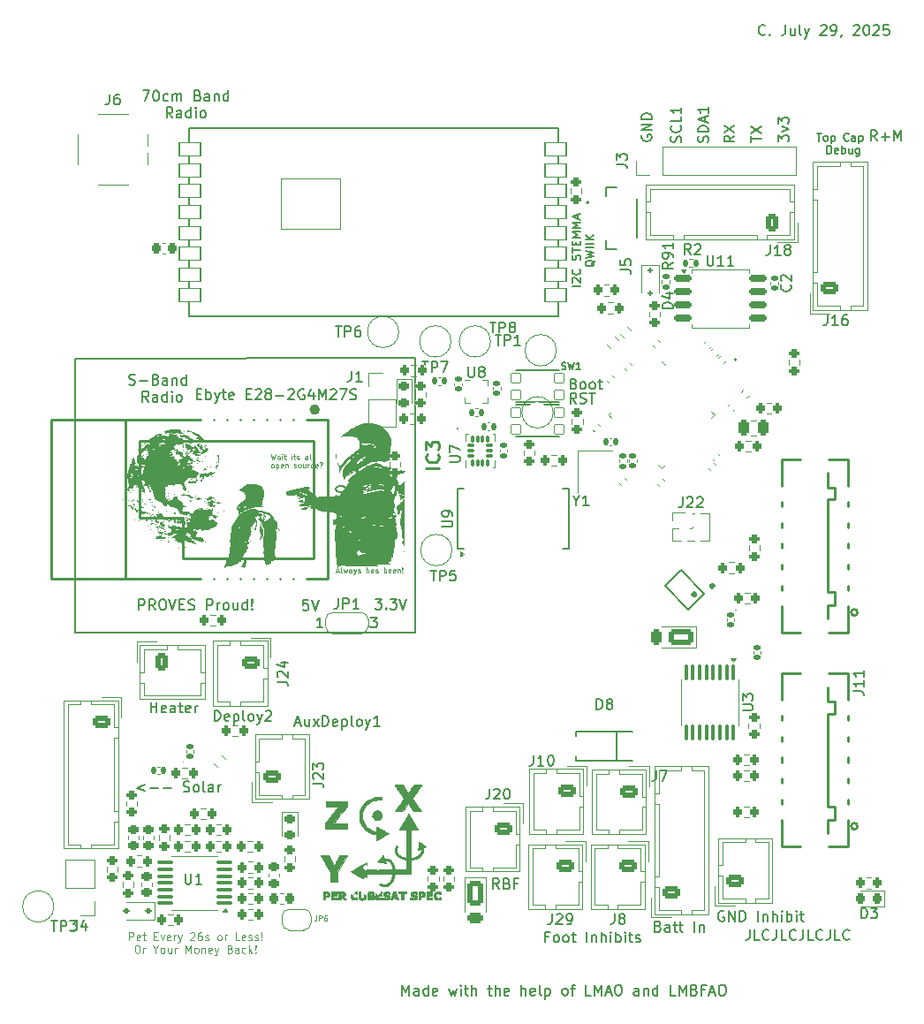
<source format=gbr>
%TF.GenerationSoftware,KiCad,Pcbnew,9.0.0*%
%TF.CreationDate,2025-07-29T20:20:50-07:00*%
%TF.ProjectId,FC_V5c,46435f56-3563-42e6-9b69-6361645f7063,rev?*%
%TF.SameCoordinates,Original*%
%TF.FileFunction,Legend,Top*%
%TF.FilePolarity,Positive*%
%FSLAX46Y46*%
G04 Gerber Fmt 4.6, Leading zero omitted, Abs format (unit mm)*
G04 Created by KiCad (PCBNEW 9.0.0) date 2025-07-29 20:20:50*
%MOMM*%
%LPD*%
G01*
G04 APERTURE LIST*
G04 Aperture macros list*
%AMRoundRect*
0 Rectangle with rounded corners*
0 $1 Rounding radius*
0 $2 $3 $4 $5 $6 $7 $8 $9 X,Y pos of 4 corners*
0 Add a 4 corners polygon primitive as box body*
4,1,4,$2,$3,$4,$5,$6,$7,$8,$9,$2,$3,0*
0 Add four circle primitives for the rounded corners*
1,1,$1+$1,$2,$3*
1,1,$1+$1,$4,$5*
1,1,$1+$1,$6,$7*
1,1,$1+$1,$8,$9*
0 Add four rect primitives between the rounded corners*
20,1,$1+$1,$2,$3,$4,$5,0*
20,1,$1+$1,$4,$5,$6,$7,0*
20,1,$1+$1,$6,$7,$8,$9,0*
20,1,$1+$1,$8,$9,$2,$3,0*%
%AMHorizOval*
0 Thick line with rounded ends*
0 $1 width*
0 $2 $3 position (X,Y) of the first rounded end (center of the circle)*
0 $4 $5 position (X,Y) of the second rounded end (center of the circle)*
0 Add line between two ends*
20,1,$1,$2,$3,$4,$5,0*
0 Add two circle primitives to create the rounded ends*
1,1,$1,$2,$3*
1,1,$1,$4,$5*%
%AMRotRect*
0 Rectangle, with rotation*
0 The origin of the aperture is its center*
0 $1 length*
0 $2 width*
0 $3 Rotation angle, in degrees counterclockwise*
0 Add horizontal line*
21,1,$1,$2,0,0,$3*%
%AMFreePoly0*
4,1,23,0.550000,-0.750000,0.000000,-0.750000,0.000000,-0.745722,-0.065263,-0.745722,-0.191342,-0.711940,-0.304381,-0.646677,-0.396677,-0.554381,-0.461940,-0.441342,-0.495722,-0.315263,-0.495722,-0.250000,-0.500000,-0.250000,-0.500000,0.250000,-0.495722,0.250000,-0.495722,0.315263,-0.461940,0.441342,-0.396677,0.554381,-0.304381,0.646677,-0.191342,0.711940,-0.065263,0.745722,0.000000,0.745722,
0.000000,0.750000,0.550000,0.750000,0.550000,-0.750000,0.550000,-0.750000,$1*%
%AMFreePoly1*
4,1,23,0.000000,0.745722,0.065263,0.745722,0.191342,0.711940,0.304381,0.646677,0.396677,0.554381,0.461940,0.441342,0.495722,0.315263,0.495722,0.250000,0.500000,0.250000,0.500000,-0.250000,0.495722,-0.250000,0.495722,-0.315263,0.461940,-0.441342,0.396677,-0.554381,0.304381,-0.646677,0.191342,-0.711940,0.065263,-0.745722,0.000000,-0.745722,0.000000,-0.750000,-0.550000,-0.750000,
-0.550000,0.750000,0.000000,0.750000,0.000000,0.745722,0.000000,0.745722,$1*%
%AMFreePoly2*
4,1,23,0.500000,-0.750000,0.000000,-0.750000,0.000000,-0.745722,-0.065263,-0.745722,-0.191342,-0.711940,-0.304381,-0.646677,-0.396677,-0.554381,-0.461940,-0.441342,-0.495722,-0.315263,-0.495722,-0.250000,-0.500000,-0.250000,-0.500000,0.250000,-0.495722,0.250000,-0.495722,0.315263,-0.461940,0.441342,-0.396677,0.554381,-0.304381,0.646677,-0.191342,0.711940,-0.065263,0.745722,0.000000,0.745722,
0.000000,0.750000,0.500000,0.750000,0.500000,-0.750000,0.500000,-0.750000,$1*%
%AMFreePoly3*
4,1,23,0.000000,0.745722,0.065263,0.745722,0.191342,0.711940,0.304381,0.646677,0.396677,0.554381,0.461940,0.441342,0.495722,0.315263,0.495722,0.250000,0.500000,0.250000,0.500000,-0.250000,0.495722,-0.250000,0.495722,-0.315263,0.461940,-0.441342,0.396677,-0.554381,0.304381,-0.646677,0.191342,-0.711940,0.065263,-0.745722,0.000000,-0.745722,0.000000,-0.750000,-0.500000,-0.750000,
-0.500000,0.750000,0.000000,0.750000,0.000000,0.745722,0.000000,0.745722,$1*%
%AMFreePoly4*
4,1,18,-0.437500,0.050000,-0.433694,0.069134,-0.422856,0.085355,-0.406634,0.096194,-0.387500,0.100000,0.387500,0.100000,0.437500,0.050000,0.437500,-0.050000,0.433694,-0.069134,0.422856,-0.085355,0.406634,-0.096194,0.387500,-0.100000,-0.387500,-0.100000,-0.406634,-0.096194,-0.422856,-0.085355,-0.433694,-0.069134,-0.437500,-0.050000,-0.437500,0.050000,-0.437500,0.050000,$1*%
%AMFreePoly5*
4,1,18,-0.437500,0.050000,-0.433694,0.069134,-0.422856,0.085355,-0.406634,0.096194,-0.387500,0.100000,0.387500,0.100000,0.406634,0.096194,0.422856,0.085355,0.433694,0.069134,0.437500,0.050000,0.437500,-0.050000,0.387500,-0.100000,-0.387500,-0.100000,-0.406634,-0.096194,-0.422856,-0.085355,-0.433694,-0.069134,-0.437500,-0.050000,-0.437500,0.050000,-0.437500,0.050000,$1*%
%AMFreePoly6*
4,1,18,-0.100000,0.387500,-0.050000,0.437500,0.050000,0.437500,0.069134,0.433694,0.085355,0.422856,0.096194,0.406634,0.100000,0.387500,0.100000,-0.387500,0.096194,-0.406634,0.085355,-0.422856,0.069134,-0.433694,0.050000,-0.437500,-0.050000,-0.437500,-0.069134,-0.433694,-0.085355,-0.422856,-0.096194,-0.406634,-0.100000,-0.387500,-0.100000,0.387500,-0.100000,0.387500,$1*%
%AMFreePoly7*
4,1,18,-0.100000,0.387500,-0.096194,0.406634,-0.085355,0.422856,-0.069134,0.433694,-0.050000,0.437500,0.050000,0.437500,0.100000,0.387500,0.100000,-0.387500,0.096194,-0.406634,0.085355,-0.422856,0.069134,-0.433694,0.050000,-0.437500,-0.050000,-0.437500,-0.069134,-0.433694,-0.085355,-0.422856,-0.096194,-0.406634,-0.100000,-0.387500,-0.100000,0.387500,-0.100000,0.387500,$1*%
%AMFreePoly8*
4,1,18,-0.437500,0.050000,-0.433694,0.069134,-0.422856,0.085355,-0.406634,0.096194,-0.387500,0.100000,0.387500,0.100000,0.406634,0.096194,0.422856,0.085355,0.433694,0.069134,0.437500,0.050000,0.437500,-0.050000,0.433694,-0.069134,0.422856,-0.085355,0.406634,-0.096194,0.387500,-0.100000,-0.387500,-0.100000,-0.437500,-0.050000,-0.437500,0.050000,-0.437500,0.050000,$1*%
%AMFreePoly9*
4,1,18,-0.437500,0.050000,-0.387500,0.100000,0.387500,0.100000,0.406634,0.096194,0.422856,0.085355,0.433694,0.069134,0.437500,0.050000,0.437500,-0.050000,0.433694,-0.069134,0.422856,-0.085355,0.406634,-0.096194,0.387500,-0.100000,-0.387500,-0.100000,-0.406634,-0.096194,-0.422856,-0.085355,-0.433694,-0.069134,-0.437500,-0.050000,-0.437500,0.050000,-0.437500,0.050000,$1*%
%AMFreePoly10*
4,1,18,-0.100000,0.387500,-0.096194,0.406634,-0.085355,0.422856,-0.069134,0.433694,-0.050000,0.437500,0.050000,0.437500,0.069134,0.433694,0.085355,0.422856,0.096194,0.406634,0.100000,0.387500,0.100000,-0.387500,0.050000,-0.437500,-0.050000,-0.437500,-0.069134,-0.433694,-0.085355,-0.422856,-0.096194,-0.406634,-0.100000,-0.387500,-0.100000,0.387500,-0.100000,0.387500,$1*%
%AMFreePoly11*
4,1,18,-0.100000,0.387500,-0.096194,0.406634,-0.085355,0.422856,-0.069134,0.433694,-0.050000,0.437500,0.050000,0.437500,0.069134,0.433694,0.085355,0.422856,0.096194,0.406634,0.100000,0.387500,0.100000,-0.387500,0.096194,-0.406634,0.085355,-0.422856,0.069134,-0.433694,0.050000,-0.437500,-0.050000,-0.437500,-0.100000,-0.387500,-0.100000,0.387500,-0.100000,0.387500,$1*%
G04 Aperture macros list end*
%ADD10C,0.150000*%
%ADD11C,0.100000*%
%ADD12C,0.125000*%
%ADD13C,0.146304*%
%ADD14C,0.254000*%
%ADD15C,0.120000*%
%ADD16C,0.203200*%
%ADD17C,0.300000*%
%ADD18C,0.191421*%
%ADD19C,0.127000*%
%ADD20C,0.200000*%
%ADD21C,0.250000*%
%ADD22C,0.000000*%
%ADD23C,0.500000*%
%ADD24C,0.010000*%
%ADD25R,1.000000X0.550000*%
%ADD26RoundRect,0.162500X-0.650000X-0.162500X0.650000X-0.162500X0.650000X0.162500X-0.650000X0.162500X0*%
%ADD27RoundRect,0.135000X0.035355X-0.226274X0.226274X-0.035355X-0.035355X0.226274X-0.226274X0.035355X0*%
%ADD28RoundRect,0.135000X-0.035355X0.226274X-0.226274X0.035355X0.035355X-0.226274X0.226274X-0.035355X0*%
%ADD29RoundRect,0.250000X-0.350000X-0.575000X0.350000X-0.575000X0.350000X0.575000X-0.350000X0.575000X0*%
%ADD30O,1.200000X1.650000*%
%ADD31C,2.050000*%
%ADD32C,2.250000*%
%ADD33RoundRect,0.135000X-0.185000X0.135000X-0.185000X-0.135000X0.185000X-0.135000X0.185000X0.135000X0*%
%ADD34C,2.000000*%
%ADD35C,5.000000*%
%ADD36RoundRect,0.250000X0.500000X-0.950000X0.500000X0.950000X-0.500000X0.950000X-0.500000X-0.950000X0*%
%ADD37RoundRect,0.250000X0.500000X-0.275000X0.500000X0.275000X-0.500000X0.275000X-0.500000X-0.275000X0*%
%ADD38RoundRect,0.140000X0.140000X0.170000X-0.140000X0.170000X-0.140000X-0.170000X0.140000X-0.170000X0*%
%ADD39RoundRect,0.140000X0.170000X-0.140000X0.170000X0.140000X-0.170000X0.140000X-0.170000X-0.140000X0*%
%ADD40RoundRect,0.200000X-0.200000X-0.275000X0.200000X-0.275000X0.200000X0.275000X-0.200000X0.275000X0*%
%ADD41RoundRect,0.250000X-0.575000X0.350000X-0.575000X-0.350000X0.575000X-0.350000X0.575000X0.350000X0*%
%ADD42O,1.650000X1.200000*%
%ADD43RoundRect,0.050800X-0.450000X-0.450000X0.450000X-0.450000X0.450000X0.450000X-0.450000X0.450000X0*%
%ADD44RoundRect,0.140000X-0.140000X-0.170000X0.140000X-0.170000X0.140000X0.170000X-0.140000X0.170000X0*%
%ADD45FreePoly0,0.000000*%
%ADD46R,1.000000X1.500000*%
%ADD47FreePoly1,0.000000*%
%ADD48R,2.190000X1.590000*%
%ADD49RoundRect,0.140000X-0.170000X0.140000X-0.170000X-0.140000X0.170000X-0.140000X0.170000X0.140000X0*%
%ADD50RoundRect,0.225000X-0.225000X-0.250000X0.225000X-0.250000X0.225000X0.250000X-0.225000X0.250000X0*%
%ADD51RoundRect,0.140000X0.219203X0.021213X0.021213X0.219203X-0.219203X-0.021213X-0.021213X-0.219203X0*%
%ADD52RoundRect,0.200000X-0.275000X0.200000X-0.275000X-0.200000X0.275000X-0.200000X0.275000X0.200000X0*%
%ADD53HorizOval,0.380000X0.378302X0.378302X-0.378302X-0.378302X0*%
%ADD54RoundRect,0.200000X0.200000X0.275000X-0.200000X0.275000X-0.200000X-0.275000X0.200000X-0.275000X0*%
%ADD55RoundRect,0.218750X-0.256250X0.218750X-0.256250X-0.218750X0.256250X-0.218750X0.256250X0.218750X0*%
%ADD56RotRect,0.700000X1.700000X315.000000*%
%ADD57FreePoly2,0.000000*%
%ADD58FreePoly3,0.000000*%
%ADD59RoundRect,0.200000X0.275000X-0.200000X0.275000X0.200000X-0.275000X0.200000X-0.275000X-0.200000X0*%
%ADD60RoundRect,0.225000X-0.250000X0.225000X-0.250000X-0.225000X0.250000X-0.225000X0.250000X0.225000X0*%
%ADD61RoundRect,0.250000X-0.250000X-0.475000X0.250000X-0.475000X0.250000X0.475000X-0.250000X0.475000X0*%
%ADD62RoundRect,0.100000X0.637500X0.100000X-0.637500X0.100000X-0.637500X-0.100000X0.637500X-0.100000X0*%
%ADD63RoundRect,0.063500X1.000000X0.650000X-1.000000X0.650000X-1.000000X-0.650000X1.000000X-0.650000X0*%
%ADD64RoundRect,0.063500X2.849999X2.400000X-2.849999X2.400000X-2.849999X-2.400000X2.849999X-2.400000X0*%
%ADD65R,1.550000X0.600000*%
%ADD66R,1.800000X1.200000*%
%ADD67RoundRect,0.140000X0.021213X-0.219203X0.219203X-0.021213X-0.021213X0.219203X-0.219203X0.021213X0*%
%ADD68RoundRect,0.250000X0.575000X-0.350000X0.575000X0.350000X-0.575000X0.350000X-0.575000X-0.350000X0*%
%ADD69RoundRect,0.218750X0.218750X0.256250X-0.218750X0.256250X-0.218750X-0.256250X0.218750X-0.256250X0*%
%ADD70RoundRect,0.200000X0.335876X0.053033X0.053033X0.335876X-0.335876X-0.053033X-0.053033X-0.335876X0*%
%ADD71RoundRect,0.087500X0.087500X-0.225000X0.087500X0.225000X-0.087500X0.225000X-0.087500X-0.225000X0*%
%ADD72RoundRect,0.087500X0.225000X-0.087500X0.225000X0.087500X-0.225000X0.087500X-0.225000X-0.087500X0*%
%ADD73RotRect,0.470000X0.530000X315.000000*%
%ADD74RoundRect,0.135000X0.185000X-0.135000X0.185000X0.135000X-0.185000X0.135000X-0.185000X-0.135000X0*%
%ADD75RoundRect,0.135000X0.135000X0.185000X-0.135000X0.185000X-0.135000X-0.185000X0.135000X-0.185000X0*%
%ADD76RoundRect,0.140000X-0.219203X-0.021213X-0.021213X-0.219203X0.219203X0.021213X0.021213X0.219203X0*%
%ADD77R,2.500000X1.100000*%
%ADD78R,2.200000X2.000000*%
%ADD79RoundRect,0.125000X-0.125000X0.125000X-0.125000X-0.125000X0.125000X-0.125000X0.125000X0.125000X0*%
%ADD80FreePoly4,315.000000*%
%ADD81RoundRect,0.050000X-0.309359X0.238649X0.238649X-0.309359X0.309359X-0.238649X-0.238649X0.309359X0*%
%ADD82FreePoly5,315.000000*%
%ADD83FreePoly6,315.000000*%
%ADD84RoundRect,0.050000X-0.309359X-0.238649X-0.238649X-0.309359X0.309359X0.238649X0.238649X0.309359X0*%
%ADD85FreePoly7,315.000000*%
%ADD86FreePoly8,315.000000*%
%ADD87FreePoly9,315.000000*%
%ADD88FreePoly10,315.000000*%
%ADD89FreePoly11,315.000000*%
%ADD90RoundRect,0.153000X0.000000X-2.187788X2.187788X0.000000X0.000000X2.187788X-2.187788X0.000000X0*%
%ADD91R,0.900000X2.000000*%
%ADD92RoundRect,0.250000X-0.950000X-0.500000X0.950000X-0.500000X0.950000X0.500000X-0.950000X0.500000X0*%
%ADD93RoundRect,0.250000X-0.275000X-0.500000X0.275000X-0.500000X0.275000X0.500000X-0.275000X0.500000X0*%
%ADD94RoundRect,0.225000X0.225000X0.250000X-0.225000X0.250000X-0.225000X-0.250000X0.225000X-0.250000X0*%
%ADD95RoundRect,0.100000X-0.100000X0.637500X-0.100000X-0.637500X0.100000X-0.637500X0.100000X0.637500X0*%
%ADD96R,1.700000X1.700000*%
%ADD97C,1.700000*%
%ADD98R,0.375000X0.350000*%
%ADD99R,0.350000X0.375000*%
%ADD100R,1.000000X1.000000*%
%ADD101O,1.000000X1.000000*%
%ADD102RoundRect,0.112500X0.187500X0.112500X-0.187500X0.112500X-0.187500X-0.112500X0.187500X-0.112500X0*%
%ADD103RoundRect,0.140000X-0.021213X0.219203X-0.219203X0.021213X0.021213X-0.219203X0.219203X-0.021213X0*%
%ADD104RoundRect,0.225000X0.250000X-0.225000X0.250000X0.225000X-0.250000X0.225000X-0.250000X-0.225000X0*%
%ADD105R,0.800000X0.500000*%
%ADD106R,1.200000X1.400000*%
%ADD107R,0.450000X1.750000*%
%ADD108RoundRect,0.250000X0.350000X0.575000X-0.350000X0.575000X-0.350000X-0.575000X0.350000X-0.575000X0*%
%ADD109O,1.700000X1.700000*%
%ADD110C,0.500000*%
%ADD111C,0.650000*%
%ADD112O,1.600000X1.000000*%
%ADD113O,2.100000X1.000000*%
G04 APERTURE END LIST*
D10*
X149900000Y-106300000D02*
X182500000Y-106300000D01*
X182500000Y-80000000D02*
X149900000Y-80100000D01*
X182500000Y-106300000D02*
X182500000Y-80000000D01*
X149900000Y-80100000D02*
X149900000Y-106300000D01*
X180000000Y-76000000D02*
X185000000Y-76000000D01*
D11*
X155060713Y-135795556D02*
X155060713Y-135045556D01*
X155060713Y-135045556D02*
X155346427Y-135045556D01*
X155346427Y-135045556D02*
X155417856Y-135081270D01*
X155417856Y-135081270D02*
X155453570Y-135116984D01*
X155453570Y-135116984D02*
X155489284Y-135188413D01*
X155489284Y-135188413D02*
X155489284Y-135295556D01*
X155489284Y-135295556D02*
X155453570Y-135366984D01*
X155453570Y-135366984D02*
X155417856Y-135402699D01*
X155417856Y-135402699D02*
X155346427Y-135438413D01*
X155346427Y-135438413D02*
X155060713Y-135438413D01*
X156096427Y-135759842D02*
X156024999Y-135795556D01*
X156024999Y-135795556D02*
X155882142Y-135795556D01*
X155882142Y-135795556D02*
X155810713Y-135759842D01*
X155810713Y-135759842D02*
X155774999Y-135688413D01*
X155774999Y-135688413D02*
X155774999Y-135402699D01*
X155774999Y-135402699D02*
X155810713Y-135331270D01*
X155810713Y-135331270D02*
X155882142Y-135295556D01*
X155882142Y-135295556D02*
X156024999Y-135295556D01*
X156024999Y-135295556D02*
X156096427Y-135331270D01*
X156096427Y-135331270D02*
X156132142Y-135402699D01*
X156132142Y-135402699D02*
X156132142Y-135474127D01*
X156132142Y-135474127D02*
X155774999Y-135545556D01*
X156346427Y-135295556D02*
X156632141Y-135295556D01*
X156453570Y-135045556D02*
X156453570Y-135688413D01*
X156453570Y-135688413D02*
X156489284Y-135759842D01*
X156489284Y-135759842D02*
X156560713Y-135795556D01*
X156560713Y-135795556D02*
X156632141Y-135795556D01*
X157453570Y-135402699D02*
X157703570Y-135402699D01*
X157810713Y-135795556D02*
X157453570Y-135795556D01*
X157453570Y-135795556D02*
X157453570Y-135045556D01*
X157453570Y-135045556D02*
X157810713Y-135045556D01*
X158060712Y-135295556D02*
X158239284Y-135795556D01*
X158239284Y-135795556D02*
X158417855Y-135295556D01*
X158989284Y-135759842D02*
X158917856Y-135795556D01*
X158917856Y-135795556D02*
X158774999Y-135795556D01*
X158774999Y-135795556D02*
X158703570Y-135759842D01*
X158703570Y-135759842D02*
X158667856Y-135688413D01*
X158667856Y-135688413D02*
X158667856Y-135402699D01*
X158667856Y-135402699D02*
X158703570Y-135331270D01*
X158703570Y-135331270D02*
X158774999Y-135295556D01*
X158774999Y-135295556D02*
X158917856Y-135295556D01*
X158917856Y-135295556D02*
X158989284Y-135331270D01*
X158989284Y-135331270D02*
X159024999Y-135402699D01*
X159024999Y-135402699D02*
X159024999Y-135474127D01*
X159024999Y-135474127D02*
X158667856Y-135545556D01*
X159346427Y-135795556D02*
X159346427Y-135295556D01*
X159346427Y-135438413D02*
X159382141Y-135366984D01*
X159382141Y-135366984D02*
X159417856Y-135331270D01*
X159417856Y-135331270D02*
X159489284Y-135295556D01*
X159489284Y-135295556D02*
X159560713Y-135295556D01*
X159739284Y-135295556D02*
X159917856Y-135795556D01*
X160096427Y-135295556D02*
X159917856Y-135795556D01*
X159917856Y-135795556D02*
X159846427Y-135974127D01*
X159846427Y-135974127D02*
X159810713Y-136009842D01*
X159810713Y-136009842D02*
X159739284Y-136045556D01*
X160917857Y-135116984D02*
X160953571Y-135081270D01*
X160953571Y-135081270D02*
X161025000Y-135045556D01*
X161025000Y-135045556D02*
X161203571Y-135045556D01*
X161203571Y-135045556D02*
X161275000Y-135081270D01*
X161275000Y-135081270D02*
X161310714Y-135116984D01*
X161310714Y-135116984D02*
X161346428Y-135188413D01*
X161346428Y-135188413D02*
X161346428Y-135259842D01*
X161346428Y-135259842D02*
X161310714Y-135366984D01*
X161310714Y-135366984D02*
X160882142Y-135795556D01*
X160882142Y-135795556D02*
X161346428Y-135795556D01*
X161989286Y-135045556D02*
X161846428Y-135045556D01*
X161846428Y-135045556D02*
X161775000Y-135081270D01*
X161775000Y-135081270D02*
X161739286Y-135116984D01*
X161739286Y-135116984D02*
X161667857Y-135224127D01*
X161667857Y-135224127D02*
X161632143Y-135366984D01*
X161632143Y-135366984D02*
X161632143Y-135652699D01*
X161632143Y-135652699D02*
X161667857Y-135724127D01*
X161667857Y-135724127D02*
X161703571Y-135759842D01*
X161703571Y-135759842D02*
X161775000Y-135795556D01*
X161775000Y-135795556D02*
X161917857Y-135795556D01*
X161917857Y-135795556D02*
X161989286Y-135759842D01*
X161989286Y-135759842D02*
X162025000Y-135724127D01*
X162025000Y-135724127D02*
X162060714Y-135652699D01*
X162060714Y-135652699D02*
X162060714Y-135474127D01*
X162060714Y-135474127D02*
X162025000Y-135402699D01*
X162025000Y-135402699D02*
X161989286Y-135366984D01*
X161989286Y-135366984D02*
X161917857Y-135331270D01*
X161917857Y-135331270D02*
X161775000Y-135331270D01*
X161775000Y-135331270D02*
X161703571Y-135366984D01*
X161703571Y-135366984D02*
X161667857Y-135402699D01*
X161667857Y-135402699D02*
X161632143Y-135474127D01*
X162346429Y-135759842D02*
X162417857Y-135795556D01*
X162417857Y-135795556D02*
X162560714Y-135795556D01*
X162560714Y-135795556D02*
X162632143Y-135759842D01*
X162632143Y-135759842D02*
X162667857Y-135688413D01*
X162667857Y-135688413D02*
X162667857Y-135652699D01*
X162667857Y-135652699D02*
X162632143Y-135581270D01*
X162632143Y-135581270D02*
X162560714Y-135545556D01*
X162560714Y-135545556D02*
X162453572Y-135545556D01*
X162453572Y-135545556D02*
X162382143Y-135509842D01*
X162382143Y-135509842D02*
X162346429Y-135438413D01*
X162346429Y-135438413D02*
X162346429Y-135402699D01*
X162346429Y-135402699D02*
X162382143Y-135331270D01*
X162382143Y-135331270D02*
X162453572Y-135295556D01*
X162453572Y-135295556D02*
X162560714Y-135295556D01*
X162560714Y-135295556D02*
X162632143Y-135331270D01*
X163667858Y-135795556D02*
X163596429Y-135759842D01*
X163596429Y-135759842D02*
X163560715Y-135724127D01*
X163560715Y-135724127D02*
X163525001Y-135652699D01*
X163525001Y-135652699D02*
X163525001Y-135438413D01*
X163525001Y-135438413D02*
X163560715Y-135366984D01*
X163560715Y-135366984D02*
X163596429Y-135331270D01*
X163596429Y-135331270D02*
X163667858Y-135295556D01*
X163667858Y-135295556D02*
X163775001Y-135295556D01*
X163775001Y-135295556D02*
X163846429Y-135331270D01*
X163846429Y-135331270D02*
X163882144Y-135366984D01*
X163882144Y-135366984D02*
X163917858Y-135438413D01*
X163917858Y-135438413D02*
X163917858Y-135652699D01*
X163917858Y-135652699D02*
X163882144Y-135724127D01*
X163882144Y-135724127D02*
X163846429Y-135759842D01*
X163846429Y-135759842D02*
X163775001Y-135795556D01*
X163775001Y-135795556D02*
X163667858Y-135795556D01*
X164239286Y-135795556D02*
X164239286Y-135295556D01*
X164239286Y-135438413D02*
X164275000Y-135366984D01*
X164275000Y-135366984D02*
X164310715Y-135331270D01*
X164310715Y-135331270D02*
X164382143Y-135295556D01*
X164382143Y-135295556D02*
X164453572Y-135295556D01*
X165632144Y-135795556D02*
X165275001Y-135795556D01*
X165275001Y-135795556D02*
X165275001Y-135045556D01*
X166167858Y-135759842D02*
X166096430Y-135795556D01*
X166096430Y-135795556D02*
X165953573Y-135795556D01*
X165953573Y-135795556D02*
X165882144Y-135759842D01*
X165882144Y-135759842D02*
X165846430Y-135688413D01*
X165846430Y-135688413D02*
X165846430Y-135402699D01*
X165846430Y-135402699D02*
X165882144Y-135331270D01*
X165882144Y-135331270D02*
X165953573Y-135295556D01*
X165953573Y-135295556D02*
X166096430Y-135295556D01*
X166096430Y-135295556D02*
X166167858Y-135331270D01*
X166167858Y-135331270D02*
X166203573Y-135402699D01*
X166203573Y-135402699D02*
X166203573Y-135474127D01*
X166203573Y-135474127D02*
X165846430Y-135545556D01*
X166489287Y-135759842D02*
X166560715Y-135795556D01*
X166560715Y-135795556D02*
X166703572Y-135795556D01*
X166703572Y-135795556D02*
X166775001Y-135759842D01*
X166775001Y-135759842D02*
X166810715Y-135688413D01*
X166810715Y-135688413D02*
X166810715Y-135652699D01*
X166810715Y-135652699D02*
X166775001Y-135581270D01*
X166775001Y-135581270D02*
X166703572Y-135545556D01*
X166703572Y-135545556D02*
X166596430Y-135545556D01*
X166596430Y-135545556D02*
X166525001Y-135509842D01*
X166525001Y-135509842D02*
X166489287Y-135438413D01*
X166489287Y-135438413D02*
X166489287Y-135402699D01*
X166489287Y-135402699D02*
X166525001Y-135331270D01*
X166525001Y-135331270D02*
X166596430Y-135295556D01*
X166596430Y-135295556D02*
X166703572Y-135295556D01*
X166703572Y-135295556D02*
X166775001Y-135331270D01*
X167096430Y-135759842D02*
X167167858Y-135795556D01*
X167167858Y-135795556D02*
X167310715Y-135795556D01*
X167310715Y-135795556D02*
X167382144Y-135759842D01*
X167382144Y-135759842D02*
X167417858Y-135688413D01*
X167417858Y-135688413D02*
X167417858Y-135652699D01*
X167417858Y-135652699D02*
X167382144Y-135581270D01*
X167382144Y-135581270D02*
X167310715Y-135545556D01*
X167310715Y-135545556D02*
X167203573Y-135545556D01*
X167203573Y-135545556D02*
X167132144Y-135509842D01*
X167132144Y-135509842D02*
X167096430Y-135438413D01*
X167096430Y-135438413D02*
X167096430Y-135402699D01*
X167096430Y-135402699D02*
X167132144Y-135331270D01*
X167132144Y-135331270D02*
X167203573Y-135295556D01*
X167203573Y-135295556D02*
X167310715Y-135295556D01*
X167310715Y-135295556D02*
X167382144Y-135331270D01*
X167739287Y-135724127D02*
X167775001Y-135759842D01*
X167775001Y-135759842D02*
X167739287Y-135795556D01*
X167739287Y-135795556D02*
X167703573Y-135759842D01*
X167703573Y-135759842D02*
X167739287Y-135724127D01*
X167739287Y-135724127D02*
X167739287Y-135795556D01*
X167739287Y-135509842D02*
X167703573Y-135081270D01*
X167703573Y-135081270D02*
X167739287Y-135045556D01*
X167739287Y-135045556D02*
X167775001Y-135081270D01*
X167775001Y-135081270D02*
X167739287Y-135509842D01*
X167739287Y-135509842D02*
X167739287Y-135045556D01*
X155775000Y-136253014D02*
X155917857Y-136253014D01*
X155917857Y-136253014D02*
X155989286Y-136288728D01*
X155989286Y-136288728D02*
X156060714Y-136360157D01*
X156060714Y-136360157D02*
X156096429Y-136503014D01*
X156096429Y-136503014D02*
X156096429Y-136753014D01*
X156096429Y-136753014D02*
X156060714Y-136895871D01*
X156060714Y-136895871D02*
X155989286Y-136967300D01*
X155989286Y-136967300D02*
X155917857Y-137003014D01*
X155917857Y-137003014D02*
X155775000Y-137003014D01*
X155775000Y-137003014D02*
X155703572Y-136967300D01*
X155703572Y-136967300D02*
X155632143Y-136895871D01*
X155632143Y-136895871D02*
X155596429Y-136753014D01*
X155596429Y-136753014D02*
X155596429Y-136503014D01*
X155596429Y-136503014D02*
X155632143Y-136360157D01*
X155632143Y-136360157D02*
X155703572Y-136288728D01*
X155703572Y-136288728D02*
X155775000Y-136253014D01*
X156417857Y-137003014D02*
X156417857Y-136503014D01*
X156417857Y-136645871D02*
X156453571Y-136574442D01*
X156453571Y-136574442D02*
X156489286Y-136538728D01*
X156489286Y-136538728D02*
X156560714Y-136503014D01*
X156560714Y-136503014D02*
X156632143Y-136503014D01*
X157596429Y-136645871D02*
X157596429Y-137003014D01*
X157346429Y-136253014D02*
X157596429Y-136645871D01*
X157596429Y-136645871D02*
X157846429Y-136253014D01*
X158203572Y-137003014D02*
X158132143Y-136967300D01*
X158132143Y-136967300D02*
X158096429Y-136931585D01*
X158096429Y-136931585D02*
X158060715Y-136860157D01*
X158060715Y-136860157D02*
X158060715Y-136645871D01*
X158060715Y-136645871D02*
X158096429Y-136574442D01*
X158096429Y-136574442D02*
X158132143Y-136538728D01*
X158132143Y-136538728D02*
X158203572Y-136503014D01*
X158203572Y-136503014D02*
X158310715Y-136503014D01*
X158310715Y-136503014D02*
X158382143Y-136538728D01*
X158382143Y-136538728D02*
X158417858Y-136574442D01*
X158417858Y-136574442D02*
X158453572Y-136645871D01*
X158453572Y-136645871D02*
X158453572Y-136860157D01*
X158453572Y-136860157D02*
X158417858Y-136931585D01*
X158417858Y-136931585D02*
X158382143Y-136967300D01*
X158382143Y-136967300D02*
X158310715Y-137003014D01*
X158310715Y-137003014D02*
X158203572Y-137003014D01*
X159096429Y-136503014D02*
X159096429Y-137003014D01*
X158775000Y-136503014D02*
X158775000Y-136895871D01*
X158775000Y-136895871D02*
X158810714Y-136967300D01*
X158810714Y-136967300D02*
X158882143Y-137003014D01*
X158882143Y-137003014D02*
X158989286Y-137003014D01*
X158989286Y-137003014D02*
X159060714Y-136967300D01*
X159060714Y-136967300D02*
X159096429Y-136931585D01*
X159453571Y-137003014D02*
X159453571Y-136503014D01*
X159453571Y-136645871D02*
X159489285Y-136574442D01*
X159489285Y-136574442D02*
X159525000Y-136538728D01*
X159525000Y-136538728D02*
X159596428Y-136503014D01*
X159596428Y-136503014D02*
X159667857Y-136503014D01*
X160489286Y-137003014D02*
X160489286Y-136253014D01*
X160489286Y-136253014D02*
X160739286Y-136788728D01*
X160739286Y-136788728D02*
X160989286Y-136253014D01*
X160989286Y-136253014D02*
X160989286Y-137003014D01*
X161453572Y-137003014D02*
X161382143Y-136967300D01*
X161382143Y-136967300D02*
X161346429Y-136931585D01*
X161346429Y-136931585D02*
X161310715Y-136860157D01*
X161310715Y-136860157D02*
X161310715Y-136645871D01*
X161310715Y-136645871D02*
X161346429Y-136574442D01*
X161346429Y-136574442D02*
X161382143Y-136538728D01*
X161382143Y-136538728D02*
X161453572Y-136503014D01*
X161453572Y-136503014D02*
X161560715Y-136503014D01*
X161560715Y-136503014D02*
X161632143Y-136538728D01*
X161632143Y-136538728D02*
X161667858Y-136574442D01*
X161667858Y-136574442D02*
X161703572Y-136645871D01*
X161703572Y-136645871D02*
X161703572Y-136860157D01*
X161703572Y-136860157D02*
X161667858Y-136931585D01*
X161667858Y-136931585D02*
X161632143Y-136967300D01*
X161632143Y-136967300D02*
X161560715Y-137003014D01*
X161560715Y-137003014D02*
X161453572Y-137003014D01*
X162025000Y-136503014D02*
X162025000Y-137003014D01*
X162025000Y-136574442D02*
X162060714Y-136538728D01*
X162060714Y-136538728D02*
X162132143Y-136503014D01*
X162132143Y-136503014D02*
X162239286Y-136503014D01*
X162239286Y-136503014D02*
X162310714Y-136538728D01*
X162310714Y-136538728D02*
X162346429Y-136610157D01*
X162346429Y-136610157D02*
X162346429Y-137003014D01*
X162989285Y-136967300D02*
X162917857Y-137003014D01*
X162917857Y-137003014D02*
X162775000Y-137003014D01*
X162775000Y-137003014D02*
X162703571Y-136967300D01*
X162703571Y-136967300D02*
X162667857Y-136895871D01*
X162667857Y-136895871D02*
X162667857Y-136610157D01*
X162667857Y-136610157D02*
X162703571Y-136538728D01*
X162703571Y-136538728D02*
X162775000Y-136503014D01*
X162775000Y-136503014D02*
X162917857Y-136503014D01*
X162917857Y-136503014D02*
X162989285Y-136538728D01*
X162989285Y-136538728D02*
X163025000Y-136610157D01*
X163025000Y-136610157D02*
X163025000Y-136681585D01*
X163025000Y-136681585D02*
X162667857Y-136753014D01*
X163274999Y-136503014D02*
X163453571Y-137003014D01*
X163632142Y-136503014D02*
X163453571Y-137003014D01*
X163453571Y-137003014D02*
X163382142Y-137181585D01*
X163382142Y-137181585D02*
X163346428Y-137217300D01*
X163346428Y-137217300D02*
X163274999Y-137253014D01*
X164739286Y-136610157D02*
X164846429Y-136645871D01*
X164846429Y-136645871D02*
X164882143Y-136681585D01*
X164882143Y-136681585D02*
X164917857Y-136753014D01*
X164917857Y-136753014D02*
X164917857Y-136860157D01*
X164917857Y-136860157D02*
X164882143Y-136931585D01*
X164882143Y-136931585D02*
X164846429Y-136967300D01*
X164846429Y-136967300D02*
X164775000Y-137003014D01*
X164775000Y-137003014D02*
X164489286Y-137003014D01*
X164489286Y-137003014D02*
X164489286Y-136253014D01*
X164489286Y-136253014D02*
X164739286Y-136253014D01*
X164739286Y-136253014D02*
X164810715Y-136288728D01*
X164810715Y-136288728D02*
X164846429Y-136324442D01*
X164846429Y-136324442D02*
X164882143Y-136395871D01*
X164882143Y-136395871D02*
X164882143Y-136467300D01*
X164882143Y-136467300D02*
X164846429Y-136538728D01*
X164846429Y-136538728D02*
X164810715Y-136574442D01*
X164810715Y-136574442D02*
X164739286Y-136610157D01*
X164739286Y-136610157D02*
X164489286Y-136610157D01*
X165560715Y-137003014D02*
X165560715Y-136610157D01*
X165560715Y-136610157D02*
X165525000Y-136538728D01*
X165525000Y-136538728D02*
X165453572Y-136503014D01*
X165453572Y-136503014D02*
X165310715Y-136503014D01*
X165310715Y-136503014D02*
X165239286Y-136538728D01*
X165560715Y-136967300D02*
X165489286Y-137003014D01*
X165489286Y-137003014D02*
X165310715Y-137003014D01*
X165310715Y-137003014D02*
X165239286Y-136967300D01*
X165239286Y-136967300D02*
X165203572Y-136895871D01*
X165203572Y-136895871D02*
X165203572Y-136824442D01*
X165203572Y-136824442D02*
X165239286Y-136753014D01*
X165239286Y-136753014D02*
X165310715Y-136717300D01*
X165310715Y-136717300D02*
X165489286Y-136717300D01*
X165489286Y-136717300D02*
X165560715Y-136681585D01*
X166239286Y-136967300D02*
X166167857Y-137003014D01*
X166167857Y-137003014D02*
X166025000Y-137003014D01*
X166025000Y-137003014D02*
X165953571Y-136967300D01*
X165953571Y-136967300D02*
X165917857Y-136931585D01*
X165917857Y-136931585D02*
X165882143Y-136860157D01*
X165882143Y-136860157D02*
X165882143Y-136645871D01*
X165882143Y-136645871D02*
X165917857Y-136574442D01*
X165917857Y-136574442D02*
X165953571Y-136538728D01*
X165953571Y-136538728D02*
X166025000Y-136503014D01*
X166025000Y-136503014D02*
X166167857Y-136503014D01*
X166167857Y-136503014D02*
X166239286Y-136538728D01*
X166560714Y-137003014D02*
X166560714Y-136253014D01*
X166632143Y-136717300D02*
X166846428Y-137003014D01*
X166846428Y-136503014D02*
X166560714Y-136788728D01*
X167167857Y-136931585D02*
X167203571Y-136967300D01*
X167203571Y-136967300D02*
X167167857Y-137003014D01*
X167167857Y-137003014D02*
X167132143Y-136967300D01*
X167132143Y-136967300D02*
X167167857Y-136931585D01*
X167167857Y-136931585D02*
X167167857Y-137003014D01*
X167167857Y-136717300D02*
X167132143Y-136288728D01*
X167132143Y-136288728D02*
X167167857Y-136253014D01*
X167167857Y-136253014D02*
X167203571Y-136288728D01*
X167203571Y-136288728D02*
X167167857Y-136717300D01*
X167167857Y-136717300D02*
X167167857Y-136253014D01*
D10*
X210522200Y-59310839D02*
X210569819Y-59167982D01*
X210569819Y-59167982D02*
X210569819Y-58929887D01*
X210569819Y-58929887D02*
X210522200Y-58834649D01*
X210522200Y-58834649D02*
X210474580Y-58787030D01*
X210474580Y-58787030D02*
X210379342Y-58739411D01*
X210379342Y-58739411D02*
X210284104Y-58739411D01*
X210284104Y-58739411D02*
X210188866Y-58787030D01*
X210188866Y-58787030D02*
X210141247Y-58834649D01*
X210141247Y-58834649D02*
X210093628Y-58929887D01*
X210093628Y-58929887D02*
X210046009Y-59120363D01*
X210046009Y-59120363D02*
X209998390Y-59215601D01*
X209998390Y-59215601D02*
X209950771Y-59263220D01*
X209950771Y-59263220D02*
X209855533Y-59310839D01*
X209855533Y-59310839D02*
X209760295Y-59310839D01*
X209760295Y-59310839D02*
X209665057Y-59263220D01*
X209665057Y-59263220D02*
X209617438Y-59215601D01*
X209617438Y-59215601D02*
X209569819Y-59120363D01*
X209569819Y-59120363D02*
X209569819Y-58882268D01*
X209569819Y-58882268D02*
X209617438Y-58739411D01*
X210569819Y-58310839D02*
X209569819Y-58310839D01*
X209569819Y-58310839D02*
X209569819Y-58072744D01*
X209569819Y-58072744D02*
X209617438Y-57929887D01*
X209617438Y-57929887D02*
X209712676Y-57834649D01*
X209712676Y-57834649D02*
X209807914Y-57787030D01*
X209807914Y-57787030D02*
X209998390Y-57739411D01*
X209998390Y-57739411D02*
X210141247Y-57739411D01*
X210141247Y-57739411D02*
X210331723Y-57787030D01*
X210331723Y-57787030D02*
X210426961Y-57834649D01*
X210426961Y-57834649D02*
X210522200Y-57929887D01*
X210522200Y-57929887D02*
X210569819Y-58072744D01*
X210569819Y-58072744D02*
X210569819Y-58310839D01*
X210284104Y-57358458D02*
X210284104Y-56882268D01*
X210569819Y-57453696D02*
X209569819Y-57120363D01*
X209569819Y-57120363D02*
X210569819Y-56787030D01*
X210569819Y-55929887D02*
X210569819Y-56501315D01*
X210569819Y-56215601D02*
X209569819Y-56215601D01*
X209569819Y-56215601D02*
X209712676Y-56310839D01*
X209712676Y-56310839D02*
X209807914Y-56406077D01*
X209807914Y-56406077D02*
X209855533Y-56501315D01*
X220982143Y-58442956D02*
X221410715Y-58442956D01*
X221196429Y-59192956D02*
X221196429Y-58442956D01*
X221767858Y-59192956D02*
X221696429Y-59157242D01*
X221696429Y-59157242D02*
X221660715Y-59121527D01*
X221660715Y-59121527D02*
X221625001Y-59050099D01*
X221625001Y-59050099D02*
X221625001Y-58835813D01*
X221625001Y-58835813D02*
X221660715Y-58764384D01*
X221660715Y-58764384D02*
X221696429Y-58728670D01*
X221696429Y-58728670D02*
X221767858Y-58692956D01*
X221767858Y-58692956D02*
X221875001Y-58692956D01*
X221875001Y-58692956D02*
X221946429Y-58728670D01*
X221946429Y-58728670D02*
X221982144Y-58764384D01*
X221982144Y-58764384D02*
X222017858Y-58835813D01*
X222017858Y-58835813D02*
X222017858Y-59050099D01*
X222017858Y-59050099D02*
X221982144Y-59121527D01*
X221982144Y-59121527D02*
X221946429Y-59157242D01*
X221946429Y-59157242D02*
X221875001Y-59192956D01*
X221875001Y-59192956D02*
X221767858Y-59192956D01*
X222339286Y-58692956D02*
X222339286Y-59442956D01*
X222339286Y-58728670D02*
X222410715Y-58692956D01*
X222410715Y-58692956D02*
X222553572Y-58692956D01*
X222553572Y-58692956D02*
X222625000Y-58728670D01*
X222625000Y-58728670D02*
X222660715Y-58764384D01*
X222660715Y-58764384D02*
X222696429Y-58835813D01*
X222696429Y-58835813D02*
X222696429Y-59050099D01*
X222696429Y-59050099D02*
X222660715Y-59121527D01*
X222660715Y-59121527D02*
X222625000Y-59157242D01*
X222625000Y-59157242D02*
X222553572Y-59192956D01*
X222553572Y-59192956D02*
X222410715Y-59192956D01*
X222410715Y-59192956D02*
X222339286Y-59157242D01*
X224017857Y-59121527D02*
X223982143Y-59157242D01*
X223982143Y-59157242D02*
X223875000Y-59192956D01*
X223875000Y-59192956D02*
X223803572Y-59192956D01*
X223803572Y-59192956D02*
X223696429Y-59157242D01*
X223696429Y-59157242D02*
X223625000Y-59085813D01*
X223625000Y-59085813D02*
X223589286Y-59014384D01*
X223589286Y-59014384D02*
X223553572Y-58871527D01*
X223553572Y-58871527D02*
X223553572Y-58764384D01*
X223553572Y-58764384D02*
X223589286Y-58621527D01*
X223589286Y-58621527D02*
X223625000Y-58550099D01*
X223625000Y-58550099D02*
X223696429Y-58478670D01*
X223696429Y-58478670D02*
X223803572Y-58442956D01*
X223803572Y-58442956D02*
X223875000Y-58442956D01*
X223875000Y-58442956D02*
X223982143Y-58478670D01*
X223982143Y-58478670D02*
X224017857Y-58514384D01*
X224660715Y-59192956D02*
X224660715Y-58800099D01*
X224660715Y-58800099D02*
X224625000Y-58728670D01*
X224625000Y-58728670D02*
X224553572Y-58692956D01*
X224553572Y-58692956D02*
X224410715Y-58692956D01*
X224410715Y-58692956D02*
X224339286Y-58728670D01*
X224660715Y-59157242D02*
X224589286Y-59192956D01*
X224589286Y-59192956D02*
X224410715Y-59192956D01*
X224410715Y-59192956D02*
X224339286Y-59157242D01*
X224339286Y-59157242D02*
X224303572Y-59085813D01*
X224303572Y-59085813D02*
X224303572Y-59014384D01*
X224303572Y-59014384D02*
X224339286Y-58942956D01*
X224339286Y-58942956D02*
X224410715Y-58907242D01*
X224410715Y-58907242D02*
X224589286Y-58907242D01*
X224589286Y-58907242D02*
X224660715Y-58871527D01*
X225017857Y-58692956D02*
X225017857Y-59442956D01*
X225017857Y-58728670D02*
X225089286Y-58692956D01*
X225089286Y-58692956D02*
X225232143Y-58692956D01*
X225232143Y-58692956D02*
X225303571Y-58728670D01*
X225303571Y-58728670D02*
X225339286Y-58764384D01*
X225339286Y-58764384D02*
X225375000Y-58835813D01*
X225375000Y-58835813D02*
X225375000Y-59050099D01*
X225375000Y-59050099D02*
X225339286Y-59121527D01*
X225339286Y-59121527D02*
X225303571Y-59157242D01*
X225303571Y-59157242D02*
X225232143Y-59192956D01*
X225232143Y-59192956D02*
X225089286Y-59192956D01*
X225089286Y-59192956D02*
X225017857Y-59157242D01*
X221964286Y-60400414D02*
X221964286Y-59650414D01*
X221964286Y-59650414D02*
X222142857Y-59650414D01*
X222142857Y-59650414D02*
X222250000Y-59686128D01*
X222250000Y-59686128D02*
X222321429Y-59757557D01*
X222321429Y-59757557D02*
X222357143Y-59828985D01*
X222357143Y-59828985D02*
X222392857Y-59971842D01*
X222392857Y-59971842D02*
X222392857Y-60078985D01*
X222392857Y-60078985D02*
X222357143Y-60221842D01*
X222357143Y-60221842D02*
X222321429Y-60293271D01*
X222321429Y-60293271D02*
X222250000Y-60364700D01*
X222250000Y-60364700D02*
X222142857Y-60400414D01*
X222142857Y-60400414D02*
X221964286Y-60400414D01*
X223000000Y-60364700D02*
X222928572Y-60400414D01*
X222928572Y-60400414D02*
X222785715Y-60400414D01*
X222785715Y-60400414D02*
X222714286Y-60364700D01*
X222714286Y-60364700D02*
X222678572Y-60293271D01*
X222678572Y-60293271D02*
X222678572Y-60007557D01*
X222678572Y-60007557D02*
X222714286Y-59936128D01*
X222714286Y-59936128D02*
X222785715Y-59900414D01*
X222785715Y-59900414D02*
X222928572Y-59900414D01*
X222928572Y-59900414D02*
X223000000Y-59936128D01*
X223000000Y-59936128D02*
X223035715Y-60007557D01*
X223035715Y-60007557D02*
X223035715Y-60078985D01*
X223035715Y-60078985D02*
X222678572Y-60150414D01*
X223357143Y-60400414D02*
X223357143Y-59650414D01*
X223357143Y-59936128D02*
X223428572Y-59900414D01*
X223428572Y-59900414D02*
X223571429Y-59900414D01*
X223571429Y-59900414D02*
X223642857Y-59936128D01*
X223642857Y-59936128D02*
X223678572Y-59971842D01*
X223678572Y-59971842D02*
X223714286Y-60043271D01*
X223714286Y-60043271D02*
X223714286Y-60257557D01*
X223714286Y-60257557D02*
X223678572Y-60328985D01*
X223678572Y-60328985D02*
X223642857Y-60364700D01*
X223642857Y-60364700D02*
X223571429Y-60400414D01*
X223571429Y-60400414D02*
X223428572Y-60400414D01*
X223428572Y-60400414D02*
X223357143Y-60364700D01*
X224357143Y-59900414D02*
X224357143Y-60400414D01*
X224035714Y-59900414D02*
X224035714Y-60293271D01*
X224035714Y-60293271D02*
X224071428Y-60364700D01*
X224071428Y-60364700D02*
X224142857Y-60400414D01*
X224142857Y-60400414D02*
X224250000Y-60400414D01*
X224250000Y-60400414D02*
X224321428Y-60364700D01*
X224321428Y-60364700D02*
X224357143Y-60328985D01*
X225035714Y-59900414D02*
X225035714Y-60507557D01*
X225035714Y-60507557D02*
X224999999Y-60578985D01*
X224999999Y-60578985D02*
X224964285Y-60614700D01*
X224964285Y-60614700D02*
X224892856Y-60650414D01*
X224892856Y-60650414D02*
X224785714Y-60650414D01*
X224785714Y-60650414D02*
X224714285Y-60614700D01*
X225035714Y-60364700D02*
X224964285Y-60400414D01*
X224964285Y-60400414D02*
X224821428Y-60400414D01*
X224821428Y-60400414D02*
X224749999Y-60364700D01*
X224749999Y-60364700D02*
X224714285Y-60328985D01*
X224714285Y-60328985D02*
X224678571Y-60257557D01*
X224678571Y-60257557D02*
X224678571Y-60043271D01*
X224678571Y-60043271D02*
X224714285Y-59971842D01*
X224714285Y-59971842D02*
X224749999Y-59936128D01*
X224749999Y-59936128D02*
X224821428Y-59900414D01*
X224821428Y-59900414D02*
X224964285Y-59900414D01*
X224964285Y-59900414D02*
X225035714Y-59936128D01*
X207922200Y-59310839D02*
X207969819Y-59167982D01*
X207969819Y-59167982D02*
X207969819Y-58929887D01*
X207969819Y-58929887D02*
X207922200Y-58834649D01*
X207922200Y-58834649D02*
X207874580Y-58787030D01*
X207874580Y-58787030D02*
X207779342Y-58739411D01*
X207779342Y-58739411D02*
X207684104Y-58739411D01*
X207684104Y-58739411D02*
X207588866Y-58787030D01*
X207588866Y-58787030D02*
X207541247Y-58834649D01*
X207541247Y-58834649D02*
X207493628Y-58929887D01*
X207493628Y-58929887D02*
X207446009Y-59120363D01*
X207446009Y-59120363D02*
X207398390Y-59215601D01*
X207398390Y-59215601D02*
X207350771Y-59263220D01*
X207350771Y-59263220D02*
X207255533Y-59310839D01*
X207255533Y-59310839D02*
X207160295Y-59310839D01*
X207160295Y-59310839D02*
X207065057Y-59263220D01*
X207065057Y-59263220D02*
X207017438Y-59215601D01*
X207017438Y-59215601D02*
X206969819Y-59120363D01*
X206969819Y-59120363D02*
X206969819Y-58882268D01*
X206969819Y-58882268D02*
X207017438Y-58739411D01*
X207874580Y-57739411D02*
X207922200Y-57787030D01*
X207922200Y-57787030D02*
X207969819Y-57929887D01*
X207969819Y-57929887D02*
X207969819Y-58025125D01*
X207969819Y-58025125D02*
X207922200Y-58167982D01*
X207922200Y-58167982D02*
X207826961Y-58263220D01*
X207826961Y-58263220D02*
X207731723Y-58310839D01*
X207731723Y-58310839D02*
X207541247Y-58358458D01*
X207541247Y-58358458D02*
X207398390Y-58358458D01*
X207398390Y-58358458D02*
X207207914Y-58310839D01*
X207207914Y-58310839D02*
X207112676Y-58263220D01*
X207112676Y-58263220D02*
X207017438Y-58167982D01*
X207017438Y-58167982D02*
X206969819Y-58025125D01*
X206969819Y-58025125D02*
X206969819Y-57929887D01*
X206969819Y-57929887D02*
X207017438Y-57787030D01*
X207017438Y-57787030D02*
X207065057Y-57739411D01*
X207969819Y-56834649D02*
X207969819Y-57310839D01*
X207969819Y-57310839D02*
X206969819Y-57310839D01*
X207969819Y-55977506D02*
X207969819Y-56548934D01*
X207969819Y-56263220D02*
X206969819Y-56263220D01*
X206969819Y-56263220D02*
X207112676Y-56358458D01*
X207112676Y-56358458D02*
X207207914Y-56453696D01*
X207207914Y-56453696D02*
X207255533Y-56548934D01*
X190508207Y-130869819D02*
X190174874Y-130393628D01*
X189936779Y-130869819D02*
X189936779Y-129869819D01*
X189936779Y-129869819D02*
X190317731Y-129869819D01*
X190317731Y-129869819D02*
X190412969Y-129917438D01*
X190412969Y-129917438D02*
X190460588Y-129965057D01*
X190460588Y-129965057D02*
X190508207Y-130060295D01*
X190508207Y-130060295D02*
X190508207Y-130203152D01*
X190508207Y-130203152D02*
X190460588Y-130298390D01*
X190460588Y-130298390D02*
X190412969Y-130346009D01*
X190412969Y-130346009D02*
X190317731Y-130393628D01*
X190317731Y-130393628D02*
X189936779Y-130393628D01*
X191270112Y-130346009D02*
X191412969Y-130393628D01*
X191412969Y-130393628D02*
X191460588Y-130441247D01*
X191460588Y-130441247D02*
X191508207Y-130536485D01*
X191508207Y-130536485D02*
X191508207Y-130679342D01*
X191508207Y-130679342D02*
X191460588Y-130774580D01*
X191460588Y-130774580D02*
X191412969Y-130822200D01*
X191412969Y-130822200D02*
X191317731Y-130869819D01*
X191317731Y-130869819D02*
X190936779Y-130869819D01*
X190936779Y-130869819D02*
X190936779Y-129869819D01*
X190936779Y-129869819D02*
X191270112Y-129869819D01*
X191270112Y-129869819D02*
X191365350Y-129917438D01*
X191365350Y-129917438D02*
X191412969Y-129965057D01*
X191412969Y-129965057D02*
X191460588Y-130060295D01*
X191460588Y-130060295D02*
X191460588Y-130155533D01*
X191460588Y-130155533D02*
X191412969Y-130250771D01*
X191412969Y-130250771D02*
X191365350Y-130298390D01*
X191365350Y-130298390D02*
X191270112Y-130346009D01*
X191270112Y-130346009D02*
X190936779Y-130346009D01*
X192270112Y-130346009D02*
X191936779Y-130346009D01*
X191936779Y-130869819D02*
X191936779Y-129869819D01*
X191936779Y-129869819D02*
X192412969Y-129869819D01*
X156598684Y-120903152D02*
X155836779Y-121188866D01*
X155836779Y-121188866D02*
X156598684Y-121474580D01*
X157074874Y-121188866D02*
X157836779Y-121188866D01*
X158312969Y-121188866D02*
X159074874Y-121188866D01*
X160265350Y-121522200D02*
X160408207Y-121569819D01*
X160408207Y-121569819D02*
X160646302Y-121569819D01*
X160646302Y-121569819D02*
X160741540Y-121522200D01*
X160741540Y-121522200D02*
X160789159Y-121474580D01*
X160789159Y-121474580D02*
X160836778Y-121379342D01*
X160836778Y-121379342D02*
X160836778Y-121284104D01*
X160836778Y-121284104D02*
X160789159Y-121188866D01*
X160789159Y-121188866D02*
X160741540Y-121141247D01*
X160741540Y-121141247D02*
X160646302Y-121093628D01*
X160646302Y-121093628D02*
X160455826Y-121046009D01*
X160455826Y-121046009D02*
X160360588Y-120998390D01*
X160360588Y-120998390D02*
X160312969Y-120950771D01*
X160312969Y-120950771D02*
X160265350Y-120855533D01*
X160265350Y-120855533D02*
X160265350Y-120760295D01*
X160265350Y-120760295D02*
X160312969Y-120665057D01*
X160312969Y-120665057D02*
X160360588Y-120617438D01*
X160360588Y-120617438D02*
X160455826Y-120569819D01*
X160455826Y-120569819D02*
X160693921Y-120569819D01*
X160693921Y-120569819D02*
X160836778Y-120617438D01*
X161408207Y-121569819D02*
X161312969Y-121522200D01*
X161312969Y-121522200D02*
X161265350Y-121474580D01*
X161265350Y-121474580D02*
X161217731Y-121379342D01*
X161217731Y-121379342D02*
X161217731Y-121093628D01*
X161217731Y-121093628D02*
X161265350Y-120998390D01*
X161265350Y-120998390D02*
X161312969Y-120950771D01*
X161312969Y-120950771D02*
X161408207Y-120903152D01*
X161408207Y-120903152D02*
X161551064Y-120903152D01*
X161551064Y-120903152D02*
X161646302Y-120950771D01*
X161646302Y-120950771D02*
X161693921Y-120998390D01*
X161693921Y-120998390D02*
X161741540Y-121093628D01*
X161741540Y-121093628D02*
X161741540Y-121379342D01*
X161741540Y-121379342D02*
X161693921Y-121474580D01*
X161693921Y-121474580D02*
X161646302Y-121522200D01*
X161646302Y-121522200D02*
X161551064Y-121569819D01*
X161551064Y-121569819D02*
X161408207Y-121569819D01*
X162312969Y-121569819D02*
X162217731Y-121522200D01*
X162217731Y-121522200D02*
X162170112Y-121426961D01*
X162170112Y-121426961D02*
X162170112Y-120569819D01*
X163122493Y-121569819D02*
X163122493Y-121046009D01*
X163122493Y-121046009D02*
X163074874Y-120950771D01*
X163074874Y-120950771D02*
X162979636Y-120903152D01*
X162979636Y-120903152D02*
X162789160Y-120903152D01*
X162789160Y-120903152D02*
X162693922Y-120950771D01*
X163122493Y-121522200D02*
X163027255Y-121569819D01*
X163027255Y-121569819D02*
X162789160Y-121569819D01*
X162789160Y-121569819D02*
X162693922Y-121522200D01*
X162693922Y-121522200D02*
X162646303Y-121426961D01*
X162646303Y-121426961D02*
X162646303Y-121331723D01*
X162646303Y-121331723D02*
X162693922Y-121236485D01*
X162693922Y-121236485D02*
X162789160Y-121188866D01*
X162789160Y-121188866D02*
X163027255Y-121188866D01*
X163027255Y-121188866D02*
X163122493Y-121141247D01*
X163598684Y-121569819D02*
X163598684Y-120903152D01*
X163598684Y-121093628D02*
X163646303Y-120998390D01*
X163646303Y-120998390D02*
X163693922Y-120950771D01*
X163693922Y-120950771D02*
X163789160Y-120903152D01*
X163789160Y-120903152D02*
X163884398Y-120903152D01*
X205770112Y-134446009D02*
X205912969Y-134493628D01*
X205912969Y-134493628D02*
X205960588Y-134541247D01*
X205960588Y-134541247D02*
X206008207Y-134636485D01*
X206008207Y-134636485D02*
X206008207Y-134779342D01*
X206008207Y-134779342D02*
X205960588Y-134874580D01*
X205960588Y-134874580D02*
X205912969Y-134922200D01*
X205912969Y-134922200D02*
X205817731Y-134969819D01*
X205817731Y-134969819D02*
X205436779Y-134969819D01*
X205436779Y-134969819D02*
X205436779Y-133969819D01*
X205436779Y-133969819D02*
X205770112Y-133969819D01*
X205770112Y-133969819D02*
X205865350Y-134017438D01*
X205865350Y-134017438D02*
X205912969Y-134065057D01*
X205912969Y-134065057D02*
X205960588Y-134160295D01*
X205960588Y-134160295D02*
X205960588Y-134255533D01*
X205960588Y-134255533D02*
X205912969Y-134350771D01*
X205912969Y-134350771D02*
X205865350Y-134398390D01*
X205865350Y-134398390D02*
X205770112Y-134446009D01*
X205770112Y-134446009D02*
X205436779Y-134446009D01*
X206865350Y-134969819D02*
X206865350Y-134446009D01*
X206865350Y-134446009D02*
X206817731Y-134350771D01*
X206817731Y-134350771D02*
X206722493Y-134303152D01*
X206722493Y-134303152D02*
X206532017Y-134303152D01*
X206532017Y-134303152D02*
X206436779Y-134350771D01*
X206865350Y-134922200D02*
X206770112Y-134969819D01*
X206770112Y-134969819D02*
X206532017Y-134969819D01*
X206532017Y-134969819D02*
X206436779Y-134922200D01*
X206436779Y-134922200D02*
X206389160Y-134826961D01*
X206389160Y-134826961D02*
X206389160Y-134731723D01*
X206389160Y-134731723D02*
X206436779Y-134636485D01*
X206436779Y-134636485D02*
X206532017Y-134588866D01*
X206532017Y-134588866D02*
X206770112Y-134588866D01*
X206770112Y-134588866D02*
X206865350Y-134541247D01*
X207198684Y-134303152D02*
X207579636Y-134303152D01*
X207341541Y-133969819D02*
X207341541Y-134826961D01*
X207341541Y-134826961D02*
X207389160Y-134922200D01*
X207389160Y-134922200D02*
X207484398Y-134969819D01*
X207484398Y-134969819D02*
X207579636Y-134969819D01*
X207770113Y-134303152D02*
X208151065Y-134303152D01*
X207912970Y-133969819D02*
X207912970Y-134826961D01*
X207912970Y-134826961D02*
X207960589Y-134922200D01*
X207960589Y-134922200D02*
X208055827Y-134969819D01*
X208055827Y-134969819D02*
X208151065Y-134969819D01*
X209246304Y-134969819D02*
X209246304Y-133969819D01*
X209722494Y-134303152D02*
X209722494Y-134969819D01*
X209722494Y-134398390D02*
X209770113Y-134350771D01*
X209770113Y-134350771D02*
X209865351Y-134303152D01*
X209865351Y-134303152D02*
X210008208Y-134303152D01*
X210008208Y-134303152D02*
X210103446Y-134350771D01*
X210103446Y-134350771D02*
X210151065Y-134446009D01*
X210151065Y-134446009D02*
X210151065Y-134969819D01*
X163236779Y-114769819D02*
X163236779Y-113769819D01*
X163236779Y-113769819D02*
X163474874Y-113769819D01*
X163474874Y-113769819D02*
X163617731Y-113817438D01*
X163617731Y-113817438D02*
X163712969Y-113912676D01*
X163712969Y-113912676D02*
X163760588Y-114007914D01*
X163760588Y-114007914D02*
X163808207Y-114198390D01*
X163808207Y-114198390D02*
X163808207Y-114341247D01*
X163808207Y-114341247D02*
X163760588Y-114531723D01*
X163760588Y-114531723D02*
X163712969Y-114626961D01*
X163712969Y-114626961D02*
X163617731Y-114722200D01*
X163617731Y-114722200D02*
X163474874Y-114769819D01*
X163474874Y-114769819D02*
X163236779Y-114769819D01*
X164617731Y-114722200D02*
X164522493Y-114769819D01*
X164522493Y-114769819D02*
X164332017Y-114769819D01*
X164332017Y-114769819D02*
X164236779Y-114722200D01*
X164236779Y-114722200D02*
X164189160Y-114626961D01*
X164189160Y-114626961D02*
X164189160Y-114246009D01*
X164189160Y-114246009D02*
X164236779Y-114150771D01*
X164236779Y-114150771D02*
X164332017Y-114103152D01*
X164332017Y-114103152D02*
X164522493Y-114103152D01*
X164522493Y-114103152D02*
X164617731Y-114150771D01*
X164617731Y-114150771D02*
X164665350Y-114246009D01*
X164665350Y-114246009D02*
X164665350Y-114341247D01*
X164665350Y-114341247D02*
X164189160Y-114436485D01*
X165093922Y-114103152D02*
X165093922Y-115103152D01*
X165093922Y-114150771D02*
X165189160Y-114103152D01*
X165189160Y-114103152D02*
X165379636Y-114103152D01*
X165379636Y-114103152D02*
X165474874Y-114150771D01*
X165474874Y-114150771D02*
X165522493Y-114198390D01*
X165522493Y-114198390D02*
X165570112Y-114293628D01*
X165570112Y-114293628D02*
X165570112Y-114579342D01*
X165570112Y-114579342D02*
X165522493Y-114674580D01*
X165522493Y-114674580D02*
X165474874Y-114722200D01*
X165474874Y-114722200D02*
X165379636Y-114769819D01*
X165379636Y-114769819D02*
X165189160Y-114769819D01*
X165189160Y-114769819D02*
X165093922Y-114722200D01*
X166141541Y-114769819D02*
X166046303Y-114722200D01*
X166046303Y-114722200D02*
X165998684Y-114626961D01*
X165998684Y-114626961D02*
X165998684Y-113769819D01*
X166665351Y-114769819D02*
X166570113Y-114722200D01*
X166570113Y-114722200D02*
X166522494Y-114674580D01*
X166522494Y-114674580D02*
X166474875Y-114579342D01*
X166474875Y-114579342D02*
X166474875Y-114293628D01*
X166474875Y-114293628D02*
X166522494Y-114198390D01*
X166522494Y-114198390D02*
X166570113Y-114150771D01*
X166570113Y-114150771D02*
X166665351Y-114103152D01*
X166665351Y-114103152D02*
X166808208Y-114103152D01*
X166808208Y-114103152D02*
X166903446Y-114150771D01*
X166903446Y-114150771D02*
X166951065Y-114198390D01*
X166951065Y-114198390D02*
X166998684Y-114293628D01*
X166998684Y-114293628D02*
X166998684Y-114579342D01*
X166998684Y-114579342D02*
X166951065Y-114674580D01*
X166951065Y-114674580D02*
X166903446Y-114722200D01*
X166903446Y-114722200D02*
X166808208Y-114769819D01*
X166808208Y-114769819D02*
X166665351Y-114769819D01*
X167332018Y-114103152D02*
X167570113Y-114769819D01*
X167808208Y-114103152D02*
X167570113Y-114769819D01*
X167570113Y-114769819D02*
X167474875Y-115007914D01*
X167474875Y-115007914D02*
X167427256Y-115055533D01*
X167427256Y-115055533D02*
X167332018Y-115103152D01*
X168141542Y-113865057D02*
X168189161Y-113817438D01*
X168189161Y-113817438D02*
X168284399Y-113769819D01*
X168284399Y-113769819D02*
X168522494Y-113769819D01*
X168522494Y-113769819D02*
X168617732Y-113817438D01*
X168617732Y-113817438D02*
X168665351Y-113865057D01*
X168665351Y-113865057D02*
X168712970Y-113960295D01*
X168712970Y-113960295D02*
X168712970Y-114055533D01*
X168712970Y-114055533D02*
X168665351Y-114198390D01*
X168665351Y-114198390D02*
X168093923Y-114769819D01*
X168093923Y-114769819D02*
X168712970Y-114769819D01*
X212060588Y-133017438D02*
X211965350Y-132969819D01*
X211965350Y-132969819D02*
X211822493Y-132969819D01*
X211822493Y-132969819D02*
X211679636Y-133017438D01*
X211679636Y-133017438D02*
X211584398Y-133112676D01*
X211584398Y-133112676D02*
X211536779Y-133207914D01*
X211536779Y-133207914D02*
X211489160Y-133398390D01*
X211489160Y-133398390D02*
X211489160Y-133541247D01*
X211489160Y-133541247D02*
X211536779Y-133731723D01*
X211536779Y-133731723D02*
X211584398Y-133826961D01*
X211584398Y-133826961D02*
X211679636Y-133922200D01*
X211679636Y-133922200D02*
X211822493Y-133969819D01*
X211822493Y-133969819D02*
X211917731Y-133969819D01*
X211917731Y-133969819D02*
X212060588Y-133922200D01*
X212060588Y-133922200D02*
X212108207Y-133874580D01*
X212108207Y-133874580D02*
X212108207Y-133541247D01*
X212108207Y-133541247D02*
X211917731Y-133541247D01*
X212536779Y-133969819D02*
X212536779Y-132969819D01*
X212536779Y-132969819D02*
X213108207Y-133969819D01*
X213108207Y-133969819D02*
X213108207Y-132969819D01*
X213584398Y-133969819D02*
X213584398Y-132969819D01*
X213584398Y-132969819D02*
X213822493Y-132969819D01*
X213822493Y-132969819D02*
X213965350Y-133017438D01*
X213965350Y-133017438D02*
X214060588Y-133112676D01*
X214060588Y-133112676D02*
X214108207Y-133207914D01*
X214108207Y-133207914D02*
X214155826Y-133398390D01*
X214155826Y-133398390D02*
X214155826Y-133541247D01*
X214155826Y-133541247D02*
X214108207Y-133731723D01*
X214108207Y-133731723D02*
X214060588Y-133826961D01*
X214060588Y-133826961D02*
X213965350Y-133922200D01*
X213965350Y-133922200D02*
X213822493Y-133969819D01*
X213822493Y-133969819D02*
X213584398Y-133969819D01*
X215346303Y-133969819D02*
X215346303Y-132969819D01*
X215822493Y-133303152D02*
X215822493Y-133969819D01*
X215822493Y-133398390D02*
X215870112Y-133350771D01*
X215870112Y-133350771D02*
X215965350Y-133303152D01*
X215965350Y-133303152D02*
X216108207Y-133303152D01*
X216108207Y-133303152D02*
X216203445Y-133350771D01*
X216203445Y-133350771D02*
X216251064Y-133446009D01*
X216251064Y-133446009D02*
X216251064Y-133969819D01*
X216727255Y-133969819D02*
X216727255Y-132969819D01*
X217155826Y-133969819D02*
X217155826Y-133446009D01*
X217155826Y-133446009D02*
X217108207Y-133350771D01*
X217108207Y-133350771D02*
X217012969Y-133303152D01*
X217012969Y-133303152D02*
X216870112Y-133303152D01*
X216870112Y-133303152D02*
X216774874Y-133350771D01*
X216774874Y-133350771D02*
X216727255Y-133398390D01*
X217632017Y-133969819D02*
X217632017Y-133303152D01*
X217632017Y-132969819D02*
X217584398Y-133017438D01*
X217584398Y-133017438D02*
X217632017Y-133065057D01*
X217632017Y-133065057D02*
X217679636Y-133017438D01*
X217679636Y-133017438D02*
X217632017Y-132969819D01*
X217632017Y-132969819D02*
X217632017Y-133065057D01*
X218108207Y-133969819D02*
X218108207Y-132969819D01*
X218108207Y-133350771D02*
X218203445Y-133303152D01*
X218203445Y-133303152D02*
X218393921Y-133303152D01*
X218393921Y-133303152D02*
X218489159Y-133350771D01*
X218489159Y-133350771D02*
X218536778Y-133398390D01*
X218536778Y-133398390D02*
X218584397Y-133493628D01*
X218584397Y-133493628D02*
X218584397Y-133779342D01*
X218584397Y-133779342D02*
X218536778Y-133874580D01*
X218536778Y-133874580D02*
X218489159Y-133922200D01*
X218489159Y-133922200D02*
X218393921Y-133969819D01*
X218393921Y-133969819D02*
X218203445Y-133969819D01*
X218203445Y-133969819D02*
X218108207Y-133922200D01*
X219012969Y-133969819D02*
X219012969Y-133303152D01*
X219012969Y-132969819D02*
X218965350Y-133017438D01*
X218965350Y-133017438D02*
X219012969Y-133065057D01*
X219012969Y-133065057D02*
X219060588Y-133017438D01*
X219060588Y-133017438D02*
X219012969Y-132969819D01*
X219012969Y-132969819D02*
X219012969Y-133065057D01*
X219346302Y-133303152D02*
X219727254Y-133303152D01*
X219489159Y-132969819D02*
X219489159Y-133826961D01*
X219489159Y-133826961D02*
X219536778Y-133922200D01*
X219536778Y-133922200D02*
X219632016Y-133969819D01*
X219632016Y-133969819D02*
X219727254Y-133969819D01*
X198306340Y-73090476D02*
X197506340Y-73090476D01*
X197582530Y-72747620D02*
X197544435Y-72709524D01*
X197544435Y-72709524D02*
X197506340Y-72633334D01*
X197506340Y-72633334D02*
X197506340Y-72442858D01*
X197506340Y-72442858D02*
X197544435Y-72366667D01*
X197544435Y-72366667D02*
X197582530Y-72328572D01*
X197582530Y-72328572D02*
X197658721Y-72290477D01*
X197658721Y-72290477D02*
X197734911Y-72290477D01*
X197734911Y-72290477D02*
X197849197Y-72328572D01*
X197849197Y-72328572D02*
X198306340Y-72785715D01*
X198306340Y-72785715D02*
X198306340Y-72290477D01*
X198230149Y-71490476D02*
X198268245Y-71528572D01*
X198268245Y-71528572D02*
X198306340Y-71642857D01*
X198306340Y-71642857D02*
X198306340Y-71719048D01*
X198306340Y-71719048D02*
X198268245Y-71833334D01*
X198268245Y-71833334D02*
X198192054Y-71909524D01*
X198192054Y-71909524D02*
X198115864Y-71947619D01*
X198115864Y-71947619D02*
X197963483Y-71985715D01*
X197963483Y-71985715D02*
X197849197Y-71985715D01*
X197849197Y-71985715D02*
X197696816Y-71947619D01*
X197696816Y-71947619D02*
X197620625Y-71909524D01*
X197620625Y-71909524D02*
X197544435Y-71833334D01*
X197544435Y-71833334D02*
X197506340Y-71719048D01*
X197506340Y-71719048D02*
X197506340Y-71642857D01*
X197506340Y-71642857D02*
X197544435Y-71528572D01*
X197544435Y-71528572D02*
X197582530Y-71490476D01*
X198268245Y-70576191D02*
X198306340Y-70461905D01*
X198306340Y-70461905D02*
X198306340Y-70271429D01*
X198306340Y-70271429D02*
X198268245Y-70195238D01*
X198268245Y-70195238D02*
X198230149Y-70157143D01*
X198230149Y-70157143D02*
X198153959Y-70119048D01*
X198153959Y-70119048D02*
X198077768Y-70119048D01*
X198077768Y-70119048D02*
X198001578Y-70157143D01*
X198001578Y-70157143D02*
X197963483Y-70195238D01*
X197963483Y-70195238D02*
X197925387Y-70271429D01*
X197925387Y-70271429D02*
X197887292Y-70423810D01*
X197887292Y-70423810D02*
X197849197Y-70500000D01*
X197849197Y-70500000D02*
X197811102Y-70538095D01*
X197811102Y-70538095D02*
X197734911Y-70576191D01*
X197734911Y-70576191D02*
X197658721Y-70576191D01*
X197658721Y-70576191D02*
X197582530Y-70538095D01*
X197582530Y-70538095D02*
X197544435Y-70500000D01*
X197544435Y-70500000D02*
X197506340Y-70423810D01*
X197506340Y-70423810D02*
X197506340Y-70233333D01*
X197506340Y-70233333D02*
X197544435Y-70119048D01*
X197506340Y-69890476D02*
X197506340Y-69433333D01*
X198306340Y-69661905D02*
X197506340Y-69661905D01*
X197887292Y-69166666D02*
X197887292Y-68900000D01*
X198306340Y-68785714D02*
X198306340Y-69166666D01*
X198306340Y-69166666D02*
X197506340Y-69166666D01*
X197506340Y-69166666D02*
X197506340Y-68785714D01*
X198306340Y-68442856D02*
X197506340Y-68442856D01*
X197506340Y-68442856D02*
X198077768Y-68176190D01*
X198077768Y-68176190D02*
X197506340Y-67909523D01*
X197506340Y-67909523D02*
X198306340Y-67909523D01*
X198306340Y-67528570D02*
X197506340Y-67528570D01*
X197506340Y-67528570D02*
X198077768Y-67261904D01*
X198077768Y-67261904D02*
X197506340Y-66995237D01*
X197506340Y-66995237D02*
X198306340Y-66995237D01*
X198077768Y-66652380D02*
X198077768Y-66271427D01*
X198306340Y-66728570D02*
X197506340Y-66461903D01*
X197506340Y-66461903D02*
X198306340Y-66195237D01*
X199670485Y-70633332D02*
X199632390Y-70709522D01*
X199632390Y-70709522D02*
X199556200Y-70785713D01*
X199556200Y-70785713D02*
X199441914Y-70899999D01*
X199441914Y-70899999D02*
X199403819Y-70976189D01*
X199403819Y-70976189D02*
X199403819Y-71052380D01*
X199594295Y-71014284D02*
X199556200Y-71090475D01*
X199556200Y-71090475D02*
X199480009Y-71166665D01*
X199480009Y-71166665D02*
X199327628Y-71204761D01*
X199327628Y-71204761D02*
X199060961Y-71204761D01*
X199060961Y-71204761D02*
X198908580Y-71166665D01*
X198908580Y-71166665D02*
X198832390Y-71090475D01*
X198832390Y-71090475D02*
X198794295Y-71014284D01*
X198794295Y-71014284D02*
X198794295Y-70861903D01*
X198794295Y-70861903D02*
X198832390Y-70785713D01*
X198832390Y-70785713D02*
X198908580Y-70709522D01*
X198908580Y-70709522D02*
X199060961Y-70671427D01*
X199060961Y-70671427D02*
X199327628Y-70671427D01*
X199327628Y-70671427D02*
X199480009Y-70709522D01*
X199480009Y-70709522D02*
X199556200Y-70785713D01*
X199556200Y-70785713D02*
X199594295Y-70861903D01*
X199594295Y-70861903D02*
X199594295Y-71014284D01*
X198794295Y-70404761D02*
X199594295Y-70214285D01*
X199594295Y-70214285D02*
X199022866Y-70061904D01*
X199022866Y-70061904D02*
X199594295Y-69909523D01*
X199594295Y-69909523D02*
X198794295Y-69719047D01*
X199594295Y-69414284D02*
X198794295Y-69414284D01*
X199594295Y-69033332D02*
X198794295Y-69033332D01*
X199594295Y-68652380D02*
X198794295Y-68652380D01*
X199594295Y-68195237D02*
X199137152Y-68538095D01*
X198794295Y-68195237D02*
X199251438Y-68652380D01*
X155057143Y-82512256D02*
X155200000Y-82559875D01*
X155200000Y-82559875D02*
X155438095Y-82559875D01*
X155438095Y-82559875D02*
X155533333Y-82512256D01*
X155533333Y-82512256D02*
X155580952Y-82464636D01*
X155580952Y-82464636D02*
X155628571Y-82369398D01*
X155628571Y-82369398D02*
X155628571Y-82274160D01*
X155628571Y-82274160D02*
X155580952Y-82178922D01*
X155580952Y-82178922D02*
X155533333Y-82131303D01*
X155533333Y-82131303D02*
X155438095Y-82083684D01*
X155438095Y-82083684D02*
X155247619Y-82036065D01*
X155247619Y-82036065D02*
X155152381Y-81988446D01*
X155152381Y-81988446D02*
X155104762Y-81940827D01*
X155104762Y-81940827D02*
X155057143Y-81845589D01*
X155057143Y-81845589D02*
X155057143Y-81750351D01*
X155057143Y-81750351D02*
X155104762Y-81655113D01*
X155104762Y-81655113D02*
X155152381Y-81607494D01*
X155152381Y-81607494D02*
X155247619Y-81559875D01*
X155247619Y-81559875D02*
X155485714Y-81559875D01*
X155485714Y-81559875D02*
X155628571Y-81607494D01*
X156057143Y-82178922D02*
X156819048Y-82178922D01*
X157628571Y-82036065D02*
X157771428Y-82083684D01*
X157771428Y-82083684D02*
X157819047Y-82131303D01*
X157819047Y-82131303D02*
X157866666Y-82226541D01*
X157866666Y-82226541D02*
X157866666Y-82369398D01*
X157866666Y-82369398D02*
X157819047Y-82464636D01*
X157819047Y-82464636D02*
X157771428Y-82512256D01*
X157771428Y-82512256D02*
X157676190Y-82559875D01*
X157676190Y-82559875D02*
X157295238Y-82559875D01*
X157295238Y-82559875D02*
X157295238Y-81559875D01*
X157295238Y-81559875D02*
X157628571Y-81559875D01*
X157628571Y-81559875D02*
X157723809Y-81607494D01*
X157723809Y-81607494D02*
X157771428Y-81655113D01*
X157771428Y-81655113D02*
X157819047Y-81750351D01*
X157819047Y-81750351D02*
X157819047Y-81845589D01*
X157819047Y-81845589D02*
X157771428Y-81940827D01*
X157771428Y-81940827D02*
X157723809Y-81988446D01*
X157723809Y-81988446D02*
X157628571Y-82036065D01*
X157628571Y-82036065D02*
X157295238Y-82036065D01*
X158723809Y-82559875D02*
X158723809Y-82036065D01*
X158723809Y-82036065D02*
X158676190Y-81940827D01*
X158676190Y-81940827D02*
X158580952Y-81893208D01*
X158580952Y-81893208D02*
X158390476Y-81893208D01*
X158390476Y-81893208D02*
X158295238Y-81940827D01*
X158723809Y-82512256D02*
X158628571Y-82559875D01*
X158628571Y-82559875D02*
X158390476Y-82559875D01*
X158390476Y-82559875D02*
X158295238Y-82512256D01*
X158295238Y-82512256D02*
X158247619Y-82417017D01*
X158247619Y-82417017D02*
X158247619Y-82321779D01*
X158247619Y-82321779D02*
X158295238Y-82226541D01*
X158295238Y-82226541D02*
X158390476Y-82178922D01*
X158390476Y-82178922D02*
X158628571Y-82178922D01*
X158628571Y-82178922D02*
X158723809Y-82131303D01*
X159200000Y-81893208D02*
X159200000Y-82559875D01*
X159200000Y-81988446D02*
X159247619Y-81940827D01*
X159247619Y-81940827D02*
X159342857Y-81893208D01*
X159342857Y-81893208D02*
X159485714Y-81893208D01*
X159485714Y-81893208D02*
X159580952Y-81940827D01*
X159580952Y-81940827D02*
X159628571Y-82036065D01*
X159628571Y-82036065D02*
X159628571Y-82559875D01*
X160533333Y-82559875D02*
X160533333Y-81559875D01*
X160533333Y-82512256D02*
X160438095Y-82559875D01*
X160438095Y-82559875D02*
X160247619Y-82559875D01*
X160247619Y-82559875D02*
X160152381Y-82512256D01*
X160152381Y-82512256D02*
X160104762Y-82464636D01*
X160104762Y-82464636D02*
X160057143Y-82369398D01*
X160057143Y-82369398D02*
X160057143Y-82083684D01*
X160057143Y-82083684D02*
X160104762Y-81988446D01*
X160104762Y-81988446D02*
X160152381Y-81940827D01*
X160152381Y-81940827D02*
X160247619Y-81893208D01*
X160247619Y-81893208D02*
X160438095Y-81893208D01*
X160438095Y-81893208D02*
X160533333Y-81940827D01*
X156914285Y-84169819D02*
X156580952Y-83693628D01*
X156342857Y-84169819D02*
X156342857Y-83169819D01*
X156342857Y-83169819D02*
X156723809Y-83169819D01*
X156723809Y-83169819D02*
X156819047Y-83217438D01*
X156819047Y-83217438D02*
X156866666Y-83265057D01*
X156866666Y-83265057D02*
X156914285Y-83360295D01*
X156914285Y-83360295D02*
X156914285Y-83503152D01*
X156914285Y-83503152D02*
X156866666Y-83598390D01*
X156866666Y-83598390D02*
X156819047Y-83646009D01*
X156819047Y-83646009D02*
X156723809Y-83693628D01*
X156723809Y-83693628D02*
X156342857Y-83693628D01*
X157771428Y-84169819D02*
X157771428Y-83646009D01*
X157771428Y-83646009D02*
X157723809Y-83550771D01*
X157723809Y-83550771D02*
X157628571Y-83503152D01*
X157628571Y-83503152D02*
X157438095Y-83503152D01*
X157438095Y-83503152D02*
X157342857Y-83550771D01*
X157771428Y-84122200D02*
X157676190Y-84169819D01*
X157676190Y-84169819D02*
X157438095Y-84169819D01*
X157438095Y-84169819D02*
X157342857Y-84122200D01*
X157342857Y-84122200D02*
X157295238Y-84026961D01*
X157295238Y-84026961D02*
X157295238Y-83931723D01*
X157295238Y-83931723D02*
X157342857Y-83836485D01*
X157342857Y-83836485D02*
X157438095Y-83788866D01*
X157438095Y-83788866D02*
X157676190Y-83788866D01*
X157676190Y-83788866D02*
X157771428Y-83741247D01*
X158676190Y-84169819D02*
X158676190Y-83169819D01*
X158676190Y-84122200D02*
X158580952Y-84169819D01*
X158580952Y-84169819D02*
X158390476Y-84169819D01*
X158390476Y-84169819D02*
X158295238Y-84122200D01*
X158295238Y-84122200D02*
X158247619Y-84074580D01*
X158247619Y-84074580D02*
X158200000Y-83979342D01*
X158200000Y-83979342D02*
X158200000Y-83693628D01*
X158200000Y-83693628D02*
X158247619Y-83598390D01*
X158247619Y-83598390D02*
X158295238Y-83550771D01*
X158295238Y-83550771D02*
X158390476Y-83503152D01*
X158390476Y-83503152D02*
X158580952Y-83503152D01*
X158580952Y-83503152D02*
X158676190Y-83550771D01*
X159152381Y-84169819D02*
X159152381Y-83503152D01*
X159152381Y-83169819D02*
X159104762Y-83217438D01*
X159104762Y-83217438D02*
X159152381Y-83265057D01*
X159152381Y-83265057D02*
X159200000Y-83217438D01*
X159200000Y-83217438D02*
X159152381Y-83169819D01*
X159152381Y-83169819D02*
X159152381Y-83265057D01*
X159771428Y-84169819D02*
X159676190Y-84122200D01*
X159676190Y-84122200D02*
X159628571Y-84074580D01*
X159628571Y-84074580D02*
X159580952Y-83979342D01*
X159580952Y-83979342D02*
X159580952Y-83693628D01*
X159580952Y-83693628D02*
X159628571Y-83598390D01*
X159628571Y-83598390D02*
X159676190Y-83550771D01*
X159676190Y-83550771D02*
X159771428Y-83503152D01*
X159771428Y-83503152D02*
X159914285Y-83503152D01*
X159914285Y-83503152D02*
X160009523Y-83550771D01*
X160009523Y-83550771D02*
X160057142Y-83598390D01*
X160057142Y-83598390D02*
X160104761Y-83693628D01*
X160104761Y-83693628D02*
X160104761Y-83979342D01*
X160104761Y-83979342D02*
X160057142Y-84074580D01*
X160057142Y-84074580D02*
X160009523Y-84122200D01*
X160009523Y-84122200D02*
X159914285Y-84169819D01*
X159914285Y-84169819D02*
X159771428Y-84169819D01*
X204217438Y-58639411D02*
X204169819Y-58734649D01*
X204169819Y-58734649D02*
X204169819Y-58877506D01*
X204169819Y-58877506D02*
X204217438Y-59020363D01*
X204217438Y-59020363D02*
X204312676Y-59115601D01*
X204312676Y-59115601D02*
X204407914Y-59163220D01*
X204407914Y-59163220D02*
X204598390Y-59210839D01*
X204598390Y-59210839D02*
X204741247Y-59210839D01*
X204741247Y-59210839D02*
X204931723Y-59163220D01*
X204931723Y-59163220D02*
X205026961Y-59115601D01*
X205026961Y-59115601D02*
X205122200Y-59020363D01*
X205122200Y-59020363D02*
X205169819Y-58877506D01*
X205169819Y-58877506D02*
X205169819Y-58782268D01*
X205169819Y-58782268D02*
X205122200Y-58639411D01*
X205122200Y-58639411D02*
X205074580Y-58591792D01*
X205074580Y-58591792D02*
X204741247Y-58591792D01*
X204741247Y-58591792D02*
X204741247Y-58782268D01*
X205169819Y-58163220D02*
X204169819Y-58163220D01*
X204169819Y-58163220D02*
X205169819Y-57591792D01*
X205169819Y-57591792D02*
X204169819Y-57591792D01*
X205169819Y-57115601D02*
X204169819Y-57115601D01*
X204169819Y-57115601D02*
X204169819Y-56877506D01*
X204169819Y-56877506D02*
X204217438Y-56734649D01*
X204217438Y-56734649D02*
X204312676Y-56639411D01*
X204312676Y-56639411D02*
X204407914Y-56591792D01*
X204407914Y-56591792D02*
X204598390Y-56544173D01*
X204598390Y-56544173D02*
X204741247Y-56544173D01*
X204741247Y-56544173D02*
X204931723Y-56591792D01*
X204931723Y-56591792D02*
X205026961Y-56639411D01*
X205026961Y-56639411D02*
X205122200Y-56734649D01*
X205122200Y-56734649D02*
X205169819Y-56877506D01*
X205169819Y-56877506D02*
X205169819Y-57115601D01*
X172212969Y-103169819D02*
X171736779Y-103169819D01*
X171736779Y-103169819D02*
X171689160Y-103646009D01*
X171689160Y-103646009D02*
X171736779Y-103598390D01*
X171736779Y-103598390D02*
X171832017Y-103550771D01*
X171832017Y-103550771D02*
X172070112Y-103550771D01*
X172070112Y-103550771D02*
X172165350Y-103598390D01*
X172165350Y-103598390D02*
X172212969Y-103646009D01*
X172212969Y-103646009D02*
X172260588Y-103741247D01*
X172260588Y-103741247D02*
X172260588Y-103979342D01*
X172260588Y-103979342D02*
X172212969Y-104074580D01*
X172212969Y-104074580D02*
X172165350Y-104122200D01*
X172165350Y-104122200D02*
X172070112Y-104169819D01*
X172070112Y-104169819D02*
X171832017Y-104169819D01*
X171832017Y-104169819D02*
X171736779Y-104122200D01*
X171736779Y-104122200D02*
X171689160Y-104074580D01*
X172546303Y-103169819D02*
X172879636Y-104169819D01*
X172879636Y-104169819D02*
X173212969Y-103169819D01*
X195270112Y-135446009D02*
X194936779Y-135446009D01*
X194936779Y-135969819D02*
X194936779Y-134969819D01*
X194936779Y-134969819D02*
X195412969Y-134969819D01*
X195936779Y-135969819D02*
X195841541Y-135922200D01*
X195841541Y-135922200D02*
X195793922Y-135874580D01*
X195793922Y-135874580D02*
X195746303Y-135779342D01*
X195746303Y-135779342D02*
X195746303Y-135493628D01*
X195746303Y-135493628D02*
X195793922Y-135398390D01*
X195793922Y-135398390D02*
X195841541Y-135350771D01*
X195841541Y-135350771D02*
X195936779Y-135303152D01*
X195936779Y-135303152D02*
X196079636Y-135303152D01*
X196079636Y-135303152D02*
X196174874Y-135350771D01*
X196174874Y-135350771D02*
X196222493Y-135398390D01*
X196222493Y-135398390D02*
X196270112Y-135493628D01*
X196270112Y-135493628D02*
X196270112Y-135779342D01*
X196270112Y-135779342D02*
X196222493Y-135874580D01*
X196222493Y-135874580D02*
X196174874Y-135922200D01*
X196174874Y-135922200D02*
X196079636Y-135969819D01*
X196079636Y-135969819D02*
X195936779Y-135969819D01*
X196841541Y-135969819D02*
X196746303Y-135922200D01*
X196746303Y-135922200D02*
X196698684Y-135874580D01*
X196698684Y-135874580D02*
X196651065Y-135779342D01*
X196651065Y-135779342D02*
X196651065Y-135493628D01*
X196651065Y-135493628D02*
X196698684Y-135398390D01*
X196698684Y-135398390D02*
X196746303Y-135350771D01*
X196746303Y-135350771D02*
X196841541Y-135303152D01*
X196841541Y-135303152D02*
X196984398Y-135303152D01*
X196984398Y-135303152D02*
X197079636Y-135350771D01*
X197079636Y-135350771D02*
X197127255Y-135398390D01*
X197127255Y-135398390D02*
X197174874Y-135493628D01*
X197174874Y-135493628D02*
X197174874Y-135779342D01*
X197174874Y-135779342D02*
X197127255Y-135874580D01*
X197127255Y-135874580D02*
X197079636Y-135922200D01*
X197079636Y-135922200D02*
X196984398Y-135969819D01*
X196984398Y-135969819D02*
X196841541Y-135969819D01*
X197460589Y-135303152D02*
X197841541Y-135303152D01*
X197603446Y-134969819D02*
X197603446Y-135826961D01*
X197603446Y-135826961D02*
X197651065Y-135922200D01*
X197651065Y-135922200D02*
X197746303Y-135969819D01*
X197746303Y-135969819D02*
X197841541Y-135969819D01*
X198936780Y-135969819D02*
X198936780Y-134969819D01*
X199412970Y-135303152D02*
X199412970Y-135969819D01*
X199412970Y-135398390D02*
X199460589Y-135350771D01*
X199460589Y-135350771D02*
X199555827Y-135303152D01*
X199555827Y-135303152D02*
X199698684Y-135303152D01*
X199698684Y-135303152D02*
X199793922Y-135350771D01*
X199793922Y-135350771D02*
X199841541Y-135446009D01*
X199841541Y-135446009D02*
X199841541Y-135969819D01*
X200317732Y-135969819D02*
X200317732Y-134969819D01*
X200746303Y-135969819D02*
X200746303Y-135446009D01*
X200746303Y-135446009D02*
X200698684Y-135350771D01*
X200698684Y-135350771D02*
X200603446Y-135303152D01*
X200603446Y-135303152D02*
X200460589Y-135303152D01*
X200460589Y-135303152D02*
X200365351Y-135350771D01*
X200365351Y-135350771D02*
X200317732Y-135398390D01*
X201222494Y-135969819D02*
X201222494Y-135303152D01*
X201222494Y-134969819D02*
X201174875Y-135017438D01*
X201174875Y-135017438D02*
X201222494Y-135065057D01*
X201222494Y-135065057D02*
X201270113Y-135017438D01*
X201270113Y-135017438D02*
X201222494Y-134969819D01*
X201222494Y-134969819D02*
X201222494Y-135065057D01*
X201698684Y-135969819D02*
X201698684Y-134969819D01*
X201698684Y-135350771D02*
X201793922Y-135303152D01*
X201793922Y-135303152D02*
X201984398Y-135303152D01*
X201984398Y-135303152D02*
X202079636Y-135350771D01*
X202079636Y-135350771D02*
X202127255Y-135398390D01*
X202127255Y-135398390D02*
X202174874Y-135493628D01*
X202174874Y-135493628D02*
X202174874Y-135779342D01*
X202174874Y-135779342D02*
X202127255Y-135874580D01*
X202127255Y-135874580D02*
X202079636Y-135922200D01*
X202079636Y-135922200D02*
X201984398Y-135969819D01*
X201984398Y-135969819D02*
X201793922Y-135969819D01*
X201793922Y-135969819D02*
X201698684Y-135922200D01*
X202603446Y-135969819D02*
X202603446Y-135303152D01*
X202603446Y-134969819D02*
X202555827Y-135017438D01*
X202555827Y-135017438D02*
X202603446Y-135065057D01*
X202603446Y-135065057D02*
X202651065Y-135017438D01*
X202651065Y-135017438D02*
X202603446Y-134969819D01*
X202603446Y-134969819D02*
X202603446Y-135065057D01*
X202936779Y-135303152D02*
X203317731Y-135303152D01*
X203079636Y-134969819D02*
X203079636Y-135826961D01*
X203079636Y-135826961D02*
X203127255Y-135922200D01*
X203127255Y-135922200D02*
X203222493Y-135969819D01*
X203222493Y-135969819D02*
X203317731Y-135969819D01*
X203603446Y-135922200D02*
X203698684Y-135969819D01*
X203698684Y-135969819D02*
X203889160Y-135969819D01*
X203889160Y-135969819D02*
X203984398Y-135922200D01*
X203984398Y-135922200D02*
X204032017Y-135826961D01*
X204032017Y-135826961D02*
X204032017Y-135779342D01*
X204032017Y-135779342D02*
X203984398Y-135684104D01*
X203984398Y-135684104D02*
X203889160Y-135636485D01*
X203889160Y-135636485D02*
X203746303Y-135636485D01*
X203746303Y-135636485D02*
X203651065Y-135588866D01*
X203651065Y-135588866D02*
X203603446Y-135493628D01*
X203603446Y-135493628D02*
X203603446Y-135446009D01*
X203603446Y-135446009D02*
X203651065Y-135350771D01*
X203651065Y-135350771D02*
X203746303Y-135303152D01*
X203746303Y-135303152D02*
X203889160Y-135303152D01*
X203889160Y-135303152D02*
X203984398Y-135350771D01*
X217269819Y-59258458D02*
X217269819Y-58639411D01*
X217269819Y-58639411D02*
X217650771Y-58972744D01*
X217650771Y-58972744D02*
X217650771Y-58829887D01*
X217650771Y-58829887D02*
X217698390Y-58734649D01*
X217698390Y-58734649D02*
X217746009Y-58687030D01*
X217746009Y-58687030D02*
X217841247Y-58639411D01*
X217841247Y-58639411D02*
X218079342Y-58639411D01*
X218079342Y-58639411D02*
X218174580Y-58687030D01*
X218174580Y-58687030D02*
X218222200Y-58734649D01*
X218222200Y-58734649D02*
X218269819Y-58829887D01*
X218269819Y-58829887D02*
X218269819Y-59115601D01*
X218269819Y-59115601D02*
X218222200Y-59210839D01*
X218222200Y-59210839D02*
X218174580Y-59258458D01*
X217603152Y-58306077D02*
X218269819Y-58067982D01*
X218269819Y-58067982D02*
X217603152Y-57829887D01*
X217269819Y-57544172D02*
X217269819Y-56925125D01*
X217269819Y-56925125D02*
X217650771Y-57258458D01*
X217650771Y-57258458D02*
X217650771Y-57115601D01*
X217650771Y-57115601D02*
X217698390Y-57020363D01*
X217698390Y-57020363D02*
X217746009Y-56972744D01*
X217746009Y-56972744D02*
X217841247Y-56925125D01*
X217841247Y-56925125D02*
X218079342Y-56925125D01*
X218079342Y-56925125D02*
X218174580Y-56972744D01*
X218174580Y-56972744D02*
X218222200Y-57020363D01*
X218222200Y-57020363D02*
X218269819Y-57115601D01*
X218269819Y-57115601D02*
X218269819Y-57401315D01*
X218269819Y-57401315D02*
X218222200Y-57496553D01*
X218222200Y-57496553D02*
X218174580Y-57544172D01*
X214522493Y-134769819D02*
X214522493Y-135484104D01*
X214522493Y-135484104D02*
X214474874Y-135626961D01*
X214474874Y-135626961D02*
X214379636Y-135722200D01*
X214379636Y-135722200D02*
X214236779Y-135769819D01*
X214236779Y-135769819D02*
X214141541Y-135769819D01*
X215474874Y-135769819D02*
X214998684Y-135769819D01*
X214998684Y-135769819D02*
X214998684Y-134769819D01*
X216379636Y-135674580D02*
X216332017Y-135722200D01*
X216332017Y-135722200D02*
X216189160Y-135769819D01*
X216189160Y-135769819D02*
X216093922Y-135769819D01*
X216093922Y-135769819D02*
X215951065Y-135722200D01*
X215951065Y-135722200D02*
X215855827Y-135626961D01*
X215855827Y-135626961D02*
X215808208Y-135531723D01*
X215808208Y-135531723D02*
X215760589Y-135341247D01*
X215760589Y-135341247D02*
X215760589Y-135198390D01*
X215760589Y-135198390D02*
X215808208Y-135007914D01*
X215808208Y-135007914D02*
X215855827Y-134912676D01*
X215855827Y-134912676D02*
X215951065Y-134817438D01*
X215951065Y-134817438D02*
X216093922Y-134769819D01*
X216093922Y-134769819D02*
X216189160Y-134769819D01*
X216189160Y-134769819D02*
X216332017Y-134817438D01*
X216332017Y-134817438D02*
X216379636Y-134865057D01*
X217093922Y-134769819D02*
X217093922Y-135484104D01*
X217093922Y-135484104D02*
X217046303Y-135626961D01*
X217046303Y-135626961D02*
X216951065Y-135722200D01*
X216951065Y-135722200D02*
X216808208Y-135769819D01*
X216808208Y-135769819D02*
X216712970Y-135769819D01*
X218046303Y-135769819D02*
X217570113Y-135769819D01*
X217570113Y-135769819D02*
X217570113Y-134769819D01*
X218951065Y-135674580D02*
X218903446Y-135722200D01*
X218903446Y-135722200D02*
X218760589Y-135769819D01*
X218760589Y-135769819D02*
X218665351Y-135769819D01*
X218665351Y-135769819D02*
X218522494Y-135722200D01*
X218522494Y-135722200D02*
X218427256Y-135626961D01*
X218427256Y-135626961D02*
X218379637Y-135531723D01*
X218379637Y-135531723D02*
X218332018Y-135341247D01*
X218332018Y-135341247D02*
X218332018Y-135198390D01*
X218332018Y-135198390D02*
X218379637Y-135007914D01*
X218379637Y-135007914D02*
X218427256Y-134912676D01*
X218427256Y-134912676D02*
X218522494Y-134817438D01*
X218522494Y-134817438D02*
X218665351Y-134769819D01*
X218665351Y-134769819D02*
X218760589Y-134769819D01*
X218760589Y-134769819D02*
X218903446Y-134817438D01*
X218903446Y-134817438D02*
X218951065Y-134865057D01*
X219665351Y-134769819D02*
X219665351Y-135484104D01*
X219665351Y-135484104D02*
X219617732Y-135626961D01*
X219617732Y-135626961D02*
X219522494Y-135722200D01*
X219522494Y-135722200D02*
X219379637Y-135769819D01*
X219379637Y-135769819D02*
X219284399Y-135769819D01*
X220617732Y-135769819D02*
X220141542Y-135769819D01*
X220141542Y-135769819D02*
X220141542Y-134769819D01*
X221522494Y-135674580D02*
X221474875Y-135722200D01*
X221474875Y-135722200D02*
X221332018Y-135769819D01*
X221332018Y-135769819D02*
X221236780Y-135769819D01*
X221236780Y-135769819D02*
X221093923Y-135722200D01*
X221093923Y-135722200D02*
X220998685Y-135626961D01*
X220998685Y-135626961D02*
X220951066Y-135531723D01*
X220951066Y-135531723D02*
X220903447Y-135341247D01*
X220903447Y-135341247D02*
X220903447Y-135198390D01*
X220903447Y-135198390D02*
X220951066Y-135007914D01*
X220951066Y-135007914D02*
X220998685Y-134912676D01*
X220998685Y-134912676D02*
X221093923Y-134817438D01*
X221093923Y-134817438D02*
X221236780Y-134769819D01*
X221236780Y-134769819D02*
X221332018Y-134769819D01*
X221332018Y-134769819D02*
X221474875Y-134817438D01*
X221474875Y-134817438D02*
X221522494Y-134865057D01*
X222236780Y-134769819D02*
X222236780Y-135484104D01*
X222236780Y-135484104D02*
X222189161Y-135626961D01*
X222189161Y-135626961D02*
X222093923Y-135722200D01*
X222093923Y-135722200D02*
X221951066Y-135769819D01*
X221951066Y-135769819D02*
X221855828Y-135769819D01*
X223189161Y-135769819D02*
X222712971Y-135769819D01*
X222712971Y-135769819D02*
X222712971Y-134769819D01*
X224093923Y-135674580D02*
X224046304Y-135722200D01*
X224046304Y-135722200D02*
X223903447Y-135769819D01*
X223903447Y-135769819D02*
X223808209Y-135769819D01*
X223808209Y-135769819D02*
X223665352Y-135722200D01*
X223665352Y-135722200D02*
X223570114Y-135626961D01*
X223570114Y-135626961D02*
X223522495Y-135531723D01*
X223522495Y-135531723D02*
X223474876Y-135341247D01*
X223474876Y-135341247D02*
X223474876Y-135198390D01*
X223474876Y-135198390D02*
X223522495Y-135007914D01*
X223522495Y-135007914D02*
X223570114Y-134912676D01*
X223570114Y-134912676D02*
X223665352Y-134817438D01*
X223665352Y-134817438D02*
X223808209Y-134769819D01*
X223808209Y-134769819D02*
X223903447Y-134769819D01*
X223903447Y-134769819D02*
X224046304Y-134817438D01*
X224046304Y-134817438D02*
X224093923Y-134865057D01*
X181236779Y-141069819D02*
X181236779Y-140069819D01*
X181236779Y-140069819D02*
X181570112Y-140784104D01*
X181570112Y-140784104D02*
X181903445Y-140069819D01*
X181903445Y-140069819D02*
X181903445Y-141069819D01*
X182808207Y-141069819D02*
X182808207Y-140546009D01*
X182808207Y-140546009D02*
X182760588Y-140450771D01*
X182760588Y-140450771D02*
X182665350Y-140403152D01*
X182665350Y-140403152D02*
X182474874Y-140403152D01*
X182474874Y-140403152D02*
X182379636Y-140450771D01*
X182808207Y-141022200D02*
X182712969Y-141069819D01*
X182712969Y-141069819D02*
X182474874Y-141069819D01*
X182474874Y-141069819D02*
X182379636Y-141022200D01*
X182379636Y-141022200D02*
X182332017Y-140926961D01*
X182332017Y-140926961D02*
X182332017Y-140831723D01*
X182332017Y-140831723D02*
X182379636Y-140736485D01*
X182379636Y-140736485D02*
X182474874Y-140688866D01*
X182474874Y-140688866D02*
X182712969Y-140688866D01*
X182712969Y-140688866D02*
X182808207Y-140641247D01*
X183712969Y-141069819D02*
X183712969Y-140069819D01*
X183712969Y-141022200D02*
X183617731Y-141069819D01*
X183617731Y-141069819D02*
X183427255Y-141069819D01*
X183427255Y-141069819D02*
X183332017Y-141022200D01*
X183332017Y-141022200D02*
X183284398Y-140974580D01*
X183284398Y-140974580D02*
X183236779Y-140879342D01*
X183236779Y-140879342D02*
X183236779Y-140593628D01*
X183236779Y-140593628D02*
X183284398Y-140498390D01*
X183284398Y-140498390D02*
X183332017Y-140450771D01*
X183332017Y-140450771D02*
X183427255Y-140403152D01*
X183427255Y-140403152D02*
X183617731Y-140403152D01*
X183617731Y-140403152D02*
X183712969Y-140450771D01*
X184570112Y-141022200D02*
X184474874Y-141069819D01*
X184474874Y-141069819D02*
X184284398Y-141069819D01*
X184284398Y-141069819D02*
X184189160Y-141022200D01*
X184189160Y-141022200D02*
X184141541Y-140926961D01*
X184141541Y-140926961D02*
X184141541Y-140546009D01*
X184141541Y-140546009D02*
X184189160Y-140450771D01*
X184189160Y-140450771D02*
X184284398Y-140403152D01*
X184284398Y-140403152D02*
X184474874Y-140403152D01*
X184474874Y-140403152D02*
X184570112Y-140450771D01*
X184570112Y-140450771D02*
X184617731Y-140546009D01*
X184617731Y-140546009D02*
X184617731Y-140641247D01*
X184617731Y-140641247D02*
X184141541Y-140736485D01*
X185712970Y-140403152D02*
X185903446Y-141069819D01*
X185903446Y-141069819D02*
X186093922Y-140593628D01*
X186093922Y-140593628D02*
X186284398Y-141069819D01*
X186284398Y-141069819D02*
X186474874Y-140403152D01*
X186855827Y-141069819D02*
X186855827Y-140403152D01*
X186855827Y-140069819D02*
X186808208Y-140117438D01*
X186808208Y-140117438D02*
X186855827Y-140165057D01*
X186855827Y-140165057D02*
X186903446Y-140117438D01*
X186903446Y-140117438D02*
X186855827Y-140069819D01*
X186855827Y-140069819D02*
X186855827Y-140165057D01*
X187189160Y-140403152D02*
X187570112Y-140403152D01*
X187332017Y-140069819D02*
X187332017Y-140926961D01*
X187332017Y-140926961D02*
X187379636Y-141022200D01*
X187379636Y-141022200D02*
X187474874Y-141069819D01*
X187474874Y-141069819D02*
X187570112Y-141069819D01*
X187903446Y-141069819D02*
X187903446Y-140069819D01*
X188332017Y-141069819D02*
X188332017Y-140546009D01*
X188332017Y-140546009D02*
X188284398Y-140450771D01*
X188284398Y-140450771D02*
X188189160Y-140403152D01*
X188189160Y-140403152D02*
X188046303Y-140403152D01*
X188046303Y-140403152D02*
X187951065Y-140450771D01*
X187951065Y-140450771D02*
X187903446Y-140498390D01*
X189427256Y-140403152D02*
X189808208Y-140403152D01*
X189570113Y-140069819D02*
X189570113Y-140926961D01*
X189570113Y-140926961D02*
X189617732Y-141022200D01*
X189617732Y-141022200D02*
X189712970Y-141069819D01*
X189712970Y-141069819D02*
X189808208Y-141069819D01*
X190141542Y-141069819D02*
X190141542Y-140069819D01*
X190570113Y-141069819D02*
X190570113Y-140546009D01*
X190570113Y-140546009D02*
X190522494Y-140450771D01*
X190522494Y-140450771D02*
X190427256Y-140403152D01*
X190427256Y-140403152D02*
X190284399Y-140403152D01*
X190284399Y-140403152D02*
X190189161Y-140450771D01*
X190189161Y-140450771D02*
X190141542Y-140498390D01*
X191427256Y-141022200D02*
X191332018Y-141069819D01*
X191332018Y-141069819D02*
X191141542Y-141069819D01*
X191141542Y-141069819D02*
X191046304Y-141022200D01*
X191046304Y-141022200D02*
X190998685Y-140926961D01*
X190998685Y-140926961D02*
X190998685Y-140546009D01*
X190998685Y-140546009D02*
X191046304Y-140450771D01*
X191046304Y-140450771D02*
X191141542Y-140403152D01*
X191141542Y-140403152D02*
X191332018Y-140403152D01*
X191332018Y-140403152D02*
X191427256Y-140450771D01*
X191427256Y-140450771D02*
X191474875Y-140546009D01*
X191474875Y-140546009D02*
X191474875Y-140641247D01*
X191474875Y-140641247D02*
X190998685Y-140736485D01*
X192665352Y-141069819D02*
X192665352Y-140069819D01*
X193093923Y-141069819D02*
X193093923Y-140546009D01*
X193093923Y-140546009D02*
X193046304Y-140450771D01*
X193046304Y-140450771D02*
X192951066Y-140403152D01*
X192951066Y-140403152D02*
X192808209Y-140403152D01*
X192808209Y-140403152D02*
X192712971Y-140450771D01*
X192712971Y-140450771D02*
X192665352Y-140498390D01*
X193951066Y-141022200D02*
X193855828Y-141069819D01*
X193855828Y-141069819D02*
X193665352Y-141069819D01*
X193665352Y-141069819D02*
X193570114Y-141022200D01*
X193570114Y-141022200D02*
X193522495Y-140926961D01*
X193522495Y-140926961D02*
X193522495Y-140546009D01*
X193522495Y-140546009D02*
X193570114Y-140450771D01*
X193570114Y-140450771D02*
X193665352Y-140403152D01*
X193665352Y-140403152D02*
X193855828Y-140403152D01*
X193855828Y-140403152D02*
X193951066Y-140450771D01*
X193951066Y-140450771D02*
X193998685Y-140546009D01*
X193998685Y-140546009D02*
X193998685Y-140641247D01*
X193998685Y-140641247D02*
X193522495Y-140736485D01*
X194570114Y-141069819D02*
X194474876Y-141022200D01*
X194474876Y-141022200D02*
X194427257Y-140926961D01*
X194427257Y-140926961D02*
X194427257Y-140069819D01*
X194951067Y-140403152D02*
X194951067Y-141403152D01*
X194951067Y-140450771D02*
X195046305Y-140403152D01*
X195046305Y-140403152D02*
X195236781Y-140403152D01*
X195236781Y-140403152D02*
X195332019Y-140450771D01*
X195332019Y-140450771D02*
X195379638Y-140498390D01*
X195379638Y-140498390D02*
X195427257Y-140593628D01*
X195427257Y-140593628D02*
X195427257Y-140879342D01*
X195427257Y-140879342D02*
X195379638Y-140974580D01*
X195379638Y-140974580D02*
X195332019Y-141022200D01*
X195332019Y-141022200D02*
X195236781Y-141069819D01*
X195236781Y-141069819D02*
X195046305Y-141069819D01*
X195046305Y-141069819D02*
X194951067Y-141022200D01*
X196760591Y-141069819D02*
X196665353Y-141022200D01*
X196665353Y-141022200D02*
X196617734Y-140974580D01*
X196617734Y-140974580D02*
X196570115Y-140879342D01*
X196570115Y-140879342D02*
X196570115Y-140593628D01*
X196570115Y-140593628D02*
X196617734Y-140498390D01*
X196617734Y-140498390D02*
X196665353Y-140450771D01*
X196665353Y-140450771D02*
X196760591Y-140403152D01*
X196760591Y-140403152D02*
X196903448Y-140403152D01*
X196903448Y-140403152D02*
X196998686Y-140450771D01*
X196998686Y-140450771D02*
X197046305Y-140498390D01*
X197046305Y-140498390D02*
X197093924Y-140593628D01*
X197093924Y-140593628D02*
X197093924Y-140879342D01*
X197093924Y-140879342D02*
X197046305Y-140974580D01*
X197046305Y-140974580D02*
X196998686Y-141022200D01*
X196998686Y-141022200D02*
X196903448Y-141069819D01*
X196903448Y-141069819D02*
X196760591Y-141069819D01*
X197379639Y-140403152D02*
X197760591Y-140403152D01*
X197522496Y-141069819D02*
X197522496Y-140212676D01*
X197522496Y-140212676D02*
X197570115Y-140117438D01*
X197570115Y-140117438D02*
X197665353Y-140069819D01*
X197665353Y-140069819D02*
X197760591Y-140069819D01*
X199332020Y-141069819D02*
X198855830Y-141069819D01*
X198855830Y-141069819D02*
X198855830Y-140069819D01*
X199665354Y-141069819D02*
X199665354Y-140069819D01*
X199665354Y-140069819D02*
X199998687Y-140784104D01*
X199998687Y-140784104D02*
X200332020Y-140069819D01*
X200332020Y-140069819D02*
X200332020Y-141069819D01*
X200760592Y-140784104D02*
X201236782Y-140784104D01*
X200665354Y-141069819D02*
X200998687Y-140069819D01*
X200998687Y-140069819D02*
X201332020Y-141069819D01*
X201855830Y-140069819D02*
X202046306Y-140069819D01*
X202046306Y-140069819D02*
X202141544Y-140117438D01*
X202141544Y-140117438D02*
X202236782Y-140212676D01*
X202236782Y-140212676D02*
X202284401Y-140403152D01*
X202284401Y-140403152D02*
X202284401Y-140736485D01*
X202284401Y-140736485D02*
X202236782Y-140926961D01*
X202236782Y-140926961D02*
X202141544Y-141022200D01*
X202141544Y-141022200D02*
X202046306Y-141069819D01*
X202046306Y-141069819D02*
X201855830Y-141069819D01*
X201855830Y-141069819D02*
X201760592Y-141022200D01*
X201760592Y-141022200D02*
X201665354Y-140926961D01*
X201665354Y-140926961D02*
X201617735Y-140736485D01*
X201617735Y-140736485D02*
X201617735Y-140403152D01*
X201617735Y-140403152D02*
X201665354Y-140212676D01*
X201665354Y-140212676D02*
X201760592Y-140117438D01*
X201760592Y-140117438D02*
X201855830Y-140069819D01*
X203903449Y-141069819D02*
X203903449Y-140546009D01*
X203903449Y-140546009D02*
X203855830Y-140450771D01*
X203855830Y-140450771D02*
X203760592Y-140403152D01*
X203760592Y-140403152D02*
X203570116Y-140403152D01*
X203570116Y-140403152D02*
X203474878Y-140450771D01*
X203903449Y-141022200D02*
X203808211Y-141069819D01*
X203808211Y-141069819D02*
X203570116Y-141069819D01*
X203570116Y-141069819D02*
X203474878Y-141022200D01*
X203474878Y-141022200D02*
X203427259Y-140926961D01*
X203427259Y-140926961D02*
X203427259Y-140831723D01*
X203427259Y-140831723D02*
X203474878Y-140736485D01*
X203474878Y-140736485D02*
X203570116Y-140688866D01*
X203570116Y-140688866D02*
X203808211Y-140688866D01*
X203808211Y-140688866D02*
X203903449Y-140641247D01*
X204379640Y-140403152D02*
X204379640Y-141069819D01*
X204379640Y-140498390D02*
X204427259Y-140450771D01*
X204427259Y-140450771D02*
X204522497Y-140403152D01*
X204522497Y-140403152D02*
X204665354Y-140403152D01*
X204665354Y-140403152D02*
X204760592Y-140450771D01*
X204760592Y-140450771D02*
X204808211Y-140546009D01*
X204808211Y-140546009D02*
X204808211Y-141069819D01*
X205712973Y-141069819D02*
X205712973Y-140069819D01*
X205712973Y-141022200D02*
X205617735Y-141069819D01*
X205617735Y-141069819D02*
X205427259Y-141069819D01*
X205427259Y-141069819D02*
X205332021Y-141022200D01*
X205332021Y-141022200D02*
X205284402Y-140974580D01*
X205284402Y-140974580D02*
X205236783Y-140879342D01*
X205236783Y-140879342D02*
X205236783Y-140593628D01*
X205236783Y-140593628D02*
X205284402Y-140498390D01*
X205284402Y-140498390D02*
X205332021Y-140450771D01*
X205332021Y-140450771D02*
X205427259Y-140403152D01*
X205427259Y-140403152D02*
X205617735Y-140403152D01*
X205617735Y-140403152D02*
X205712973Y-140450771D01*
X207427259Y-141069819D02*
X206951069Y-141069819D01*
X206951069Y-141069819D02*
X206951069Y-140069819D01*
X207760593Y-141069819D02*
X207760593Y-140069819D01*
X207760593Y-140069819D02*
X208093926Y-140784104D01*
X208093926Y-140784104D02*
X208427259Y-140069819D01*
X208427259Y-140069819D02*
X208427259Y-141069819D01*
X209236783Y-140546009D02*
X209379640Y-140593628D01*
X209379640Y-140593628D02*
X209427259Y-140641247D01*
X209427259Y-140641247D02*
X209474878Y-140736485D01*
X209474878Y-140736485D02*
X209474878Y-140879342D01*
X209474878Y-140879342D02*
X209427259Y-140974580D01*
X209427259Y-140974580D02*
X209379640Y-141022200D01*
X209379640Y-141022200D02*
X209284402Y-141069819D01*
X209284402Y-141069819D02*
X208903450Y-141069819D01*
X208903450Y-141069819D02*
X208903450Y-140069819D01*
X208903450Y-140069819D02*
X209236783Y-140069819D01*
X209236783Y-140069819D02*
X209332021Y-140117438D01*
X209332021Y-140117438D02*
X209379640Y-140165057D01*
X209379640Y-140165057D02*
X209427259Y-140260295D01*
X209427259Y-140260295D02*
X209427259Y-140355533D01*
X209427259Y-140355533D02*
X209379640Y-140450771D01*
X209379640Y-140450771D02*
X209332021Y-140498390D01*
X209332021Y-140498390D02*
X209236783Y-140546009D01*
X209236783Y-140546009D02*
X208903450Y-140546009D01*
X210236783Y-140546009D02*
X209903450Y-140546009D01*
X209903450Y-141069819D02*
X209903450Y-140069819D01*
X209903450Y-140069819D02*
X210379640Y-140069819D01*
X210712974Y-140784104D02*
X211189164Y-140784104D01*
X210617736Y-141069819D02*
X210951069Y-140069819D01*
X210951069Y-140069819D02*
X211284402Y-141069819D01*
X211808212Y-140069819D02*
X211998688Y-140069819D01*
X211998688Y-140069819D02*
X212093926Y-140117438D01*
X212093926Y-140117438D02*
X212189164Y-140212676D01*
X212189164Y-140212676D02*
X212236783Y-140403152D01*
X212236783Y-140403152D02*
X212236783Y-140736485D01*
X212236783Y-140736485D02*
X212189164Y-140926961D01*
X212189164Y-140926961D02*
X212093926Y-141022200D01*
X212093926Y-141022200D02*
X211998688Y-141069819D01*
X211998688Y-141069819D02*
X211808212Y-141069819D01*
X211808212Y-141069819D02*
X211712974Y-141022200D01*
X211712974Y-141022200D02*
X211617736Y-140926961D01*
X211617736Y-140926961D02*
X211570117Y-140736485D01*
X211570117Y-140736485D02*
X211570117Y-140403152D01*
X211570117Y-140403152D02*
X211617736Y-140212676D01*
X211617736Y-140212676D02*
X211712974Y-140117438D01*
X211712974Y-140117438D02*
X211808212Y-140069819D01*
X213069819Y-58691792D02*
X212593628Y-59025125D01*
X213069819Y-59263220D02*
X212069819Y-59263220D01*
X212069819Y-59263220D02*
X212069819Y-58882268D01*
X212069819Y-58882268D02*
X212117438Y-58787030D01*
X212117438Y-58787030D02*
X212165057Y-58739411D01*
X212165057Y-58739411D02*
X212260295Y-58691792D01*
X212260295Y-58691792D02*
X212403152Y-58691792D01*
X212403152Y-58691792D02*
X212498390Y-58739411D01*
X212498390Y-58739411D02*
X212546009Y-58787030D01*
X212546009Y-58787030D02*
X212593628Y-58882268D01*
X212593628Y-58882268D02*
X212593628Y-59263220D01*
X212069819Y-58358458D02*
X213069819Y-57691792D01*
X212069819Y-57691792D02*
X213069819Y-58358458D01*
X155986779Y-104119819D02*
X155986779Y-103119819D01*
X155986779Y-103119819D02*
X156367731Y-103119819D01*
X156367731Y-103119819D02*
X156462969Y-103167438D01*
X156462969Y-103167438D02*
X156510588Y-103215057D01*
X156510588Y-103215057D02*
X156558207Y-103310295D01*
X156558207Y-103310295D02*
X156558207Y-103453152D01*
X156558207Y-103453152D02*
X156510588Y-103548390D01*
X156510588Y-103548390D02*
X156462969Y-103596009D01*
X156462969Y-103596009D02*
X156367731Y-103643628D01*
X156367731Y-103643628D02*
X155986779Y-103643628D01*
X157558207Y-104119819D02*
X157224874Y-103643628D01*
X156986779Y-104119819D02*
X156986779Y-103119819D01*
X156986779Y-103119819D02*
X157367731Y-103119819D01*
X157367731Y-103119819D02*
X157462969Y-103167438D01*
X157462969Y-103167438D02*
X157510588Y-103215057D01*
X157510588Y-103215057D02*
X157558207Y-103310295D01*
X157558207Y-103310295D02*
X157558207Y-103453152D01*
X157558207Y-103453152D02*
X157510588Y-103548390D01*
X157510588Y-103548390D02*
X157462969Y-103596009D01*
X157462969Y-103596009D02*
X157367731Y-103643628D01*
X157367731Y-103643628D02*
X156986779Y-103643628D01*
X158177255Y-103119819D02*
X158367731Y-103119819D01*
X158367731Y-103119819D02*
X158462969Y-103167438D01*
X158462969Y-103167438D02*
X158558207Y-103262676D01*
X158558207Y-103262676D02*
X158605826Y-103453152D01*
X158605826Y-103453152D02*
X158605826Y-103786485D01*
X158605826Y-103786485D02*
X158558207Y-103976961D01*
X158558207Y-103976961D02*
X158462969Y-104072200D01*
X158462969Y-104072200D02*
X158367731Y-104119819D01*
X158367731Y-104119819D02*
X158177255Y-104119819D01*
X158177255Y-104119819D02*
X158082017Y-104072200D01*
X158082017Y-104072200D02*
X157986779Y-103976961D01*
X157986779Y-103976961D02*
X157939160Y-103786485D01*
X157939160Y-103786485D02*
X157939160Y-103453152D01*
X157939160Y-103453152D02*
X157986779Y-103262676D01*
X157986779Y-103262676D02*
X158082017Y-103167438D01*
X158082017Y-103167438D02*
X158177255Y-103119819D01*
X158891541Y-103119819D02*
X159224874Y-104119819D01*
X159224874Y-104119819D02*
X159558207Y-103119819D01*
X159891541Y-103596009D02*
X160224874Y-103596009D01*
X160367731Y-104119819D02*
X159891541Y-104119819D01*
X159891541Y-104119819D02*
X159891541Y-103119819D01*
X159891541Y-103119819D02*
X160367731Y-103119819D01*
X160748684Y-104072200D02*
X160891541Y-104119819D01*
X160891541Y-104119819D02*
X161129636Y-104119819D01*
X161129636Y-104119819D02*
X161224874Y-104072200D01*
X161224874Y-104072200D02*
X161272493Y-104024580D01*
X161272493Y-104024580D02*
X161320112Y-103929342D01*
X161320112Y-103929342D02*
X161320112Y-103834104D01*
X161320112Y-103834104D02*
X161272493Y-103738866D01*
X161272493Y-103738866D02*
X161224874Y-103691247D01*
X161224874Y-103691247D02*
X161129636Y-103643628D01*
X161129636Y-103643628D02*
X160939160Y-103596009D01*
X160939160Y-103596009D02*
X160843922Y-103548390D01*
X160843922Y-103548390D02*
X160796303Y-103500771D01*
X160796303Y-103500771D02*
X160748684Y-103405533D01*
X160748684Y-103405533D02*
X160748684Y-103310295D01*
X160748684Y-103310295D02*
X160796303Y-103215057D01*
X160796303Y-103215057D02*
X160843922Y-103167438D01*
X160843922Y-103167438D02*
X160939160Y-103119819D01*
X160939160Y-103119819D02*
X161177255Y-103119819D01*
X161177255Y-103119819D02*
X161320112Y-103167438D01*
X162510589Y-104119819D02*
X162510589Y-103119819D01*
X162510589Y-103119819D02*
X162891541Y-103119819D01*
X162891541Y-103119819D02*
X162986779Y-103167438D01*
X162986779Y-103167438D02*
X163034398Y-103215057D01*
X163034398Y-103215057D02*
X163082017Y-103310295D01*
X163082017Y-103310295D02*
X163082017Y-103453152D01*
X163082017Y-103453152D02*
X163034398Y-103548390D01*
X163034398Y-103548390D02*
X162986779Y-103596009D01*
X162986779Y-103596009D02*
X162891541Y-103643628D01*
X162891541Y-103643628D02*
X162510589Y-103643628D01*
X163510589Y-104119819D02*
X163510589Y-103453152D01*
X163510589Y-103643628D02*
X163558208Y-103548390D01*
X163558208Y-103548390D02*
X163605827Y-103500771D01*
X163605827Y-103500771D02*
X163701065Y-103453152D01*
X163701065Y-103453152D02*
X163796303Y-103453152D01*
X164272494Y-104119819D02*
X164177256Y-104072200D01*
X164177256Y-104072200D02*
X164129637Y-104024580D01*
X164129637Y-104024580D02*
X164082018Y-103929342D01*
X164082018Y-103929342D02*
X164082018Y-103643628D01*
X164082018Y-103643628D02*
X164129637Y-103548390D01*
X164129637Y-103548390D02*
X164177256Y-103500771D01*
X164177256Y-103500771D02*
X164272494Y-103453152D01*
X164272494Y-103453152D02*
X164415351Y-103453152D01*
X164415351Y-103453152D02*
X164510589Y-103500771D01*
X164510589Y-103500771D02*
X164558208Y-103548390D01*
X164558208Y-103548390D02*
X164605827Y-103643628D01*
X164605827Y-103643628D02*
X164605827Y-103929342D01*
X164605827Y-103929342D02*
X164558208Y-104024580D01*
X164558208Y-104024580D02*
X164510589Y-104072200D01*
X164510589Y-104072200D02*
X164415351Y-104119819D01*
X164415351Y-104119819D02*
X164272494Y-104119819D01*
X165462970Y-103453152D02*
X165462970Y-104119819D01*
X165034399Y-103453152D02*
X165034399Y-103976961D01*
X165034399Y-103976961D02*
X165082018Y-104072200D01*
X165082018Y-104072200D02*
X165177256Y-104119819D01*
X165177256Y-104119819D02*
X165320113Y-104119819D01*
X165320113Y-104119819D02*
X165415351Y-104072200D01*
X165415351Y-104072200D02*
X165462970Y-104024580D01*
X166367732Y-104119819D02*
X166367732Y-103119819D01*
X166367732Y-104072200D02*
X166272494Y-104119819D01*
X166272494Y-104119819D02*
X166082018Y-104119819D01*
X166082018Y-104119819D02*
X165986780Y-104072200D01*
X165986780Y-104072200D02*
X165939161Y-104024580D01*
X165939161Y-104024580D02*
X165891542Y-103929342D01*
X165891542Y-103929342D02*
X165891542Y-103643628D01*
X165891542Y-103643628D02*
X165939161Y-103548390D01*
X165939161Y-103548390D02*
X165986780Y-103500771D01*
X165986780Y-103500771D02*
X166082018Y-103453152D01*
X166082018Y-103453152D02*
X166272494Y-103453152D01*
X166272494Y-103453152D02*
X166367732Y-103500771D01*
X166843923Y-104024580D02*
X166891542Y-104072200D01*
X166891542Y-104072200D02*
X166843923Y-104119819D01*
X166843923Y-104119819D02*
X166796304Y-104072200D01*
X166796304Y-104072200D02*
X166843923Y-104024580D01*
X166843923Y-104024580D02*
X166843923Y-104119819D01*
X166843923Y-103738866D02*
X166796304Y-103167438D01*
X166796304Y-103167438D02*
X166843923Y-103119819D01*
X166843923Y-103119819D02*
X166891542Y-103167438D01*
X166891542Y-103167438D02*
X166843923Y-103738866D01*
X166843923Y-103738866D02*
X166843923Y-103119819D01*
X197908207Y-84344419D02*
X197574874Y-83868228D01*
X197336779Y-84344419D02*
X197336779Y-83344419D01*
X197336779Y-83344419D02*
X197717731Y-83344419D01*
X197717731Y-83344419D02*
X197812969Y-83392038D01*
X197812969Y-83392038D02*
X197860588Y-83439657D01*
X197860588Y-83439657D02*
X197908207Y-83534895D01*
X197908207Y-83534895D02*
X197908207Y-83677752D01*
X197908207Y-83677752D02*
X197860588Y-83772990D01*
X197860588Y-83772990D02*
X197812969Y-83820609D01*
X197812969Y-83820609D02*
X197717731Y-83868228D01*
X197717731Y-83868228D02*
X197336779Y-83868228D01*
X198289160Y-84296800D02*
X198432017Y-84344419D01*
X198432017Y-84344419D02*
X198670112Y-84344419D01*
X198670112Y-84344419D02*
X198765350Y-84296800D01*
X198765350Y-84296800D02*
X198812969Y-84249180D01*
X198812969Y-84249180D02*
X198860588Y-84153942D01*
X198860588Y-84153942D02*
X198860588Y-84058704D01*
X198860588Y-84058704D02*
X198812969Y-83963466D01*
X198812969Y-83963466D02*
X198765350Y-83915847D01*
X198765350Y-83915847D02*
X198670112Y-83868228D01*
X198670112Y-83868228D02*
X198479636Y-83820609D01*
X198479636Y-83820609D02*
X198384398Y-83772990D01*
X198384398Y-83772990D02*
X198336779Y-83725371D01*
X198336779Y-83725371D02*
X198289160Y-83630133D01*
X198289160Y-83630133D02*
X198289160Y-83534895D01*
X198289160Y-83534895D02*
X198336779Y-83439657D01*
X198336779Y-83439657D02*
X198384398Y-83392038D01*
X198384398Y-83392038D02*
X198479636Y-83344419D01*
X198479636Y-83344419D02*
X198717731Y-83344419D01*
X198717731Y-83344419D02*
X198860588Y-83392038D01*
X199146303Y-83344419D02*
X199717731Y-83344419D01*
X199432017Y-84344419D02*
X199432017Y-83344419D01*
X178641541Y-103069819D02*
X179260588Y-103069819D01*
X179260588Y-103069819D02*
X178927255Y-103450771D01*
X178927255Y-103450771D02*
X179070112Y-103450771D01*
X179070112Y-103450771D02*
X179165350Y-103498390D01*
X179165350Y-103498390D02*
X179212969Y-103546009D01*
X179212969Y-103546009D02*
X179260588Y-103641247D01*
X179260588Y-103641247D02*
X179260588Y-103879342D01*
X179260588Y-103879342D02*
X179212969Y-103974580D01*
X179212969Y-103974580D02*
X179165350Y-104022200D01*
X179165350Y-104022200D02*
X179070112Y-104069819D01*
X179070112Y-104069819D02*
X178784398Y-104069819D01*
X178784398Y-104069819D02*
X178689160Y-104022200D01*
X178689160Y-104022200D02*
X178641541Y-103974580D01*
X179689160Y-103974580D02*
X179736779Y-104022200D01*
X179736779Y-104022200D02*
X179689160Y-104069819D01*
X179689160Y-104069819D02*
X179641541Y-104022200D01*
X179641541Y-104022200D02*
X179689160Y-103974580D01*
X179689160Y-103974580D02*
X179689160Y-104069819D01*
X180070112Y-103069819D02*
X180689159Y-103069819D01*
X180689159Y-103069819D02*
X180355826Y-103450771D01*
X180355826Y-103450771D02*
X180498683Y-103450771D01*
X180498683Y-103450771D02*
X180593921Y-103498390D01*
X180593921Y-103498390D02*
X180641540Y-103546009D01*
X180641540Y-103546009D02*
X180689159Y-103641247D01*
X180689159Y-103641247D02*
X180689159Y-103879342D01*
X180689159Y-103879342D02*
X180641540Y-103974580D01*
X180641540Y-103974580D02*
X180593921Y-104022200D01*
X180593921Y-104022200D02*
X180498683Y-104069819D01*
X180498683Y-104069819D02*
X180212969Y-104069819D01*
X180212969Y-104069819D02*
X180117731Y-104022200D01*
X180117731Y-104022200D02*
X180070112Y-103974580D01*
X180974874Y-103069819D02*
X181308207Y-104069819D01*
X181308207Y-104069819D02*
X181641540Y-103069819D01*
X156357143Y-54359875D02*
X157023809Y-54359875D01*
X157023809Y-54359875D02*
X156595238Y-55359875D01*
X157595238Y-54359875D02*
X157690476Y-54359875D01*
X157690476Y-54359875D02*
X157785714Y-54407494D01*
X157785714Y-54407494D02*
X157833333Y-54455113D01*
X157833333Y-54455113D02*
X157880952Y-54550351D01*
X157880952Y-54550351D02*
X157928571Y-54740827D01*
X157928571Y-54740827D02*
X157928571Y-54978922D01*
X157928571Y-54978922D02*
X157880952Y-55169398D01*
X157880952Y-55169398D02*
X157833333Y-55264636D01*
X157833333Y-55264636D02*
X157785714Y-55312256D01*
X157785714Y-55312256D02*
X157690476Y-55359875D01*
X157690476Y-55359875D02*
X157595238Y-55359875D01*
X157595238Y-55359875D02*
X157500000Y-55312256D01*
X157500000Y-55312256D02*
X157452381Y-55264636D01*
X157452381Y-55264636D02*
X157404762Y-55169398D01*
X157404762Y-55169398D02*
X157357143Y-54978922D01*
X157357143Y-54978922D02*
X157357143Y-54740827D01*
X157357143Y-54740827D02*
X157404762Y-54550351D01*
X157404762Y-54550351D02*
X157452381Y-54455113D01*
X157452381Y-54455113D02*
X157500000Y-54407494D01*
X157500000Y-54407494D02*
X157595238Y-54359875D01*
X158785714Y-55312256D02*
X158690476Y-55359875D01*
X158690476Y-55359875D02*
X158500000Y-55359875D01*
X158500000Y-55359875D02*
X158404762Y-55312256D01*
X158404762Y-55312256D02*
X158357143Y-55264636D01*
X158357143Y-55264636D02*
X158309524Y-55169398D01*
X158309524Y-55169398D02*
X158309524Y-54883684D01*
X158309524Y-54883684D02*
X158357143Y-54788446D01*
X158357143Y-54788446D02*
X158404762Y-54740827D01*
X158404762Y-54740827D02*
X158500000Y-54693208D01*
X158500000Y-54693208D02*
X158690476Y-54693208D01*
X158690476Y-54693208D02*
X158785714Y-54740827D01*
X159214286Y-55359875D02*
X159214286Y-54693208D01*
X159214286Y-54788446D02*
X159261905Y-54740827D01*
X159261905Y-54740827D02*
X159357143Y-54693208D01*
X159357143Y-54693208D02*
X159500000Y-54693208D01*
X159500000Y-54693208D02*
X159595238Y-54740827D01*
X159595238Y-54740827D02*
X159642857Y-54836065D01*
X159642857Y-54836065D02*
X159642857Y-55359875D01*
X159642857Y-54836065D02*
X159690476Y-54740827D01*
X159690476Y-54740827D02*
X159785714Y-54693208D01*
X159785714Y-54693208D02*
X159928571Y-54693208D01*
X159928571Y-54693208D02*
X160023810Y-54740827D01*
X160023810Y-54740827D02*
X160071429Y-54836065D01*
X160071429Y-54836065D02*
X160071429Y-55359875D01*
X161642857Y-54836065D02*
X161785714Y-54883684D01*
X161785714Y-54883684D02*
X161833333Y-54931303D01*
X161833333Y-54931303D02*
X161880952Y-55026541D01*
X161880952Y-55026541D02*
X161880952Y-55169398D01*
X161880952Y-55169398D02*
X161833333Y-55264636D01*
X161833333Y-55264636D02*
X161785714Y-55312256D01*
X161785714Y-55312256D02*
X161690476Y-55359875D01*
X161690476Y-55359875D02*
X161309524Y-55359875D01*
X161309524Y-55359875D02*
X161309524Y-54359875D01*
X161309524Y-54359875D02*
X161642857Y-54359875D01*
X161642857Y-54359875D02*
X161738095Y-54407494D01*
X161738095Y-54407494D02*
X161785714Y-54455113D01*
X161785714Y-54455113D02*
X161833333Y-54550351D01*
X161833333Y-54550351D02*
X161833333Y-54645589D01*
X161833333Y-54645589D02*
X161785714Y-54740827D01*
X161785714Y-54740827D02*
X161738095Y-54788446D01*
X161738095Y-54788446D02*
X161642857Y-54836065D01*
X161642857Y-54836065D02*
X161309524Y-54836065D01*
X162738095Y-55359875D02*
X162738095Y-54836065D01*
X162738095Y-54836065D02*
X162690476Y-54740827D01*
X162690476Y-54740827D02*
X162595238Y-54693208D01*
X162595238Y-54693208D02*
X162404762Y-54693208D01*
X162404762Y-54693208D02*
X162309524Y-54740827D01*
X162738095Y-55312256D02*
X162642857Y-55359875D01*
X162642857Y-55359875D02*
X162404762Y-55359875D01*
X162404762Y-55359875D02*
X162309524Y-55312256D01*
X162309524Y-55312256D02*
X162261905Y-55217017D01*
X162261905Y-55217017D02*
X162261905Y-55121779D01*
X162261905Y-55121779D02*
X162309524Y-55026541D01*
X162309524Y-55026541D02*
X162404762Y-54978922D01*
X162404762Y-54978922D02*
X162642857Y-54978922D01*
X162642857Y-54978922D02*
X162738095Y-54931303D01*
X163214286Y-54693208D02*
X163214286Y-55359875D01*
X163214286Y-54788446D02*
X163261905Y-54740827D01*
X163261905Y-54740827D02*
X163357143Y-54693208D01*
X163357143Y-54693208D02*
X163500000Y-54693208D01*
X163500000Y-54693208D02*
X163595238Y-54740827D01*
X163595238Y-54740827D02*
X163642857Y-54836065D01*
X163642857Y-54836065D02*
X163642857Y-55359875D01*
X164547619Y-55359875D02*
X164547619Y-54359875D01*
X164547619Y-55312256D02*
X164452381Y-55359875D01*
X164452381Y-55359875D02*
X164261905Y-55359875D01*
X164261905Y-55359875D02*
X164166667Y-55312256D01*
X164166667Y-55312256D02*
X164119048Y-55264636D01*
X164119048Y-55264636D02*
X164071429Y-55169398D01*
X164071429Y-55169398D02*
X164071429Y-54883684D01*
X164071429Y-54883684D02*
X164119048Y-54788446D01*
X164119048Y-54788446D02*
X164166667Y-54740827D01*
X164166667Y-54740827D02*
X164261905Y-54693208D01*
X164261905Y-54693208D02*
X164452381Y-54693208D01*
X164452381Y-54693208D02*
X164547619Y-54740827D01*
X159214285Y-56969819D02*
X158880952Y-56493628D01*
X158642857Y-56969819D02*
X158642857Y-55969819D01*
X158642857Y-55969819D02*
X159023809Y-55969819D01*
X159023809Y-55969819D02*
X159119047Y-56017438D01*
X159119047Y-56017438D02*
X159166666Y-56065057D01*
X159166666Y-56065057D02*
X159214285Y-56160295D01*
X159214285Y-56160295D02*
X159214285Y-56303152D01*
X159214285Y-56303152D02*
X159166666Y-56398390D01*
X159166666Y-56398390D02*
X159119047Y-56446009D01*
X159119047Y-56446009D02*
X159023809Y-56493628D01*
X159023809Y-56493628D02*
X158642857Y-56493628D01*
X160071428Y-56969819D02*
X160071428Y-56446009D01*
X160071428Y-56446009D02*
X160023809Y-56350771D01*
X160023809Y-56350771D02*
X159928571Y-56303152D01*
X159928571Y-56303152D02*
X159738095Y-56303152D01*
X159738095Y-56303152D02*
X159642857Y-56350771D01*
X160071428Y-56922200D02*
X159976190Y-56969819D01*
X159976190Y-56969819D02*
X159738095Y-56969819D01*
X159738095Y-56969819D02*
X159642857Y-56922200D01*
X159642857Y-56922200D02*
X159595238Y-56826961D01*
X159595238Y-56826961D02*
X159595238Y-56731723D01*
X159595238Y-56731723D02*
X159642857Y-56636485D01*
X159642857Y-56636485D02*
X159738095Y-56588866D01*
X159738095Y-56588866D02*
X159976190Y-56588866D01*
X159976190Y-56588866D02*
X160071428Y-56541247D01*
X160976190Y-56969819D02*
X160976190Y-55969819D01*
X160976190Y-56922200D02*
X160880952Y-56969819D01*
X160880952Y-56969819D02*
X160690476Y-56969819D01*
X160690476Y-56969819D02*
X160595238Y-56922200D01*
X160595238Y-56922200D02*
X160547619Y-56874580D01*
X160547619Y-56874580D02*
X160500000Y-56779342D01*
X160500000Y-56779342D02*
X160500000Y-56493628D01*
X160500000Y-56493628D02*
X160547619Y-56398390D01*
X160547619Y-56398390D02*
X160595238Y-56350771D01*
X160595238Y-56350771D02*
X160690476Y-56303152D01*
X160690476Y-56303152D02*
X160880952Y-56303152D01*
X160880952Y-56303152D02*
X160976190Y-56350771D01*
X161452381Y-56969819D02*
X161452381Y-56303152D01*
X161452381Y-55969819D02*
X161404762Y-56017438D01*
X161404762Y-56017438D02*
X161452381Y-56065057D01*
X161452381Y-56065057D02*
X161500000Y-56017438D01*
X161500000Y-56017438D02*
X161452381Y-55969819D01*
X161452381Y-55969819D02*
X161452381Y-56065057D01*
X162071428Y-56969819D02*
X161976190Y-56922200D01*
X161976190Y-56922200D02*
X161928571Y-56874580D01*
X161928571Y-56874580D02*
X161880952Y-56779342D01*
X161880952Y-56779342D02*
X161880952Y-56493628D01*
X161880952Y-56493628D02*
X161928571Y-56398390D01*
X161928571Y-56398390D02*
X161976190Y-56350771D01*
X161976190Y-56350771D02*
X162071428Y-56303152D01*
X162071428Y-56303152D02*
X162214285Y-56303152D01*
X162214285Y-56303152D02*
X162309523Y-56350771D01*
X162309523Y-56350771D02*
X162357142Y-56398390D01*
X162357142Y-56398390D02*
X162404761Y-56493628D01*
X162404761Y-56493628D02*
X162404761Y-56779342D01*
X162404761Y-56779342D02*
X162357142Y-56874580D01*
X162357142Y-56874580D02*
X162309523Y-56922200D01*
X162309523Y-56922200D02*
X162214285Y-56969819D01*
X162214285Y-56969819D02*
X162071428Y-56969819D01*
X226719047Y-59169819D02*
X226385714Y-58693628D01*
X226147619Y-59169819D02*
X226147619Y-58169819D01*
X226147619Y-58169819D02*
X226528571Y-58169819D01*
X226528571Y-58169819D02*
X226623809Y-58217438D01*
X226623809Y-58217438D02*
X226671428Y-58265057D01*
X226671428Y-58265057D02*
X226719047Y-58360295D01*
X226719047Y-58360295D02*
X226719047Y-58503152D01*
X226719047Y-58503152D02*
X226671428Y-58598390D01*
X226671428Y-58598390D02*
X226623809Y-58646009D01*
X226623809Y-58646009D02*
X226528571Y-58693628D01*
X226528571Y-58693628D02*
X226147619Y-58693628D01*
X227147619Y-58788866D02*
X227909524Y-58788866D01*
X227528571Y-59169819D02*
X227528571Y-58407914D01*
X228385714Y-59169819D02*
X228385714Y-58169819D01*
X228385714Y-58169819D02*
X228719047Y-58884104D01*
X228719047Y-58884104D02*
X229052380Y-58169819D01*
X229052380Y-58169819D02*
X229052380Y-59169819D01*
X157136779Y-113969819D02*
X157136779Y-112969819D01*
X157136779Y-113446009D02*
X157708207Y-113446009D01*
X157708207Y-113969819D02*
X157708207Y-112969819D01*
X158565350Y-113922200D02*
X158470112Y-113969819D01*
X158470112Y-113969819D02*
X158279636Y-113969819D01*
X158279636Y-113969819D02*
X158184398Y-113922200D01*
X158184398Y-113922200D02*
X158136779Y-113826961D01*
X158136779Y-113826961D02*
X158136779Y-113446009D01*
X158136779Y-113446009D02*
X158184398Y-113350771D01*
X158184398Y-113350771D02*
X158279636Y-113303152D01*
X158279636Y-113303152D02*
X158470112Y-113303152D01*
X158470112Y-113303152D02*
X158565350Y-113350771D01*
X158565350Y-113350771D02*
X158612969Y-113446009D01*
X158612969Y-113446009D02*
X158612969Y-113541247D01*
X158612969Y-113541247D02*
X158136779Y-113636485D01*
X159470112Y-113969819D02*
X159470112Y-113446009D01*
X159470112Y-113446009D02*
X159422493Y-113350771D01*
X159422493Y-113350771D02*
X159327255Y-113303152D01*
X159327255Y-113303152D02*
X159136779Y-113303152D01*
X159136779Y-113303152D02*
X159041541Y-113350771D01*
X159470112Y-113922200D02*
X159374874Y-113969819D01*
X159374874Y-113969819D02*
X159136779Y-113969819D01*
X159136779Y-113969819D02*
X159041541Y-113922200D01*
X159041541Y-113922200D02*
X158993922Y-113826961D01*
X158993922Y-113826961D02*
X158993922Y-113731723D01*
X158993922Y-113731723D02*
X159041541Y-113636485D01*
X159041541Y-113636485D02*
X159136779Y-113588866D01*
X159136779Y-113588866D02*
X159374874Y-113588866D01*
X159374874Y-113588866D02*
X159470112Y-113541247D01*
X159803446Y-113303152D02*
X160184398Y-113303152D01*
X159946303Y-112969819D02*
X159946303Y-113826961D01*
X159946303Y-113826961D02*
X159993922Y-113922200D01*
X159993922Y-113922200D02*
X160089160Y-113969819D01*
X160089160Y-113969819D02*
X160184398Y-113969819D01*
X160898684Y-113922200D02*
X160803446Y-113969819D01*
X160803446Y-113969819D02*
X160612970Y-113969819D01*
X160612970Y-113969819D02*
X160517732Y-113922200D01*
X160517732Y-113922200D02*
X160470113Y-113826961D01*
X160470113Y-113826961D02*
X160470113Y-113446009D01*
X160470113Y-113446009D02*
X160517732Y-113350771D01*
X160517732Y-113350771D02*
X160612970Y-113303152D01*
X160612970Y-113303152D02*
X160803446Y-113303152D01*
X160803446Y-113303152D02*
X160898684Y-113350771D01*
X160898684Y-113350771D02*
X160946303Y-113446009D01*
X160946303Y-113446009D02*
X160946303Y-113541247D01*
X160946303Y-113541247D02*
X160470113Y-113636485D01*
X161374875Y-113969819D02*
X161374875Y-113303152D01*
X161374875Y-113493628D02*
X161422494Y-113398390D01*
X161422494Y-113398390D02*
X161470113Y-113350771D01*
X161470113Y-113350771D02*
X161565351Y-113303152D01*
X161565351Y-113303152D02*
X161660589Y-113303152D01*
X197670112Y-82446009D02*
X197812969Y-82493628D01*
X197812969Y-82493628D02*
X197860588Y-82541247D01*
X197860588Y-82541247D02*
X197908207Y-82636485D01*
X197908207Y-82636485D02*
X197908207Y-82779342D01*
X197908207Y-82779342D02*
X197860588Y-82874580D01*
X197860588Y-82874580D02*
X197812969Y-82922200D01*
X197812969Y-82922200D02*
X197717731Y-82969819D01*
X197717731Y-82969819D02*
X197336779Y-82969819D01*
X197336779Y-82969819D02*
X197336779Y-81969819D01*
X197336779Y-81969819D02*
X197670112Y-81969819D01*
X197670112Y-81969819D02*
X197765350Y-82017438D01*
X197765350Y-82017438D02*
X197812969Y-82065057D01*
X197812969Y-82065057D02*
X197860588Y-82160295D01*
X197860588Y-82160295D02*
X197860588Y-82255533D01*
X197860588Y-82255533D02*
X197812969Y-82350771D01*
X197812969Y-82350771D02*
X197765350Y-82398390D01*
X197765350Y-82398390D02*
X197670112Y-82446009D01*
X197670112Y-82446009D02*
X197336779Y-82446009D01*
X198479636Y-82969819D02*
X198384398Y-82922200D01*
X198384398Y-82922200D02*
X198336779Y-82874580D01*
X198336779Y-82874580D02*
X198289160Y-82779342D01*
X198289160Y-82779342D02*
X198289160Y-82493628D01*
X198289160Y-82493628D02*
X198336779Y-82398390D01*
X198336779Y-82398390D02*
X198384398Y-82350771D01*
X198384398Y-82350771D02*
X198479636Y-82303152D01*
X198479636Y-82303152D02*
X198622493Y-82303152D01*
X198622493Y-82303152D02*
X198717731Y-82350771D01*
X198717731Y-82350771D02*
X198765350Y-82398390D01*
X198765350Y-82398390D02*
X198812969Y-82493628D01*
X198812969Y-82493628D02*
X198812969Y-82779342D01*
X198812969Y-82779342D02*
X198765350Y-82874580D01*
X198765350Y-82874580D02*
X198717731Y-82922200D01*
X198717731Y-82922200D02*
X198622493Y-82969819D01*
X198622493Y-82969819D02*
X198479636Y-82969819D01*
X199384398Y-82969819D02*
X199289160Y-82922200D01*
X199289160Y-82922200D02*
X199241541Y-82874580D01*
X199241541Y-82874580D02*
X199193922Y-82779342D01*
X199193922Y-82779342D02*
X199193922Y-82493628D01*
X199193922Y-82493628D02*
X199241541Y-82398390D01*
X199241541Y-82398390D02*
X199289160Y-82350771D01*
X199289160Y-82350771D02*
X199384398Y-82303152D01*
X199384398Y-82303152D02*
X199527255Y-82303152D01*
X199527255Y-82303152D02*
X199622493Y-82350771D01*
X199622493Y-82350771D02*
X199670112Y-82398390D01*
X199670112Y-82398390D02*
X199717731Y-82493628D01*
X199717731Y-82493628D02*
X199717731Y-82779342D01*
X199717731Y-82779342D02*
X199670112Y-82874580D01*
X199670112Y-82874580D02*
X199622493Y-82922200D01*
X199622493Y-82922200D02*
X199527255Y-82969819D01*
X199527255Y-82969819D02*
X199384398Y-82969819D01*
X200003446Y-82303152D02*
X200384398Y-82303152D01*
X200146303Y-81969819D02*
X200146303Y-82826961D01*
X200146303Y-82826961D02*
X200193922Y-82922200D01*
X200193922Y-82922200D02*
X200289160Y-82969819D01*
X200289160Y-82969819D02*
X200384398Y-82969819D01*
D12*
X174927474Y-100439452D02*
X175165569Y-100439452D01*
X174879855Y-100582309D02*
X175046521Y-100082309D01*
X175046521Y-100082309D02*
X175213188Y-100582309D01*
X175451283Y-100582309D02*
X175403664Y-100558500D01*
X175403664Y-100558500D02*
X175379854Y-100510880D01*
X175379854Y-100510880D02*
X175379854Y-100082309D01*
X175594140Y-100248976D02*
X175689378Y-100582309D01*
X175689378Y-100582309D02*
X175784616Y-100344214D01*
X175784616Y-100344214D02*
X175879854Y-100582309D01*
X175879854Y-100582309D02*
X175975092Y-100248976D01*
X176379855Y-100582309D02*
X176379855Y-100320404D01*
X176379855Y-100320404D02*
X176356045Y-100272785D01*
X176356045Y-100272785D02*
X176308426Y-100248976D01*
X176308426Y-100248976D02*
X176213188Y-100248976D01*
X176213188Y-100248976D02*
X176165569Y-100272785D01*
X176379855Y-100558500D02*
X176332236Y-100582309D01*
X176332236Y-100582309D02*
X176213188Y-100582309D01*
X176213188Y-100582309D02*
X176165569Y-100558500D01*
X176165569Y-100558500D02*
X176141760Y-100510880D01*
X176141760Y-100510880D02*
X176141760Y-100463261D01*
X176141760Y-100463261D02*
X176165569Y-100415642D01*
X176165569Y-100415642D02*
X176213188Y-100391833D01*
X176213188Y-100391833D02*
X176332236Y-100391833D01*
X176332236Y-100391833D02*
X176379855Y-100368023D01*
X176570331Y-100248976D02*
X176689379Y-100582309D01*
X176808426Y-100248976D02*
X176689379Y-100582309D01*
X176689379Y-100582309D02*
X176641760Y-100701357D01*
X176641760Y-100701357D02*
X176617950Y-100725166D01*
X176617950Y-100725166D02*
X176570331Y-100748976D01*
X176975093Y-100558500D02*
X177022712Y-100582309D01*
X177022712Y-100582309D02*
X177117950Y-100582309D01*
X177117950Y-100582309D02*
X177165569Y-100558500D01*
X177165569Y-100558500D02*
X177189378Y-100510880D01*
X177189378Y-100510880D02*
X177189378Y-100487071D01*
X177189378Y-100487071D02*
X177165569Y-100439452D01*
X177165569Y-100439452D02*
X177117950Y-100415642D01*
X177117950Y-100415642D02*
X177046521Y-100415642D01*
X177046521Y-100415642D02*
X176998902Y-100391833D01*
X176998902Y-100391833D02*
X176975093Y-100344214D01*
X176975093Y-100344214D02*
X176975093Y-100320404D01*
X176975093Y-100320404D02*
X176998902Y-100272785D01*
X176998902Y-100272785D02*
X177046521Y-100248976D01*
X177046521Y-100248976D02*
X177117950Y-100248976D01*
X177117950Y-100248976D02*
X177165569Y-100272785D01*
X177784616Y-100582309D02*
X177784616Y-100082309D01*
X177998902Y-100582309D02*
X177998902Y-100320404D01*
X177998902Y-100320404D02*
X177975092Y-100272785D01*
X177975092Y-100272785D02*
X177927473Y-100248976D01*
X177927473Y-100248976D02*
X177856045Y-100248976D01*
X177856045Y-100248976D02*
X177808426Y-100272785D01*
X177808426Y-100272785D02*
X177784616Y-100296595D01*
X178451283Y-100582309D02*
X178451283Y-100320404D01*
X178451283Y-100320404D02*
X178427473Y-100272785D01*
X178427473Y-100272785D02*
X178379854Y-100248976D01*
X178379854Y-100248976D02*
X178284616Y-100248976D01*
X178284616Y-100248976D02*
X178236997Y-100272785D01*
X178451283Y-100558500D02*
X178403664Y-100582309D01*
X178403664Y-100582309D02*
X178284616Y-100582309D01*
X178284616Y-100582309D02*
X178236997Y-100558500D01*
X178236997Y-100558500D02*
X178213188Y-100510880D01*
X178213188Y-100510880D02*
X178213188Y-100463261D01*
X178213188Y-100463261D02*
X178236997Y-100415642D01*
X178236997Y-100415642D02*
X178284616Y-100391833D01*
X178284616Y-100391833D02*
X178403664Y-100391833D01*
X178403664Y-100391833D02*
X178451283Y-100368023D01*
X178665569Y-100558500D02*
X178713188Y-100582309D01*
X178713188Y-100582309D02*
X178808426Y-100582309D01*
X178808426Y-100582309D02*
X178856045Y-100558500D01*
X178856045Y-100558500D02*
X178879854Y-100510880D01*
X178879854Y-100510880D02*
X178879854Y-100487071D01*
X178879854Y-100487071D02*
X178856045Y-100439452D01*
X178856045Y-100439452D02*
X178808426Y-100415642D01*
X178808426Y-100415642D02*
X178736997Y-100415642D01*
X178736997Y-100415642D02*
X178689378Y-100391833D01*
X178689378Y-100391833D02*
X178665569Y-100344214D01*
X178665569Y-100344214D02*
X178665569Y-100320404D01*
X178665569Y-100320404D02*
X178689378Y-100272785D01*
X178689378Y-100272785D02*
X178736997Y-100248976D01*
X178736997Y-100248976D02*
X178808426Y-100248976D01*
X178808426Y-100248976D02*
X178856045Y-100272785D01*
X179475092Y-100582309D02*
X179475092Y-100082309D01*
X179475092Y-100272785D02*
X179522711Y-100248976D01*
X179522711Y-100248976D02*
X179617949Y-100248976D01*
X179617949Y-100248976D02*
X179665568Y-100272785D01*
X179665568Y-100272785D02*
X179689378Y-100296595D01*
X179689378Y-100296595D02*
X179713187Y-100344214D01*
X179713187Y-100344214D02*
X179713187Y-100487071D01*
X179713187Y-100487071D02*
X179689378Y-100534690D01*
X179689378Y-100534690D02*
X179665568Y-100558500D01*
X179665568Y-100558500D02*
X179617949Y-100582309D01*
X179617949Y-100582309D02*
X179522711Y-100582309D01*
X179522711Y-100582309D02*
X179475092Y-100558500D01*
X180117949Y-100558500D02*
X180070330Y-100582309D01*
X180070330Y-100582309D02*
X179975092Y-100582309D01*
X179975092Y-100582309D02*
X179927473Y-100558500D01*
X179927473Y-100558500D02*
X179903664Y-100510880D01*
X179903664Y-100510880D02*
X179903664Y-100320404D01*
X179903664Y-100320404D02*
X179927473Y-100272785D01*
X179927473Y-100272785D02*
X179975092Y-100248976D01*
X179975092Y-100248976D02*
X180070330Y-100248976D01*
X180070330Y-100248976D02*
X180117949Y-100272785D01*
X180117949Y-100272785D02*
X180141759Y-100320404D01*
X180141759Y-100320404D02*
X180141759Y-100368023D01*
X180141759Y-100368023D02*
X179903664Y-100415642D01*
X180546520Y-100558500D02*
X180498901Y-100582309D01*
X180498901Y-100582309D02*
X180403663Y-100582309D01*
X180403663Y-100582309D02*
X180356044Y-100558500D01*
X180356044Y-100558500D02*
X180332235Y-100510880D01*
X180332235Y-100510880D02*
X180332235Y-100320404D01*
X180332235Y-100320404D02*
X180356044Y-100272785D01*
X180356044Y-100272785D02*
X180403663Y-100248976D01*
X180403663Y-100248976D02*
X180498901Y-100248976D01*
X180498901Y-100248976D02*
X180546520Y-100272785D01*
X180546520Y-100272785D02*
X180570330Y-100320404D01*
X180570330Y-100320404D02*
X180570330Y-100368023D01*
X180570330Y-100368023D02*
X180332235Y-100415642D01*
X180784615Y-100248976D02*
X180784615Y-100582309D01*
X180784615Y-100296595D02*
X180808425Y-100272785D01*
X180808425Y-100272785D02*
X180856044Y-100248976D01*
X180856044Y-100248976D02*
X180927472Y-100248976D01*
X180927472Y-100248976D02*
X180975091Y-100272785D01*
X180975091Y-100272785D02*
X180998901Y-100320404D01*
X180998901Y-100320404D02*
X180998901Y-100582309D01*
X181236996Y-100534690D02*
X181260806Y-100558500D01*
X181260806Y-100558500D02*
X181236996Y-100582309D01*
X181236996Y-100582309D02*
X181213187Y-100558500D01*
X181213187Y-100558500D02*
X181236996Y-100534690D01*
X181236996Y-100534690D02*
X181236996Y-100582309D01*
X181236996Y-100391833D02*
X181213187Y-100106119D01*
X181213187Y-100106119D02*
X181236996Y-100082309D01*
X181236996Y-100082309D02*
X181260806Y-100106119D01*
X181260806Y-100106119D02*
X181236996Y-100391833D01*
X181236996Y-100391833D02*
X181236996Y-100082309D01*
D10*
X214669819Y-59306077D02*
X214669819Y-58734649D01*
X215669819Y-59020363D02*
X214669819Y-59020363D01*
X214669819Y-58496553D02*
X215669819Y-57829887D01*
X214669819Y-57829887D02*
X215669819Y-58496553D01*
X161536779Y-83446009D02*
X161870112Y-83446009D01*
X162012969Y-83969819D02*
X161536779Y-83969819D01*
X161536779Y-83969819D02*
X161536779Y-82969819D01*
X161536779Y-82969819D02*
X162012969Y-82969819D01*
X162441541Y-83969819D02*
X162441541Y-82969819D01*
X162441541Y-83350771D02*
X162536779Y-83303152D01*
X162536779Y-83303152D02*
X162727255Y-83303152D01*
X162727255Y-83303152D02*
X162822493Y-83350771D01*
X162822493Y-83350771D02*
X162870112Y-83398390D01*
X162870112Y-83398390D02*
X162917731Y-83493628D01*
X162917731Y-83493628D02*
X162917731Y-83779342D01*
X162917731Y-83779342D02*
X162870112Y-83874580D01*
X162870112Y-83874580D02*
X162822493Y-83922200D01*
X162822493Y-83922200D02*
X162727255Y-83969819D01*
X162727255Y-83969819D02*
X162536779Y-83969819D01*
X162536779Y-83969819D02*
X162441541Y-83922200D01*
X163251065Y-83303152D02*
X163489160Y-83969819D01*
X163727255Y-83303152D02*
X163489160Y-83969819D01*
X163489160Y-83969819D02*
X163393922Y-84207914D01*
X163393922Y-84207914D02*
X163346303Y-84255533D01*
X163346303Y-84255533D02*
X163251065Y-84303152D01*
X163965351Y-83303152D02*
X164346303Y-83303152D01*
X164108208Y-82969819D02*
X164108208Y-83826961D01*
X164108208Y-83826961D02*
X164155827Y-83922200D01*
X164155827Y-83922200D02*
X164251065Y-83969819D01*
X164251065Y-83969819D02*
X164346303Y-83969819D01*
X165060589Y-83922200D02*
X164965351Y-83969819D01*
X164965351Y-83969819D02*
X164774875Y-83969819D01*
X164774875Y-83969819D02*
X164679637Y-83922200D01*
X164679637Y-83922200D02*
X164632018Y-83826961D01*
X164632018Y-83826961D02*
X164632018Y-83446009D01*
X164632018Y-83446009D02*
X164679637Y-83350771D01*
X164679637Y-83350771D02*
X164774875Y-83303152D01*
X164774875Y-83303152D02*
X164965351Y-83303152D01*
X164965351Y-83303152D02*
X165060589Y-83350771D01*
X165060589Y-83350771D02*
X165108208Y-83446009D01*
X165108208Y-83446009D02*
X165108208Y-83541247D01*
X165108208Y-83541247D02*
X164632018Y-83636485D01*
X166298685Y-83446009D02*
X166632018Y-83446009D01*
X166774875Y-83969819D02*
X166298685Y-83969819D01*
X166298685Y-83969819D02*
X166298685Y-82969819D01*
X166298685Y-82969819D02*
X166774875Y-82969819D01*
X167155828Y-83065057D02*
X167203447Y-83017438D01*
X167203447Y-83017438D02*
X167298685Y-82969819D01*
X167298685Y-82969819D02*
X167536780Y-82969819D01*
X167536780Y-82969819D02*
X167632018Y-83017438D01*
X167632018Y-83017438D02*
X167679637Y-83065057D01*
X167679637Y-83065057D02*
X167727256Y-83160295D01*
X167727256Y-83160295D02*
X167727256Y-83255533D01*
X167727256Y-83255533D02*
X167679637Y-83398390D01*
X167679637Y-83398390D02*
X167108209Y-83969819D01*
X167108209Y-83969819D02*
X167727256Y-83969819D01*
X168298685Y-83398390D02*
X168203447Y-83350771D01*
X168203447Y-83350771D02*
X168155828Y-83303152D01*
X168155828Y-83303152D02*
X168108209Y-83207914D01*
X168108209Y-83207914D02*
X168108209Y-83160295D01*
X168108209Y-83160295D02*
X168155828Y-83065057D01*
X168155828Y-83065057D02*
X168203447Y-83017438D01*
X168203447Y-83017438D02*
X168298685Y-82969819D01*
X168298685Y-82969819D02*
X168489161Y-82969819D01*
X168489161Y-82969819D02*
X168584399Y-83017438D01*
X168584399Y-83017438D02*
X168632018Y-83065057D01*
X168632018Y-83065057D02*
X168679637Y-83160295D01*
X168679637Y-83160295D02*
X168679637Y-83207914D01*
X168679637Y-83207914D02*
X168632018Y-83303152D01*
X168632018Y-83303152D02*
X168584399Y-83350771D01*
X168584399Y-83350771D02*
X168489161Y-83398390D01*
X168489161Y-83398390D02*
X168298685Y-83398390D01*
X168298685Y-83398390D02*
X168203447Y-83446009D01*
X168203447Y-83446009D02*
X168155828Y-83493628D01*
X168155828Y-83493628D02*
X168108209Y-83588866D01*
X168108209Y-83588866D02*
X168108209Y-83779342D01*
X168108209Y-83779342D02*
X168155828Y-83874580D01*
X168155828Y-83874580D02*
X168203447Y-83922200D01*
X168203447Y-83922200D02*
X168298685Y-83969819D01*
X168298685Y-83969819D02*
X168489161Y-83969819D01*
X168489161Y-83969819D02*
X168584399Y-83922200D01*
X168584399Y-83922200D02*
X168632018Y-83874580D01*
X168632018Y-83874580D02*
X168679637Y-83779342D01*
X168679637Y-83779342D02*
X168679637Y-83588866D01*
X168679637Y-83588866D02*
X168632018Y-83493628D01*
X168632018Y-83493628D02*
X168584399Y-83446009D01*
X168584399Y-83446009D02*
X168489161Y-83398390D01*
X169108209Y-83588866D02*
X169870114Y-83588866D01*
X170298685Y-83065057D02*
X170346304Y-83017438D01*
X170346304Y-83017438D02*
X170441542Y-82969819D01*
X170441542Y-82969819D02*
X170679637Y-82969819D01*
X170679637Y-82969819D02*
X170774875Y-83017438D01*
X170774875Y-83017438D02*
X170822494Y-83065057D01*
X170822494Y-83065057D02*
X170870113Y-83160295D01*
X170870113Y-83160295D02*
X170870113Y-83255533D01*
X170870113Y-83255533D02*
X170822494Y-83398390D01*
X170822494Y-83398390D02*
X170251066Y-83969819D01*
X170251066Y-83969819D02*
X170870113Y-83969819D01*
X171822494Y-83017438D02*
X171727256Y-82969819D01*
X171727256Y-82969819D02*
X171584399Y-82969819D01*
X171584399Y-82969819D02*
X171441542Y-83017438D01*
X171441542Y-83017438D02*
X171346304Y-83112676D01*
X171346304Y-83112676D02*
X171298685Y-83207914D01*
X171298685Y-83207914D02*
X171251066Y-83398390D01*
X171251066Y-83398390D02*
X171251066Y-83541247D01*
X171251066Y-83541247D02*
X171298685Y-83731723D01*
X171298685Y-83731723D02*
X171346304Y-83826961D01*
X171346304Y-83826961D02*
X171441542Y-83922200D01*
X171441542Y-83922200D02*
X171584399Y-83969819D01*
X171584399Y-83969819D02*
X171679637Y-83969819D01*
X171679637Y-83969819D02*
X171822494Y-83922200D01*
X171822494Y-83922200D02*
X171870113Y-83874580D01*
X171870113Y-83874580D02*
X171870113Y-83541247D01*
X171870113Y-83541247D02*
X171679637Y-83541247D01*
X172727256Y-83303152D02*
X172727256Y-83969819D01*
X172489161Y-82922200D02*
X172251066Y-83636485D01*
X172251066Y-83636485D02*
X172870113Y-83636485D01*
X173251066Y-83969819D02*
X173251066Y-82969819D01*
X173251066Y-82969819D02*
X173584399Y-83684104D01*
X173584399Y-83684104D02*
X173917732Y-82969819D01*
X173917732Y-82969819D02*
X173917732Y-83969819D01*
X174346304Y-83065057D02*
X174393923Y-83017438D01*
X174393923Y-83017438D02*
X174489161Y-82969819D01*
X174489161Y-82969819D02*
X174727256Y-82969819D01*
X174727256Y-82969819D02*
X174822494Y-83017438D01*
X174822494Y-83017438D02*
X174870113Y-83065057D01*
X174870113Y-83065057D02*
X174917732Y-83160295D01*
X174917732Y-83160295D02*
X174917732Y-83255533D01*
X174917732Y-83255533D02*
X174870113Y-83398390D01*
X174870113Y-83398390D02*
X174298685Y-83969819D01*
X174298685Y-83969819D02*
X174917732Y-83969819D01*
X175251066Y-82969819D02*
X175917732Y-82969819D01*
X175917732Y-82969819D02*
X175489161Y-83969819D01*
X176251066Y-83922200D02*
X176393923Y-83969819D01*
X176393923Y-83969819D02*
X176632018Y-83969819D01*
X176632018Y-83969819D02*
X176727256Y-83922200D01*
X176727256Y-83922200D02*
X176774875Y-83874580D01*
X176774875Y-83874580D02*
X176822494Y-83779342D01*
X176822494Y-83779342D02*
X176822494Y-83684104D01*
X176822494Y-83684104D02*
X176774875Y-83588866D01*
X176774875Y-83588866D02*
X176727256Y-83541247D01*
X176727256Y-83541247D02*
X176632018Y-83493628D01*
X176632018Y-83493628D02*
X176441542Y-83446009D01*
X176441542Y-83446009D02*
X176346304Y-83398390D01*
X176346304Y-83398390D02*
X176298685Y-83350771D01*
X176298685Y-83350771D02*
X176251066Y-83255533D01*
X176251066Y-83255533D02*
X176251066Y-83160295D01*
X176251066Y-83160295D02*
X176298685Y-83065057D01*
X176298685Y-83065057D02*
X176346304Y-83017438D01*
X176346304Y-83017438D02*
X176441542Y-82969819D01*
X176441542Y-82969819D02*
X176679637Y-82969819D01*
X176679637Y-82969819D02*
X176822494Y-83017438D01*
D12*
X168653664Y-89194452D02*
X168772712Y-89694452D01*
X168772712Y-89694452D02*
X168867950Y-89337309D01*
X168867950Y-89337309D02*
X168963188Y-89694452D01*
X168963188Y-89694452D02*
X169082236Y-89194452D01*
X169486998Y-89694452D02*
X169486998Y-89432547D01*
X169486998Y-89432547D02*
X169463188Y-89384928D01*
X169463188Y-89384928D02*
X169415569Y-89361119D01*
X169415569Y-89361119D02*
X169320331Y-89361119D01*
X169320331Y-89361119D02*
X169272712Y-89384928D01*
X169486998Y-89670643D02*
X169439379Y-89694452D01*
X169439379Y-89694452D02*
X169320331Y-89694452D01*
X169320331Y-89694452D02*
X169272712Y-89670643D01*
X169272712Y-89670643D02*
X169248903Y-89623023D01*
X169248903Y-89623023D02*
X169248903Y-89575404D01*
X169248903Y-89575404D02*
X169272712Y-89527785D01*
X169272712Y-89527785D02*
X169320331Y-89503976D01*
X169320331Y-89503976D02*
X169439379Y-89503976D01*
X169439379Y-89503976D02*
X169486998Y-89480166D01*
X169725093Y-89694452D02*
X169725093Y-89361119D01*
X169725093Y-89194452D02*
X169701284Y-89218262D01*
X169701284Y-89218262D02*
X169725093Y-89242071D01*
X169725093Y-89242071D02*
X169748903Y-89218262D01*
X169748903Y-89218262D02*
X169725093Y-89194452D01*
X169725093Y-89194452D02*
X169725093Y-89242071D01*
X169891760Y-89361119D02*
X170082236Y-89361119D01*
X169963188Y-89194452D02*
X169963188Y-89623023D01*
X169963188Y-89623023D02*
X169986998Y-89670643D01*
X169986998Y-89670643D02*
X170034617Y-89694452D01*
X170034617Y-89694452D02*
X170082236Y-89694452D01*
X170629854Y-89694452D02*
X170629854Y-89361119D01*
X170629854Y-89194452D02*
X170606045Y-89218262D01*
X170606045Y-89218262D02*
X170629854Y-89242071D01*
X170629854Y-89242071D02*
X170653664Y-89218262D01*
X170653664Y-89218262D02*
X170629854Y-89194452D01*
X170629854Y-89194452D02*
X170629854Y-89242071D01*
X170796521Y-89361119D02*
X170986997Y-89361119D01*
X170867949Y-89194452D02*
X170867949Y-89623023D01*
X170867949Y-89623023D02*
X170891759Y-89670643D01*
X170891759Y-89670643D02*
X170939378Y-89694452D01*
X170939378Y-89694452D02*
X170986997Y-89694452D01*
X171129854Y-89670643D02*
X171177473Y-89694452D01*
X171177473Y-89694452D02*
X171272711Y-89694452D01*
X171272711Y-89694452D02*
X171320330Y-89670643D01*
X171320330Y-89670643D02*
X171344139Y-89623023D01*
X171344139Y-89623023D02*
X171344139Y-89599214D01*
X171344139Y-89599214D02*
X171320330Y-89551595D01*
X171320330Y-89551595D02*
X171272711Y-89527785D01*
X171272711Y-89527785D02*
X171201282Y-89527785D01*
X171201282Y-89527785D02*
X171153663Y-89503976D01*
X171153663Y-89503976D02*
X171129854Y-89456357D01*
X171129854Y-89456357D02*
X171129854Y-89432547D01*
X171129854Y-89432547D02*
X171153663Y-89384928D01*
X171153663Y-89384928D02*
X171201282Y-89361119D01*
X171201282Y-89361119D02*
X171272711Y-89361119D01*
X171272711Y-89361119D02*
X171320330Y-89384928D01*
X172153663Y-89694452D02*
X172153663Y-89432547D01*
X172153663Y-89432547D02*
X172129853Y-89384928D01*
X172129853Y-89384928D02*
X172082234Y-89361119D01*
X172082234Y-89361119D02*
X171986996Y-89361119D01*
X171986996Y-89361119D02*
X171939377Y-89384928D01*
X172153663Y-89670643D02*
X172106044Y-89694452D01*
X172106044Y-89694452D02*
X171986996Y-89694452D01*
X171986996Y-89694452D02*
X171939377Y-89670643D01*
X171939377Y-89670643D02*
X171915568Y-89623023D01*
X171915568Y-89623023D02*
X171915568Y-89575404D01*
X171915568Y-89575404D02*
X171939377Y-89527785D01*
X171939377Y-89527785D02*
X171986996Y-89503976D01*
X171986996Y-89503976D02*
X172106044Y-89503976D01*
X172106044Y-89503976D02*
X172153663Y-89480166D01*
X172463187Y-89694452D02*
X172415568Y-89670643D01*
X172415568Y-89670643D02*
X172391758Y-89623023D01*
X172391758Y-89623023D02*
X172391758Y-89194452D01*
X172725092Y-89694452D02*
X172677473Y-89670643D01*
X172677473Y-89670643D02*
X172653663Y-89623023D01*
X172653663Y-89623023D02*
X172653663Y-89194452D01*
X168772712Y-90499424D02*
X168725093Y-90475615D01*
X168725093Y-90475615D02*
X168701283Y-90451805D01*
X168701283Y-90451805D02*
X168677474Y-90404186D01*
X168677474Y-90404186D02*
X168677474Y-90261329D01*
X168677474Y-90261329D02*
X168701283Y-90213710D01*
X168701283Y-90213710D02*
X168725093Y-90189900D01*
X168725093Y-90189900D02*
X168772712Y-90166091D01*
X168772712Y-90166091D02*
X168844140Y-90166091D01*
X168844140Y-90166091D02*
X168891759Y-90189900D01*
X168891759Y-90189900D02*
X168915569Y-90213710D01*
X168915569Y-90213710D02*
X168939378Y-90261329D01*
X168939378Y-90261329D02*
X168939378Y-90404186D01*
X168939378Y-90404186D02*
X168915569Y-90451805D01*
X168915569Y-90451805D02*
X168891759Y-90475615D01*
X168891759Y-90475615D02*
X168844140Y-90499424D01*
X168844140Y-90499424D02*
X168772712Y-90499424D01*
X169153664Y-90166091D02*
X169153664Y-90666091D01*
X169153664Y-90189900D02*
X169201283Y-90166091D01*
X169201283Y-90166091D02*
X169296521Y-90166091D01*
X169296521Y-90166091D02*
X169344140Y-90189900D01*
X169344140Y-90189900D02*
X169367950Y-90213710D01*
X169367950Y-90213710D02*
X169391759Y-90261329D01*
X169391759Y-90261329D02*
X169391759Y-90404186D01*
X169391759Y-90404186D02*
X169367950Y-90451805D01*
X169367950Y-90451805D02*
X169344140Y-90475615D01*
X169344140Y-90475615D02*
X169296521Y-90499424D01*
X169296521Y-90499424D02*
X169201283Y-90499424D01*
X169201283Y-90499424D02*
X169153664Y-90475615D01*
X169796521Y-90475615D02*
X169748902Y-90499424D01*
X169748902Y-90499424D02*
X169653664Y-90499424D01*
X169653664Y-90499424D02*
X169606045Y-90475615D01*
X169606045Y-90475615D02*
X169582236Y-90427995D01*
X169582236Y-90427995D02*
X169582236Y-90237519D01*
X169582236Y-90237519D02*
X169606045Y-90189900D01*
X169606045Y-90189900D02*
X169653664Y-90166091D01*
X169653664Y-90166091D02*
X169748902Y-90166091D01*
X169748902Y-90166091D02*
X169796521Y-90189900D01*
X169796521Y-90189900D02*
X169820331Y-90237519D01*
X169820331Y-90237519D02*
X169820331Y-90285138D01*
X169820331Y-90285138D02*
X169582236Y-90332757D01*
X170034616Y-90166091D02*
X170034616Y-90499424D01*
X170034616Y-90213710D02*
X170058426Y-90189900D01*
X170058426Y-90189900D02*
X170106045Y-90166091D01*
X170106045Y-90166091D02*
X170177473Y-90166091D01*
X170177473Y-90166091D02*
X170225092Y-90189900D01*
X170225092Y-90189900D02*
X170248902Y-90237519D01*
X170248902Y-90237519D02*
X170248902Y-90499424D01*
X170844140Y-90475615D02*
X170891759Y-90499424D01*
X170891759Y-90499424D02*
X170986997Y-90499424D01*
X170986997Y-90499424D02*
X171034616Y-90475615D01*
X171034616Y-90475615D02*
X171058425Y-90427995D01*
X171058425Y-90427995D02*
X171058425Y-90404186D01*
X171058425Y-90404186D02*
X171034616Y-90356567D01*
X171034616Y-90356567D02*
X170986997Y-90332757D01*
X170986997Y-90332757D02*
X170915568Y-90332757D01*
X170915568Y-90332757D02*
X170867949Y-90308948D01*
X170867949Y-90308948D02*
X170844140Y-90261329D01*
X170844140Y-90261329D02*
X170844140Y-90237519D01*
X170844140Y-90237519D02*
X170867949Y-90189900D01*
X170867949Y-90189900D02*
X170915568Y-90166091D01*
X170915568Y-90166091D02*
X170986997Y-90166091D01*
X170986997Y-90166091D02*
X171034616Y-90189900D01*
X171344140Y-90499424D02*
X171296521Y-90475615D01*
X171296521Y-90475615D02*
X171272711Y-90451805D01*
X171272711Y-90451805D02*
X171248902Y-90404186D01*
X171248902Y-90404186D02*
X171248902Y-90261329D01*
X171248902Y-90261329D02*
X171272711Y-90213710D01*
X171272711Y-90213710D02*
X171296521Y-90189900D01*
X171296521Y-90189900D02*
X171344140Y-90166091D01*
X171344140Y-90166091D02*
X171415568Y-90166091D01*
X171415568Y-90166091D02*
X171463187Y-90189900D01*
X171463187Y-90189900D02*
X171486997Y-90213710D01*
X171486997Y-90213710D02*
X171510806Y-90261329D01*
X171510806Y-90261329D02*
X171510806Y-90404186D01*
X171510806Y-90404186D02*
X171486997Y-90451805D01*
X171486997Y-90451805D02*
X171463187Y-90475615D01*
X171463187Y-90475615D02*
X171415568Y-90499424D01*
X171415568Y-90499424D02*
X171344140Y-90499424D01*
X171939378Y-90166091D02*
X171939378Y-90499424D01*
X171725092Y-90166091D02*
X171725092Y-90427995D01*
X171725092Y-90427995D02*
X171748902Y-90475615D01*
X171748902Y-90475615D02*
X171796521Y-90499424D01*
X171796521Y-90499424D02*
X171867949Y-90499424D01*
X171867949Y-90499424D02*
X171915568Y-90475615D01*
X171915568Y-90475615D02*
X171939378Y-90451805D01*
X172177473Y-90499424D02*
X172177473Y-90166091D01*
X172177473Y-90261329D02*
X172201283Y-90213710D01*
X172201283Y-90213710D02*
X172225092Y-90189900D01*
X172225092Y-90189900D02*
X172272711Y-90166091D01*
X172272711Y-90166091D02*
X172320330Y-90166091D01*
X172701283Y-90475615D02*
X172653664Y-90499424D01*
X172653664Y-90499424D02*
X172558426Y-90499424D01*
X172558426Y-90499424D02*
X172510807Y-90475615D01*
X172510807Y-90475615D02*
X172486997Y-90451805D01*
X172486997Y-90451805D02*
X172463188Y-90404186D01*
X172463188Y-90404186D02*
X172463188Y-90261329D01*
X172463188Y-90261329D02*
X172486997Y-90213710D01*
X172486997Y-90213710D02*
X172510807Y-90189900D01*
X172510807Y-90189900D02*
X172558426Y-90166091D01*
X172558426Y-90166091D02*
X172653664Y-90166091D01*
X172653664Y-90166091D02*
X172701283Y-90189900D01*
X173106044Y-90475615D02*
X173058425Y-90499424D01*
X173058425Y-90499424D02*
X172963187Y-90499424D01*
X172963187Y-90499424D02*
X172915568Y-90475615D01*
X172915568Y-90475615D02*
X172891759Y-90427995D01*
X172891759Y-90427995D02*
X172891759Y-90237519D01*
X172891759Y-90237519D02*
X172915568Y-90189900D01*
X172915568Y-90189900D02*
X172963187Y-90166091D01*
X172963187Y-90166091D02*
X173058425Y-90166091D01*
X173058425Y-90166091D02*
X173106044Y-90189900D01*
X173106044Y-90189900D02*
X173129854Y-90237519D01*
X173129854Y-90237519D02*
X173129854Y-90285138D01*
X173129854Y-90285138D02*
X172891759Y-90332757D01*
X173415568Y-90451805D02*
X173439377Y-90475615D01*
X173439377Y-90475615D02*
X173415568Y-90499424D01*
X173415568Y-90499424D02*
X173391758Y-90475615D01*
X173391758Y-90475615D02*
X173415568Y-90451805D01*
X173415568Y-90451805D02*
X173415568Y-90499424D01*
X173320330Y-90023234D02*
X173367949Y-89999424D01*
X173367949Y-89999424D02*
X173486996Y-89999424D01*
X173486996Y-89999424D02*
X173534615Y-90023234D01*
X173534615Y-90023234D02*
X173558425Y-90070853D01*
X173558425Y-90070853D02*
X173558425Y-90118472D01*
X173558425Y-90118472D02*
X173534615Y-90166091D01*
X173534615Y-90166091D02*
X173510806Y-90189900D01*
X173510806Y-90189900D02*
X173463187Y-90213710D01*
X173463187Y-90213710D02*
X173439377Y-90237519D01*
X173439377Y-90237519D02*
X173415568Y-90285138D01*
X173415568Y-90285138D02*
X173415568Y-90308948D01*
D10*
X216008207Y-48974580D02*
X215960588Y-49022200D01*
X215960588Y-49022200D02*
X215817731Y-49069819D01*
X215817731Y-49069819D02*
X215722493Y-49069819D01*
X215722493Y-49069819D02*
X215579636Y-49022200D01*
X215579636Y-49022200D02*
X215484398Y-48926961D01*
X215484398Y-48926961D02*
X215436779Y-48831723D01*
X215436779Y-48831723D02*
X215389160Y-48641247D01*
X215389160Y-48641247D02*
X215389160Y-48498390D01*
X215389160Y-48498390D02*
X215436779Y-48307914D01*
X215436779Y-48307914D02*
X215484398Y-48212676D01*
X215484398Y-48212676D02*
X215579636Y-48117438D01*
X215579636Y-48117438D02*
X215722493Y-48069819D01*
X215722493Y-48069819D02*
X215817731Y-48069819D01*
X215817731Y-48069819D02*
X215960588Y-48117438D01*
X215960588Y-48117438D02*
X216008207Y-48165057D01*
X216436779Y-48974580D02*
X216484398Y-49022200D01*
X216484398Y-49022200D02*
X216436779Y-49069819D01*
X216436779Y-49069819D02*
X216389160Y-49022200D01*
X216389160Y-49022200D02*
X216436779Y-48974580D01*
X216436779Y-48974580D02*
X216436779Y-49069819D01*
X217960588Y-48069819D02*
X217960588Y-48784104D01*
X217960588Y-48784104D02*
X217912969Y-48926961D01*
X217912969Y-48926961D02*
X217817731Y-49022200D01*
X217817731Y-49022200D02*
X217674874Y-49069819D01*
X217674874Y-49069819D02*
X217579636Y-49069819D01*
X218865350Y-48403152D02*
X218865350Y-49069819D01*
X218436779Y-48403152D02*
X218436779Y-48926961D01*
X218436779Y-48926961D02*
X218484398Y-49022200D01*
X218484398Y-49022200D02*
X218579636Y-49069819D01*
X218579636Y-49069819D02*
X218722493Y-49069819D01*
X218722493Y-49069819D02*
X218817731Y-49022200D01*
X218817731Y-49022200D02*
X218865350Y-48974580D01*
X219484398Y-49069819D02*
X219389160Y-49022200D01*
X219389160Y-49022200D02*
X219341541Y-48926961D01*
X219341541Y-48926961D02*
X219341541Y-48069819D01*
X219770113Y-48403152D02*
X220008208Y-49069819D01*
X220246303Y-48403152D02*
X220008208Y-49069819D01*
X220008208Y-49069819D02*
X219912970Y-49307914D01*
X219912970Y-49307914D02*
X219865351Y-49355533D01*
X219865351Y-49355533D02*
X219770113Y-49403152D01*
X221341542Y-48165057D02*
X221389161Y-48117438D01*
X221389161Y-48117438D02*
X221484399Y-48069819D01*
X221484399Y-48069819D02*
X221722494Y-48069819D01*
X221722494Y-48069819D02*
X221817732Y-48117438D01*
X221817732Y-48117438D02*
X221865351Y-48165057D01*
X221865351Y-48165057D02*
X221912970Y-48260295D01*
X221912970Y-48260295D02*
X221912970Y-48355533D01*
X221912970Y-48355533D02*
X221865351Y-48498390D01*
X221865351Y-48498390D02*
X221293923Y-49069819D01*
X221293923Y-49069819D02*
X221912970Y-49069819D01*
X222389161Y-49069819D02*
X222579637Y-49069819D01*
X222579637Y-49069819D02*
X222674875Y-49022200D01*
X222674875Y-49022200D02*
X222722494Y-48974580D01*
X222722494Y-48974580D02*
X222817732Y-48831723D01*
X222817732Y-48831723D02*
X222865351Y-48641247D01*
X222865351Y-48641247D02*
X222865351Y-48260295D01*
X222865351Y-48260295D02*
X222817732Y-48165057D01*
X222817732Y-48165057D02*
X222770113Y-48117438D01*
X222770113Y-48117438D02*
X222674875Y-48069819D01*
X222674875Y-48069819D02*
X222484399Y-48069819D01*
X222484399Y-48069819D02*
X222389161Y-48117438D01*
X222389161Y-48117438D02*
X222341542Y-48165057D01*
X222341542Y-48165057D02*
X222293923Y-48260295D01*
X222293923Y-48260295D02*
X222293923Y-48498390D01*
X222293923Y-48498390D02*
X222341542Y-48593628D01*
X222341542Y-48593628D02*
X222389161Y-48641247D01*
X222389161Y-48641247D02*
X222484399Y-48688866D01*
X222484399Y-48688866D02*
X222674875Y-48688866D01*
X222674875Y-48688866D02*
X222770113Y-48641247D01*
X222770113Y-48641247D02*
X222817732Y-48593628D01*
X222817732Y-48593628D02*
X222865351Y-48498390D01*
X223341542Y-49022200D02*
X223341542Y-49069819D01*
X223341542Y-49069819D02*
X223293923Y-49165057D01*
X223293923Y-49165057D02*
X223246304Y-49212676D01*
X224484399Y-48165057D02*
X224532018Y-48117438D01*
X224532018Y-48117438D02*
X224627256Y-48069819D01*
X224627256Y-48069819D02*
X224865351Y-48069819D01*
X224865351Y-48069819D02*
X224960589Y-48117438D01*
X224960589Y-48117438D02*
X225008208Y-48165057D01*
X225008208Y-48165057D02*
X225055827Y-48260295D01*
X225055827Y-48260295D02*
X225055827Y-48355533D01*
X225055827Y-48355533D02*
X225008208Y-48498390D01*
X225008208Y-48498390D02*
X224436780Y-49069819D01*
X224436780Y-49069819D02*
X225055827Y-49069819D01*
X225674875Y-48069819D02*
X225770113Y-48069819D01*
X225770113Y-48069819D02*
X225865351Y-48117438D01*
X225865351Y-48117438D02*
X225912970Y-48165057D01*
X225912970Y-48165057D02*
X225960589Y-48260295D01*
X225960589Y-48260295D02*
X226008208Y-48450771D01*
X226008208Y-48450771D02*
X226008208Y-48688866D01*
X226008208Y-48688866D02*
X225960589Y-48879342D01*
X225960589Y-48879342D02*
X225912970Y-48974580D01*
X225912970Y-48974580D02*
X225865351Y-49022200D01*
X225865351Y-49022200D02*
X225770113Y-49069819D01*
X225770113Y-49069819D02*
X225674875Y-49069819D01*
X225674875Y-49069819D02*
X225579637Y-49022200D01*
X225579637Y-49022200D02*
X225532018Y-48974580D01*
X225532018Y-48974580D02*
X225484399Y-48879342D01*
X225484399Y-48879342D02*
X225436780Y-48688866D01*
X225436780Y-48688866D02*
X225436780Y-48450771D01*
X225436780Y-48450771D02*
X225484399Y-48260295D01*
X225484399Y-48260295D02*
X225532018Y-48165057D01*
X225532018Y-48165057D02*
X225579637Y-48117438D01*
X225579637Y-48117438D02*
X225674875Y-48069819D01*
X226389161Y-48165057D02*
X226436780Y-48117438D01*
X226436780Y-48117438D02*
X226532018Y-48069819D01*
X226532018Y-48069819D02*
X226770113Y-48069819D01*
X226770113Y-48069819D02*
X226865351Y-48117438D01*
X226865351Y-48117438D02*
X226912970Y-48165057D01*
X226912970Y-48165057D02*
X226960589Y-48260295D01*
X226960589Y-48260295D02*
X226960589Y-48355533D01*
X226960589Y-48355533D02*
X226912970Y-48498390D01*
X226912970Y-48498390D02*
X226341542Y-49069819D01*
X226341542Y-49069819D02*
X226960589Y-49069819D01*
X227865351Y-48069819D02*
X227389161Y-48069819D01*
X227389161Y-48069819D02*
X227341542Y-48546009D01*
X227341542Y-48546009D02*
X227389161Y-48498390D01*
X227389161Y-48498390D02*
X227484399Y-48450771D01*
X227484399Y-48450771D02*
X227722494Y-48450771D01*
X227722494Y-48450771D02*
X227817732Y-48498390D01*
X227817732Y-48498390D02*
X227865351Y-48546009D01*
X227865351Y-48546009D02*
X227912970Y-48641247D01*
X227912970Y-48641247D02*
X227912970Y-48879342D01*
X227912970Y-48879342D02*
X227865351Y-48974580D01*
X227865351Y-48974580D02*
X227817732Y-49022200D01*
X227817732Y-49022200D02*
X227722494Y-49069819D01*
X227722494Y-49069819D02*
X227484399Y-49069819D01*
X227484399Y-49069819D02*
X227389161Y-49022200D01*
X227389161Y-49022200D02*
X227341542Y-48974580D01*
X170989160Y-114984104D02*
X171465350Y-114984104D01*
X170893922Y-115269819D02*
X171227255Y-114269819D01*
X171227255Y-114269819D02*
X171560588Y-115269819D01*
X172322493Y-114603152D02*
X172322493Y-115269819D01*
X171893922Y-114603152D02*
X171893922Y-115126961D01*
X171893922Y-115126961D02*
X171941541Y-115222200D01*
X171941541Y-115222200D02*
X172036779Y-115269819D01*
X172036779Y-115269819D02*
X172179636Y-115269819D01*
X172179636Y-115269819D02*
X172274874Y-115222200D01*
X172274874Y-115222200D02*
X172322493Y-115174580D01*
X172703446Y-115269819D02*
X173227255Y-114603152D01*
X172703446Y-114603152D02*
X173227255Y-115269819D01*
X173608208Y-115269819D02*
X173608208Y-114269819D01*
X173608208Y-114269819D02*
X173846303Y-114269819D01*
X173846303Y-114269819D02*
X173989160Y-114317438D01*
X173989160Y-114317438D02*
X174084398Y-114412676D01*
X174084398Y-114412676D02*
X174132017Y-114507914D01*
X174132017Y-114507914D02*
X174179636Y-114698390D01*
X174179636Y-114698390D02*
X174179636Y-114841247D01*
X174179636Y-114841247D02*
X174132017Y-115031723D01*
X174132017Y-115031723D02*
X174084398Y-115126961D01*
X174084398Y-115126961D02*
X173989160Y-115222200D01*
X173989160Y-115222200D02*
X173846303Y-115269819D01*
X173846303Y-115269819D02*
X173608208Y-115269819D01*
X174989160Y-115222200D02*
X174893922Y-115269819D01*
X174893922Y-115269819D02*
X174703446Y-115269819D01*
X174703446Y-115269819D02*
X174608208Y-115222200D01*
X174608208Y-115222200D02*
X174560589Y-115126961D01*
X174560589Y-115126961D02*
X174560589Y-114746009D01*
X174560589Y-114746009D02*
X174608208Y-114650771D01*
X174608208Y-114650771D02*
X174703446Y-114603152D01*
X174703446Y-114603152D02*
X174893922Y-114603152D01*
X174893922Y-114603152D02*
X174989160Y-114650771D01*
X174989160Y-114650771D02*
X175036779Y-114746009D01*
X175036779Y-114746009D02*
X175036779Y-114841247D01*
X175036779Y-114841247D02*
X174560589Y-114936485D01*
X175465351Y-114603152D02*
X175465351Y-115603152D01*
X175465351Y-114650771D02*
X175560589Y-114603152D01*
X175560589Y-114603152D02*
X175751065Y-114603152D01*
X175751065Y-114603152D02*
X175846303Y-114650771D01*
X175846303Y-114650771D02*
X175893922Y-114698390D01*
X175893922Y-114698390D02*
X175941541Y-114793628D01*
X175941541Y-114793628D02*
X175941541Y-115079342D01*
X175941541Y-115079342D02*
X175893922Y-115174580D01*
X175893922Y-115174580D02*
X175846303Y-115222200D01*
X175846303Y-115222200D02*
X175751065Y-115269819D01*
X175751065Y-115269819D02*
X175560589Y-115269819D01*
X175560589Y-115269819D02*
X175465351Y-115222200D01*
X176512970Y-115269819D02*
X176417732Y-115222200D01*
X176417732Y-115222200D02*
X176370113Y-115126961D01*
X176370113Y-115126961D02*
X176370113Y-114269819D01*
X177036780Y-115269819D02*
X176941542Y-115222200D01*
X176941542Y-115222200D02*
X176893923Y-115174580D01*
X176893923Y-115174580D02*
X176846304Y-115079342D01*
X176846304Y-115079342D02*
X176846304Y-114793628D01*
X176846304Y-114793628D02*
X176893923Y-114698390D01*
X176893923Y-114698390D02*
X176941542Y-114650771D01*
X176941542Y-114650771D02*
X177036780Y-114603152D01*
X177036780Y-114603152D02*
X177179637Y-114603152D01*
X177179637Y-114603152D02*
X177274875Y-114650771D01*
X177274875Y-114650771D02*
X177322494Y-114698390D01*
X177322494Y-114698390D02*
X177370113Y-114793628D01*
X177370113Y-114793628D02*
X177370113Y-115079342D01*
X177370113Y-115079342D02*
X177322494Y-115174580D01*
X177322494Y-115174580D02*
X177274875Y-115222200D01*
X177274875Y-115222200D02*
X177179637Y-115269819D01*
X177179637Y-115269819D02*
X177036780Y-115269819D01*
X177703447Y-114603152D02*
X177941542Y-115269819D01*
X178179637Y-114603152D02*
X177941542Y-115269819D01*
X177941542Y-115269819D02*
X177846304Y-115507914D01*
X177846304Y-115507914D02*
X177798685Y-115555533D01*
X177798685Y-115555533D02*
X177703447Y-115603152D01*
X179084399Y-115269819D02*
X178512971Y-115269819D01*
X178798685Y-115269819D02*
X178798685Y-114269819D01*
X178798685Y-114269819D02*
X178703447Y-114412676D01*
X178703447Y-114412676D02*
X178608209Y-114507914D01*
X178608209Y-114507914D02*
X178512971Y-114555533D01*
X210461905Y-70154820D02*
X210461905Y-70964343D01*
X210461905Y-70964343D02*
X210509524Y-71059581D01*
X210509524Y-71059581D02*
X210557143Y-71107201D01*
X210557143Y-71107201D02*
X210652381Y-71154820D01*
X210652381Y-71154820D02*
X210842857Y-71154820D01*
X210842857Y-71154820D02*
X210938095Y-71107201D01*
X210938095Y-71107201D02*
X210985714Y-71059581D01*
X210985714Y-71059581D02*
X211033333Y-70964343D01*
X211033333Y-70964343D02*
X211033333Y-70154820D01*
X212033333Y-71154820D02*
X211461905Y-71154820D01*
X211747619Y-71154820D02*
X211747619Y-70154820D01*
X211747619Y-70154820D02*
X211652381Y-70297677D01*
X211652381Y-70297677D02*
X211557143Y-70392915D01*
X211557143Y-70392915D02*
X211461905Y-70440534D01*
X212985714Y-71154820D02*
X212414286Y-71154820D01*
X212700000Y-71154820D02*
X212700000Y-70154820D01*
X212700000Y-70154820D02*
X212604762Y-70297677D01*
X212604762Y-70297677D02*
X212509524Y-70392915D01*
X212509524Y-70392915D02*
X212414286Y-70440534D01*
X153166666Y-54704819D02*
X153166666Y-55419104D01*
X153166666Y-55419104D02*
X153119047Y-55561961D01*
X153119047Y-55561961D02*
X153023809Y-55657200D01*
X153023809Y-55657200D02*
X152880952Y-55704819D01*
X152880952Y-55704819D02*
X152785714Y-55704819D01*
X154071428Y-54704819D02*
X153880952Y-54704819D01*
X153880952Y-54704819D02*
X153785714Y-54752438D01*
X153785714Y-54752438D02*
X153738095Y-54800057D01*
X153738095Y-54800057D02*
X153642857Y-54942914D01*
X153642857Y-54942914D02*
X153595238Y-55133390D01*
X153595238Y-55133390D02*
X153595238Y-55514342D01*
X153595238Y-55514342D02*
X153642857Y-55609580D01*
X153642857Y-55609580D02*
X153690476Y-55657200D01*
X153690476Y-55657200D02*
X153785714Y-55704819D01*
X153785714Y-55704819D02*
X153976190Y-55704819D01*
X153976190Y-55704819D02*
X154071428Y-55657200D01*
X154071428Y-55657200D02*
X154119047Y-55609580D01*
X154119047Y-55609580D02*
X154166666Y-55514342D01*
X154166666Y-55514342D02*
X154166666Y-55276247D01*
X154166666Y-55276247D02*
X154119047Y-55181009D01*
X154119047Y-55181009D02*
X154071428Y-55133390D01*
X154071428Y-55133390D02*
X153976190Y-55085771D01*
X153976190Y-55085771D02*
X153785714Y-55085771D01*
X153785714Y-55085771D02*
X153690476Y-55133390D01*
X153690476Y-55133390D02*
X153642857Y-55181009D01*
X153642857Y-55181009D02*
X153595238Y-55276247D01*
X174838095Y-76954819D02*
X175409523Y-76954819D01*
X175123809Y-77954819D02*
X175123809Y-76954819D01*
X175742857Y-77954819D02*
X175742857Y-76954819D01*
X175742857Y-76954819D02*
X176123809Y-76954819D01*
X176123809Y-76954819D02*
X176219047Y-77002438D01*
X176219047Y-77002438D02*
X176266666Y-77050057D01*
X176266666Y-77050057D02*
X176314285Y-77145295D01*
X176314285Y-77145295D02*
X176314285Y-77288152D01*
X176314285Y-77288152D02*
X176266666Y-77383390D01*
X176266666Y-77383390D02*
X176219047Y-77431009D01*
X176219047Y-77431009D02*
X176123809Y-77478628D01*
X176123809Y-77478628D02*
X175742857Y-77478628D01*
X177171428Y-76954819D02*
X176980952Y-76954819D01*
X176980952Y-76954819D02*
X176885714Y-77002438D01*
X176885714Y-77002438D02*
X176838095Y-77050057D01*
X176838095Y-77050057D02*
X176742857Y-77192914D01*
X176742857Y-77192914D02*
X176695238Y-77383390D01*
X176695238Y-77383390D02*
X176695238Y-77764342D01*
X176695238Y-77764342D02*
X176742857Y-77859580D01*
X176742857Y-77859580D02*
X176790476Y-77907200D01*
X176790476Y-77907200D02*
X176885714Y-77954819D01*
X176885714Y-77954819D02*
X177076190Y-77954819D01*
X177076190Y-77954819D02*
X177171428Y-77907200D01*
X177171428Y-77907200D02*
X177219047Y-77859580D01*
X177219047Y-77859580D02*
X177266666Y-77764342D01*
X177266666Y-77764342D02*
X177266666Y-77526247D01*
X177266666Y-77526247D02*
X177219047Y-77431009D01*
X177219047Y-77431009D02*
X177171428Y-77383390D01*
X177171428Y-77383390D02*
X177076190Y-77335771D01*
X177076190Y-77335771D02*
X176885714Y-77335771D01*
X176885714Y-77335771D02*
X176790476Y-77383390D01*
X176790476Y-77383390D02*
X176742857Y-77431009D01*
X176742857Y-77431009D02*
X176695238Y-77526247D01*
X226332380Y-138579726D02*
X226332380Y-137309726D01*
X226332380Y-137914488D02*
X227058095Y-137914488D01*
X227058095Y-138579726D02*
X227058095Y-137309726D01*
X227602380Y-137430678D02*
X227662856Y-137370202D01*
X227662856Y-137370202D02*
X227783809Y-137309726D01*
X227783809Y-137309726D02*
X228086190Y-137309726D01*
X228086190Y-137309726D02*
X228207142Y-137370202D01*
X228207142Y-137370202D02*
X228267618Y-137430678D01*
X228267618Y-137430678D02*
X228328095Y-137551630D01*
X228328095Y-137551630D02*
X228328095Y-137672583D01*
X228328095Y-137672583D02*
X228267618Y-137854011D01*
X228267618Y-137854011D02*
X227541904Y-138579726D01*
X227541904Y-138579726D02*
X228328095Y-138579726D01*
X189590475Y-121254820D02*
X189590475Y-121969105D01*
X189590475Y-121969105D02*
X189542856Y-122111962D01*
X189542856Y-122111962D02*
X189447618Y-122207201D01*
X189447618Y-122207201D02*
X189304761Y-122254820D01*
X189304761Y-122254820D02*
X189209523Y-122254820D01*
X190019047Y-121350058D02*
X190066666Y-121302439D01*
X190066666Y-121302439D02*
X190161904Y-121254820D01*
X190161904Y-121254820D02*
X190399999Y-121254820D01*
X190399999Y-121254820D02*
X190495237Y-121302439D01*
X190495237Y-121302439D02*
X190542856Y-121350058D01*
X190542856Y-121350058D02*
X190590475Y-121445296D01*
X190590475Y-121445296D02*
X190590475Y-121540534D01*
X190590475Y-121540534D02*
X190542856Y-121683391D01*
X190542856Y-121683391D02*
X189971428Y-122254820D01*
X189971428Y-122254820D02*
X190590475Y-122254820D01*
X191209523Y-121254820D02*
X191304761Y-121254820D01*
X191304761Y-121254820D02*
X191399999Y-121302439D01*
X191399999Y-121302439D02*
X191447618Y-121350058D01*
X191447618Y-121350058D02*
X191495237Y-121445296D01*
X191495237Y-121445296D02*
X191542856Y-121635772D01*
X191542856Y-121635772D02*
X191542856Y-121873867D01*
X191542856Y-121873867D02*
X191495237Y-122064343D01*
X191495237Y-122064343D02*
X191447618Y-122159581D01*
X191447618Y-122159581D02*
X191399999Y-122207201D01*
X191399999Y-122207201D02*
X191304761Y-122254820D01*
X191304761Y-122254820D02*
X191209523Y-122254820D01*
X191209523Y-122254820D02*
X191114285Y-122207201D01*
X191114285Y-122207201D02*
X191066666Y-122159581D01*
X191066666Y-122159581D02*
X191019047Y-122064343D01*
X191019047Y-122064343D02*
X190971428Y-121873867D01*
X190971428Y-121873867D02*
X190971428Y-121635772D01*
X190971428Y-121635772D02*
X191019047Y-121445296D01*
X191019047Y-121445296D02*
X191066666Y-121350058D01*
X191066666Y-121350058D02*
X191114285Y-121302439D01*
X191114285Y-121302439D02*
X191209523Y-121254820D01*
X146332380Y-138579726D02*
X146332380Y-137309726D01*
X146332380Y-137914488D02*
X147058095Y-137914488D01*
X147058095Y-138579726D02*
X147058095Y-137309726D01*
X148328095Y-138579726D02*
X147602380Y-138579726D01*
X147965237Y-138579726D02*
X147965237Y-137309726D01*
X147965237Y-137309726D02*
X147844285Y-137491154D01*
X147844285Y-137491154D02*
X147723333Y-137612107D01*
X147723333Y-137612107D02*
X147602380Y-137672583D01*
X175091666Y-103029819D02*
X175091666Y-103744104D01*
X175091666Y-103744104D02*
X175044047Y-103886961D01*
X175044047Y-103886961D02*
X174948809Y-103982200D01*
X174948809Y-103982200D02*
X174805952Y-104029819D01*
X174805952Y-104029819D02*
X174710714Y-104029819D01*
X175567857Y-104029819D02*
X175567857Y-103029819D01*
X175567857Y-103029819D02*
X175948809Y-103029819D01*
X175948809Y-103029819D02*
X176044047Y-103077438D01*
X176044047Y-103077438D02*
X176091666Y-103125057D01*
X176091666Y-103125057D02*
X176139285Y-103220295D01*
X176139285Y-103220295D02*
X176139285Y-103363152D01*
X176139285Y-103363152D02*
X176091666Y-103458390D01*
X176091666Y-103458390D02*
X176044047Y-103506009D01*
X176044047Y-103506009D02*
X175948809Y-103553628D01*
X175948809Y-103553628D02*
X175567857Y-103553628D01*
X177091666Y-104029819D02*
X176520238Y-104029819D01*
X176805952Y-104029819D02*
X176805952Y-103029819D01*
X176805952Y-103029819D02*
X176710714Y-103172676D01*
X176710714Y-103172676D02*
X176615476Y-103267914D01*
X176615476Y-103267914D02*
X176520238Y-103315533D01*
X178191668Y-104829819D02*
X178810715Y-104829819D01*
X178810715Y-104829819D02*
X178477382Y-105210771D01*
X178477382Y-105210771D02*
X178620239Y-105210771D01*
X178620239Y-105210771D02*
X178715477Y-105258390D01*
X178715477Y-105258390D02*
X178763096Y-105306009D01*
X178763096Y-105306009D02*
X178810715Y-105401247D01*
X178810715Y-105401247D02*
X178810715Y-105639342D01*
X178810715Y-105639342D02*
X178763096Y-105734580D01*
X178763096Y-105734580D02*
X178715477Y-105782200D01*
X178715477Y-105782200D02*
X178620239Y-105829819D01*
X178620239Y-105829819D02*
X178334525Y-105829819D01*
X178334525Y-105829819D02*
X178239287Y-105782200D01*
X178239287Y-105782200D02*
X178191668Y-105734580D01*
X173610713Y-105829819D02*
X173039285Y-105829819D01*
X173324999Y-105829819D02*
X173324999Y-104829819D01*
X173324999Y-104829819D02*
X173229761Y-104972676D01*
X173229761Y-104972676D02*
X173134523Y-105067914D01*
X173134523Y-105067914D02*
X173039285Y-105115533D01*
X199861905Y-113654819D02*
X199861905Y-112654819D01*
X199861905Y-112654819D02*
X200100000Y-112654819D01*
X200100000Y-112654819D02*
X200242857Y-112702438D01*
X200242857Y-112702438D02*
X200338095Y-112797676D01*
X200338095Y-112797676D02*
X200385714Y-112892914D01*
X200385714Y-112892914D02*
X200433333Y-113083390D01*
X200433333Y-113083390D02*
X200433333Y-113226247D01*
X200433333Y-113226247D02*
X200385714Y-113416723D01*
X200385714Y-113416723D02*
X200338095Y-113511961D01*
X200338095Y-113511961D02*
X200242857Y-113607200D01*
X200242857Y-113607200D02*
X200100000Y-113654819D01*
X200100000Y-113654819D02*
X199861905Y-113654819D01*
X201004762Y-113083390D02*
X200909524Y-113035771D01*
X200909524Y-113035771D02*
X200861905Y-112988152D01*
X200861905Y-112988152D02*
X200814286Y-112892914D01*
X200814286Y-112892914D02*
X200814286Y-112845295D01*
X200814286Y-112845295D02*
X200861905Y-112750057D01*
X200861905Y-112750057D02*
X200909524Y-112702438D01*
X200909524Y-112702438D02*
X201004762Y-112654819D01*
X201004762Y-112654819D02*
X201195238Y-112654819D01*
X201195238Y-112654819D02*
X201290476Y-112702438D01*
X201290476Y-112702438D02*
X201338095Y-112750057D01*
X201338095Y-112750057D02*
X201385714Y-112845295D01*
X201385714Y-112845295D02*
X201385714Y-112892914D01*
X201385714Y-112892914D02*
X201338095Y-112988152D01*
X201338095Y-112988152D02*
X201290476Y-113035771D01*
X201290476Y-113035771D02*
X201195238Y-113083390D01*
X201195238Y-113083390D02*
X201004762Y-113083390D01*
X201004762Y-113083390D02*
X200909524Y-113131009D01*
X200909524Y-113131009D02*
X200861905Y-113178628D01*
X200861905Y-113178628D02*
X200814286Y-113273866D01*
X200814286Y-113273866D02*
X200814286Y-113464342D01*
X200814286Y-113464342D02*
X200861905Y-113559580D01*
X200861905Y-113559580D02*
X200909524Y-113607200D01*
X200909524Y-113607200D02*
X201004762Y-113654819D01*
X201004762Y-113654819D02*
X201195238Y-113654819D01*
X201195238Y-113654819D02*
X201290476Y-113607200D01*
X201290476Y-113607200D02*
X201338095Y-113559580D01*
X201338095Y-113559580D02*
X201385714Y-113464342D01*
X201385714Y-113464342D02*
X201385714Y-113273866D01*
X201385714Y-113273866D02*
X201338095Y-113178628D01*
X201338095Y-113178628D02*
X201290476Y-113131009D01*
X201290476Y-113131009D02*
X201195238Y-113083390D01*
X205566666Y-119524820D02*
X205566666Y-120239105D01*
X205566666Y-120239105D02*
X205519047Y-120381962D01*
X205519047Y-120381962D02*
X205423809Y-120477201D01*
X205423809Y-120477201D02*
X205280952Y-120524820D01*
X205280952Y-120524820D02*
X205185714Y-120524820D01*
X205947619Y-119524820D02*
X206614285Y-119524820D01*
X206614285Y-119524820D02*
X206185714Y-120524820D01*
D11*
X173020833Y-133426109D02*
X173020833Y-133783252D01*
X173020833Y-133783252D02*
X172997024Y-133854680D01*
X172997024Y-133854680D02*
X172949405Y-133902300D01*
X172949405Y-133902300D02*
X172877976Y-133926109D01*
X172877976Y-133926109D02*
X172830357Y-133926109D01*
X173258928Y-133926109D02*
X173258928Y-133426109D01*
X173258928Y-133426109D02*
X173449404Y-133426109D01*
X173449404Y-133426109D02*
X173497023Y-133449919D01*
X173497023Y-133449919D02*
X173520833Y-133473728D01*
X173520833Y-133473728D02*
X173544642Y-133521347D01*
X173544642Y-133521347D02*
X173544642Y-133592776D01*
X173544642Y-133592776D02*
X173520833Y-133640395D01*
X173520833Y-133640395D02*
X173497023Y-133664204D01*
X173497023Y-133664204D02*
X173449404Y-133688014D01*
X173449404Y-133688014D02*
X173258928Y-133688014D01*
X173973214Y-133426109D02*
X173877976Y-133426109D01*
X173877976Y-133426109D02*
X173830357Y-133449919D01*
X173830357Y-133449919D02*
X173806547Y-133473728D01*
X173806547Y-133473728D02*
X173758928Y-133545157D01*
X173758928Y-133545157D02*
X173735119Y-133640395D01*
X173735119Y-133640395D02*
X173735119Y-133830871D01*
X173735119Y-133830871D02*
X173758928Y-133878490D01*
X173758928Y-133878490D02*
X173782738Y-133902300D01*
X173782738Y-133902300D02*
X173830357Y-133926109D01*
X173830357Y-133926109D02*
X173925595Y-133926109D01*
X173925595Y-133926109D02*
X173973214Y-133902300D01*
X173973214Y-133902300D02*
X173997023Y-133878490D01*
X173997023Y-133878490D02*
X174020833Y-133830871D01*
X174020833Y-133830871D02*
X174020833Y-133711823D01*
X174020833Y-133711823D02*
X173997023Y-133664204D01*
X173997023Y-133664204D02*
X173973214Y-133640395D01*
X173973214Y-133640395D02*
X173925595Y-133616585D01*
X173925595Y-133616585D02*
X173830357Y-133616585D01*
X173830357Y-133616585D02*
X173782738Y-133640395D01*
X173782738Y-133640395D02*
X173758928Y-133664204D01*
X173758928Y-133664204D02*
X173735119Y-133711823D01*
D10*
X183938095Y-100354819D02*
X184509523Y-100354819D01*
X184223809Y-101354819D02*
X184223809Y-100354819D01*
X184842857Y-101354819D02*
X184842857Y-100354819D01*
X184842857Y-100354819D02*
X185223809Y-100354819D01*
X185223809Y-100354819D02*
X185319047Y-100402438D01*
X185319047Y-100402438D02*
X185366666Y-100450057D01*
X185366666Y-100450057D02*
X185414285Y-100545295D01*
X185414285Y-100545295D02*
X185414285Y-100688152D01*
X185414285Y-100688152D02*
X185366666Y-100783390D01*
X185366666Y-100783390D02*
X185319047Y-100831009D01*
X185319047Y-100831009D02*
X185223809Y-100878628D01*
X185223809Y-100878628D02*
X184842857Y-100878628D01*
X186319047Y-100354819D02*
X185842857Y-100354819D01*
X185842857Y-100354819D02*
X185795238Y-100831009D01*
X185795238Y-100831009D02*
X185842857Y-100783390D01*
X185842857Y-100783390D02*
X185938095Y-100735771D01*
X185938095Y-100735771D02*
X186176190Y-100735771D01*
X186176190Y-100735771D02*
X186271428Y-100783390D01*
X186271428Y-100783390D02*
X186319047Y-100831009D01*
X186319047Y-100831009D02*
X186366666Y-100926247D01*
X186366666Y-100926247D02*
X186366666Y-101164342D01*
X186366666Y-101164342D02*
X186319047Y-101259580D01*
X186319047Y-101259580D02*
X186271428Y-101307200D01*
X186271428Y-101307200D02*
X186176190Y-101354819D01*
X186176190Y-101354819D02*
X185938095Y-101354819D01*
X185938095Y-101354819D02*
X185842857Y-101307200D01*
X185842857Y-101307200D02*
X185795238Y-101259580D01*
X193790476Y-118054820D02*
X193790476Y-118769105D01*
X193790476Y-118769105D02*
X193742857Y-118911962D01*
X193742857Y-118911962D02*
X193647619Y-119007201D01*
X193647619Y-119007201D02*
X193504762Y-119054820D01*
X193504762Y-119054820D02*
X193409524Y-119054820D01*
X194790476Y-119054820D02*
X194219048Y-119054820D01*
X194504762Y-119054820D02*
X194504762Y-118054820D01*
X194504762Y-118054820D02*
X194409524Y-118197677D01*
X194409524Y-118197677D02*
X194314286Y-118292915D01*
X194314286Y-118292915D02*
X194219048Y-118340534D01*
X195409524Y-118054820D02*
X195504762Y-118054820D01*
X195504762Y-118054820D02*
X195600000Y-118102439D01*
X195600000Y-118102439D02*
X195647619Y-118150058D01*
X195647619Y-118150058D02*
X195695238Y-118245296D01*
X195695238Y-118245296D02*
X195742857Y-118435772D01*
X195742857Y-118435772D02*
X195742857Y-118673867D01*
X195742857Y-118673867D02*
X195695238Y-118864343D01*
X195695238Y-118864343D02*
X195647619Y-118959581D01*
X195647619Y-118959581D02*
X195600000Y-119007201D01*
X195600000Y-119007201D02*
X195504762Y-119054820D01*
X195504762Y-119054820D02*
X195409524Y-119054820D01*
X195409524Y-119054820D02*
X195314286Y-119007201D01*
X195314286Y-119007201D02*
X195266667Y-118959581D01*
X195266667Y-118959581D02*
X195219048Y-118864343D01*
X195219048Y-118864343D02*
X195171429Y-118673867D01*
X195171429Y-118673867D02*
X195171429Y-118435772D01*
X195171429Y-118435772D02*
X195219048Y-118245296D01*
X195219048Y-118245296D02*
X195266667Y-118150058D01*
X195266667Y-118150058D02*
X195314286Y-118102439D01*
X195314286Y-118102439D02*
X195409524Y-118054820D01*
X160438095Y-129404819D02*
X160438095Y-130214342D01*
X160438095Y-130214342D02*
X160485714Y-130309580D01*
X160485714Y-130309580D02*
X160533333Y-130357200D01*
X160533333Y-130357200D02*
X160628571Y-130404819D01*
X160628571Y-130404819D02*
X160819047Y-130404819D01*
X160819047Y-130404819D02*
X160914285Y-130357200D01*
X160914285Y-130357200D02*
X160961904Y-130309580D01*
X160961904Y-130309580D02*
X161009523Y-130214342D01*
X161009523Y-130214342D02*
X161009523Y-129404819D01*
X162009523Y-130404819D02*
X161438095Y-130404819D01*
X161723809Y-130404819D02*
X161723809Y-129404819D01*
X161723809Y-129404819D02*
X161628571Y-129547676D01*
X161628571Y-129547676D02*
X161533333Y-129642914D01*
X161533333Y-129642914D02*
X161438095Y-129690533D01*
X202154819Y-71533333D02*
X202869104Y-71533333D01*
X202869104Y-71533333D02*
X203011961Y-71580952D01*
X203011961Y-71580952D02*
X203107200Y-71676190D01*
X203107200Y-71676190D02*
X203154819Y-71819047D01*
X203154819Y-71819047D02*
X203154819Y-71914285D01*
X202154819Y-70580952D02*
X202154819Y-71057142D01*
X202154819Y-71057142D02*
X202631009Y-71104761D01*
X202631009Y-71104761D02*
X202583390Y-71057142D01*
X202583390Y-71057142D02*
X202535771Y-70961904D01*
X202535771Y-70961904D02*
X202535771Y-70723809D01*
X202535771Y-70723809D02*
X202583390Y-70628571D01*
X202583390Y-70628571D02*
X202631009Y-70580952D01*
X202631009Y-70580952D02*
X202726247Y-70533333D01*
X202726247Y-70533333D02*
X202964342Y-70533333D01*
X202964342Y-70533333D02*
X203059580Y-70580952D01*
X203059580Y-70580952D02*
X203107200Y-70628571D01*
X203107200Y-70628571D02*
X203154819Y-70723809D01*
X203154819Y-70723809D02*
X203154819Y-70961904D01*
X203154819Y-70961904D02*
X203107200Y-71057142D01*
X203107200Y-71057142D02*
X203059580Y-71104761D01*
X225221279Y-133684819D02*
X225221279Y-132684819D01*
X225221279Y-132684819D02*
X225459374Y-132684819D01*
X225459374Y-132684819D02*
X225602231Y-132732438D01*
X225602231Y-132732438D02*
X225697469Y-132827676D01*
X225697469Y-132827676D02*
X225745088Y-132922914D01*
X225745088Y-132922914D02*
X225792707Y-133113390D01*
X225792707Y-133113390D02*
X225792707Y-133256247D01*
X225792707Y-133256247D02*
X225745088Y-133446723D01*
X225745088Y-133446723D02*
X225697469Y-133541961D01*
X225697469Y-133541961D02*
X225602231Y-133637200D01*
X225602231Y-133637200D02*
X225459374Y-133684819D01*
X225459374Y-133684819D02*
X225221279Y-133684819D01*
X226126041Y-132684819D02*
X226745088Y-132684819D01*
X226745088Y-132684819D02*
X226411755Y-133065771D01*
X226411755Y-133065771D02*
X226554612Y-133065771D01*
X226554612Y-133065771D02*
X226649850Y-133113390D01*
X226649850Y-133113390D02*
X226697469Y-133161009D01*
X226697469Y-133161009D02*
X226745088Y-133256247D01*
X226745088Y-133256247D02*
X226745088Y-133494342D01*
X226745088Y-133494342D02*
X226697469Y-133589580D01*
X226697469Y-133589580D02*
X226649850Y-133637200D01*
X226649850Y-133637200D02*
X226554612Y-133684819D01*
X226554612Y-133684819D02*
X226268898Y-133684819D01*
X226268898Y-133684819D02*
X226173660Y-133637200D01*
X226173660Y-133637200D02*
X226126041Y-133589580D01*
X201566666Y-133229819D02*
X201566666Y-133944104D01*
X201566666Y-133944104D02*
X201519047Y-134086961D01*
X201519047Y-134086961D02*
X201423809Y-134182200D01*
X201423809Y-134182200D02*
X201280952Y-134229819D01*
X201280952Y-134229819D02*
X201185714Y-134229819D01*
X202185714Y-133658390D02*
X202090476Y-133610771D01*
X202090476Y-133610771D02*
X202042857Y-133563152D01*
X202042857Y-133563152D02*
X201995238Y-133467914D01*
X201995238Y-133467914D02*
X201995238Y-133420295D01*
X201995238Y-133420295D02*
X202042857Y-133325057D01*
X202042857Y-133325057D02*
X202090476Y-133277438D01*
X202090476Y-133277438D02*
X202185714Y-133229819D01*
X202185714Y-133229819D02*
X202376190Y-133229819D01*
X202376190Y-133229819D02*
X202471428Y-133277438D01*
X202471428Y-133277438D02*
X202519047Y-133325057D01*
X202519047Y-133325057D02*
X202566666Y-133420295D01*
X202566666Y-133420295D02*
X202566666Y-133467914D01*
X202566666Y-133467914D02*
X202519047Y-133563152D01*
X202519047Y-133563152D02*
X202471428Y-133610771D01*
X202471428Y-133610771D02*
X202376190Y-133658390D01*
X202376190Y-133658390D02*
X202185714Y-133658390D01*
X202185714Y-133658390D02*
X202090476Y-133706009D01*
X202090476Y-133706009D02*
X202042857Y-133753628D01*
X202042857Y-133753628D02*
X201995238Y-133848866D01*
X201995238Y-133848866D02*
X201995238Y-134039342D01*
X201995238Y-134039342D02*
X202042857Y-134134580D01*
X202042857Y-134134580D02*
X202090476Y-134182200D01*
X202090476Y-134182200D02*
X202185714Y-134229819D01*
X202185714Y-134229819D02*
X202376190Y-134229819D01*
X202376190Y-134229819D02*
X202471428Y-134182200D01*
X202471428Y-134182200D02*
X202519047Y-134134580D01*
X202519047Y-134134580D02*
X202566666Y-134039342D01*
X202566666Y-134039342D02*
X202566666Y-133848866D01*
X202566666Y-133848866D02*
X202519047Y-133753628D01*
X202519047Y-133753628D02*
X202471428Y-133706009D01*
X202471428Y-133706009D02*
X202376190Y-133658390D01*
X185754819Y-89961904D02*
X186564342Y-89961904D01*
X186564342Y-89961904D02*
X186659580Y-89914285D01*
X186659580Y-89914285D02*
X186707200Y-89866666D01*
X186707200Y-89866666D02*
X186754819Y-89771428D01*
X186754819Y-89771428D02*
X186754819Y-89580952D01*
X186754819Y-89580952D02*
X186707200Y-89485714D01*
X186707200Y-89485714D02*
X186659580Y-89438095D01*
X186659580Y-89438095D02*
X186564342Y-89390476D01*
X186564342Y-89390476D02*
X185754819Y-89390476D01*
X185754819Y-89009523D02*
X185754819Y-88342857D01*
X185754819Y-88342857D02*
X186754819Y-88771428D01*
X189638095Y-76554819D02*
X190209523Y-76554819D01*
X189923809Y-77554819D02*
X189923809Y-76554819D01*
X190542857Y-77554819D02*
X190542857Y-76554819D01*
X190542857Y-76554819D02*
X190923809Y-76554819D01*
X190923809Y-76554819D02*
X191019047Y-76602438D01*
X191019047Y-76602438D02*
X191066666Y-76650057D01*
X191066666Y-76650057D02*
X191114285Y-76745295D01*
X191114285Y-76745295D02*
X191114285Y-76888152D01*
X191114285Y-76888152D02*
X191066666Y-76983390D01*
X191066666Y-76983390D02*
X191019047Y-77031009D01*
X191019047Y-77031009D02*
X190923809Y-77078628D01*
X190923809Y-77078628D02*
X190542857Y-77078628D01*
X191685714Y-76983390D02*
X191590476Y-76935771D01*
X191590476Y-76935771D02*
X191542857Y-76888152D01*
X191542857Y-76888152D02*
X191495238Y-76792914D01*
X191495238Y-76792914D02*
X191495238Y-76745295D01*
X191495238Y-76745295D02*
X191542857Y-76650057D01*
X191542857Y-76650057D02*
X191590476Y-76602438D01*
X191590476Y-76602438D02*
X191685714Y-76554819D01*
X191685714Y-76554819D02*
X191876190Y-76554819D01*
X191876190Y-76554819D02*
X191971428Y-76602438D01*
X191971428Y-76602438D02*
X192019047Y-76650057D01*
X192019047Y-76650057D02*
X192066666Y-76745295D01*
X192066666Y-76745295D02*
X192066666Y-76792914D01*
X192066666Y-76792914D02*
X192019047Y-76888152D01*
X192019047Y-76888152D02*
X191971428Y-76935771D01*
X191971428Y-76935771D02*
X191876190Y-76983390D01*
X191876190Y-76983390D02*
X191685714Y-76983390D01*
X191685714Y-76983390D02*
X191590476Y-77031009D01*
X191590476Y-77031009D02*
X191542857Y-77078628D01*
X191542857Y-77078628D02*
X191495238Y-77173866D01*
X191495238Y-77173866D02*
X191495238Y-77364342D01*
X191495238Y-77364342D02*
X191542857Y-77459580D01*
X191542857Y-77459580D02*
X191590476Y-77507200D01*
X191590476Y-77507200D02*
X191685714Y-77554819D01*
X191685714Y-77554819D02*
X191876190Y-77554819D01*
X191876190Y-77554819D02*
X191971428Y-77507200D01*
X191971428Y-77507200D02*
X192019047Y-77459580D01*
X192019047Y-77459580D02*
X192066666Y-77364342D01*
X192066666Y-77364342D02*
X192066666Y-77173866D01*
X192066666Y-77173866D02*
X192019047Y-77078628D01*
X192019047Y-77078628D02*
X191971428Y-77031009D01*
X191971428Y-77031009D02*
X191876190Y-76983390D01*
X147588095Y-133904819D02*
X148159523Y-133904819D01*
X147873809Y-134904819D02*
X147873809Y-133904819D01*
X148492857Y-134904819D02*
X148492857Y-133904819D01*
X148492857Y-133904819D02*
X148873809Y-133904819D01*
X148873809Y-133904819D02*
X148969047Y-133952438D01*
X148969047Y-133952438D02*
X149016666Y-134000057D01*
X149016666Y-134000057D02*
X149064285Y-134095295D01*
X149064285Y-134095295D02*
X149064285Y-134238152D01*
X149064285Y-134238152D02*
X149016666Y-134333390D01*
X149016666Y-134333390D02*
X148969047Y-134381009D01*
X148969047Y-134381009D02*
X148873809Y-134428628D01*
X148873809Y-134428628D02*
X148492857Y-134428628D01*
X149397619Y-133904819D02*
X150016666Y-133904819D01*
X150016666Y-133904819D02*
X149683333Y-134285771D01*
X149683333Y-134285771D02*
X149826190Y-134285771D01*
X149826190Y-134285771D02*
X149921428Y-134333390D01*
X149921428Y-134333390D02*
X149969047Y-134381009D01*
X149969047Y-134381009D02*
X150016666Y-134476247D01*
X150016666Y-134476247D02*
X150016666Y-134714342D01*
X150016666Y-134714342D02*
X149969047Y-134809580D01*
X149969047Y-134809580D02*
X149921428Y-134857200D01*
X149921428Y-134857200D02*
X149826190Y-134904819D01*
X149826190Y-134904819D02*
X149540476Y-134904819D01*
X149540476Y-134904819D02*
X149445238Y-134857200D01*
X149445238Y-134857200D02*
X149397619Y-134809580D01*
X207154819Y-70842857D02*
X206678628Y-71176190D01*
X207154819Y-71414285D02*
X206154819Y-71414285D01*
X206154819Y-71414285D02*
X206154819Y-71033333D01*
X206154819Y-71033333D02*
X206202438Y-70938095D01*
X206202438Y-70938095D02*
X206250057Y-70890476D01*
X206250057Y-70890476D02*
X206345295Y-70842857D01*
X206345295Y-70842857D02*
X206488152Y-70842857D01*
X206488152Y-70842857D02*
X206583390Y-70890476D01*
X206583390Y-70890476D02*
X206631009Y-70938095D01*
X206631009Y-70938095D02*
X206678628Y-71033333D01*
X206678628Y-71033333D02*
X206678628Y-71414285D01*
X207154819Y-70366666D02*
X207154819Y-70176190D01*
X207154819Y-70176190D02*
X207107200Y-70080952D01*
X207107200Y-70080952D02*
X207059580Y-70033333D01*
X207059580Y-70033333D02*
X206916723Y-69938095D01*
X206916723Y-69938095D02*
X206726247Y-69890476D01*
X206726247Y-69890476D02*
X206345295Y-69890476D01*
X206345295Y-69890476D02*
X206250057Y-69938095D01*
X206250057Y-69938095D02*
X206202438Y-69985714D01*
X206202438Y-69985714D02*
X206154819Y-70080952D01*
X206154819Y-70080952D02*
X206154819Y-70271428D01*
X206154819Y-70271428D02*
X206202438Y-70366666D01*
X206202438Y-70366666D02*
X206250057Y-70414285D01*
X206250057Y-70414285D02*
X206345295Y-70461904D01*
X206345295Y-70461904D02*
X206583390Y-70461904D01*
X206583390Y-70461904D02*
X206678628Y-70414285D01*
X206678628Y-70414285D02*
X206726247Y-70366666D01*
X206726247Y-70366666D02*
X206773866Y-70271428D01*
X206773866Y-70271428D02*
X206773866Y-70080952D01*
X206773866Y-70080952D02*
X206726247Y-69985714D01*
X206726247Y-69985714D02*
X206678628Y-69938095D01*
X206678628Y-69938095D02*
X206583390Y-69890476D01*
X207154819Y-68938095D02*
X207154819Y-69509523D01*
X207154819Y-69223809D02*
X206154819Y-69223809D01*
X206154819Y-69223809D02*
X206297676Y-69319047D01*
X206297676Y-69319047D02*
X206392914Y-69414285D01*
X206392914Y-69414285D02*
X206440533Y-69509523D01*
X208886974Y-70054819D02*
X208553641Y-69578628D01*
X208315546Y-70054819D02*
X208315546Y-69054819D01*
X208315546Y-69054819D02*
X208696498Y-69054819D01*
X208696498Y-69054819D02*
X208791736Y-69102438D01*
X208791736Y-69102438D02*
X208839355Y-69150057D01*
X208839355Y-69150057D02*
X208886974Y-69245295D01*
X208886974Y-69245295D02*
X208886974Y-69388152D01*
X208886974Y-69388152D02*
X208839355Y-69483390D01*
X208839355Y-69483390D02*
X208791736Y-69531009D01*
X208791736Y-69531009D02*
X208696498Y-69578628D01*
X208696498Y-69578628D02*
X208315546Y-69578628D01*
X209267927Y-69150057D02*
X209315546Y-69102438D01*
X209315546Y-69102438D02*
X209410784Y-69054819D01*
X209410784Y-69054819D02*
X209648879Y-69054819D01*
X209648879Y-69054819D02*
X209744117Y-69102438D01*
X209744117Y-69102438D02*
X209791736Y-69150057D01*
X209791736Y-69150057D02*
X209839355Y-69245295D01*
X209839355Y-69245295D02*
X209839355Y-69340533D01*
X209839355Y-69340533D02*
X209791736Y-69483390D01*
X209791736Y-69483390D02*
X209220308Y-70054819D01*
X209220308Y-70054819D02*
X209839355Y-70054819D01*
X224454819Y-111909523D02*
X225169104Y-111909523D01*
X225169104Y-111909523D02*
X225311961Y-111957142D01*
X225311961Y-111957142D02*
X225407200Y-112052380D01*
X225407200Y-112052380D02*
X225454819Y-112195237D01*
X225454819Y-112195237D02*
X225454819Y-112290475D01*
X225454819Y-110909523D02*
X225454819Y-111480951D01*
X225454819Y-111195237D02*
X224454819Y-111195237D01*
X224454819Y-111195237D02*
X224597676Y-111290475D01*
X224597676Y-111290475D02*
X224692914Y-111385713D01*
X224692914Y-111385713D02*
X224740533Y-111480951D01*
X225454819Y-109957142D02*
X225454819Y-110528570D01*
X225454819Y-110242856D02*
X224454819Y-110242856D01*
X224454819Y-110242856D02*
X224597676Y-110338094D01*
X224597676Y-110338094D02*
X224692914Y-110433332D01*
X224692914Y-110433332D02*
X224740533Y-110528570D01*
X207154819Y-75238094D02*
X206154819Y-75238094D01*
X206154819Y-75238094D02*
X206154819Y-74999999D01*
X206154819Y-74999999D02*
X206202438Y-74857142D01*
X206202438Y-74857142D02*
X206297676Y-74761904D01*
X206297676Y-74761904D02*
X206392914Y-74714285D01*
X206392914Y-74714285D02*
X206583390Y-74666666D01*
X206583390Y-74666666D02*
X206726247Y-74666666D01*
X206726247Y-74666666D02*
X206916723Y-74714285D01*
X206916723Y-74714285D02*
X207011961Y-74761904D01*
X207011961Y-74761904D02*
X207107200Y-74857142D01*
X207107200Y-74857142D02*
X207154819Y-74999999D01*
X207154819Y-74999999D02*
X207154819Y-75238094D01*
X206488152Y-73809523D02*
X207154819Y-73809523D01*
X206107200Y-74047618D02*
X206821485Y-74285713D01*
X206821485Y-74285713D02*
X206821485Y-73666666D01*
X195590476Y-133254819D02*
X195590476Y-133969104D01*
X195590476Y-133969104D02*
X195542857Y-134111961D01*
X195542857Y-134111961D02*
X195447619Y-134207200D01*
X195447619Y-134207200D02*
X195304762Y-134254819D01*
X195304762Y-134254819D02*
X195209524Y-134254819D01*
X196019048Y-133350057D02*
X196066667Y-133302438D01*
X196066667Y-133302438D02*
X196161905Y-133254819D01*
X196161905Y-133254819D02*
X196400000Y-133254819D01*
X196400000Y-133254819D02*
X196495238Y-133302438D01*
X196495238Y-133302438D02*
X196542857Y-133350057D01*
X196542857Y-133350057D02*
X196590476Y-133445295D01*
X196590476Y-133445295D02*
X196590476Y-133540533D01*
X196590476Y-133540533D02*
X196542857Y-133683390D01*
X196542857Y-133683390D02*
X195971429Y-134254819D01*
X195971429Y-134254819D02*
X196590476Y-134254819D01*
X197066667Y-134254819D02*
X197257143Y-134254819D01*
X197257143Y-134254819D02*
X197352381Y-134207200D01*
X197352381Y-134207200D02*
X197400000Y-134159580D01*
X197400000Y-134159580D02*
X197495238Y-134016723D01*
X197495238Y-134016723D02*
X197542857Y-133826247D01*
X197542857Y-133826247D02*
X197542857Y-133445295D01*
X197542857Y-133445295D02*
X197495238Y-133350057D01*
X197495238Y-133350057D02*
X197447619Y-133302438D01*
X197447619Y-133302438D02*
X197352381Y-133254819D01*
X197352381Y-133254819D02*
X197161905Y-133254819D01*
X197161905Y-133254819D02*
X197066667Y-133302438D01*
X197066667Y-133302438D02*
X197019048Y-133350057D01*
X197019048Y-133350057D02*
X196971429Y-133445295D01*
X196971429Y-133445295D02*
X196971429Y-133683390D01*
X196971429Y-133683390D02*
X197019048Y-133778628D01*
X197019048Y-133778628D02*
X197066667Y-133826247D01*
X197066667Y-133826247D02*
X197161905Y-133873866D01*
X197161905Y-133873866D02*
X197352381Y-133873866D01*
X197352381Y-133873866D02*
X197447619Y-133826247D01*
X197447619Y-133826247D02*
X197495238Y-133778628D01*
X197495238Y-133778628D02*
X197542857Y-133683390D01*
X174851139Y-94774497D02*
X175660662Y-94774497D01*
X175660662Y-94774497D02*
X175755900Y-94726878D01*
X175755900Y-94726878D02*
X175803520Y-94679259D01*
X175803520Y-94679259D02*
X175851139Y-94584021D01*
X175851139Y-94584021D02*
X175851139Y-94393545D01*
X175851139Y-94393545D02*
X175803520Y-94298307D01*
X175803520Y-94298307D02*
X175755900Y-94250688D01*
X175755900Y-94250688D02*
X175660662Y-94203069D01*
X175660662Y-94203069D02*
X174851139Y-94203069D01*
X174851139Y-93822116D02*
X174851139Y-93203069D01*
X174851139Y-93203069D02*
X175232091Y-93536402D01*
X175232091Y-93536402D02*
X175232091Y-93393545D01*
X175232091Y-93393545D02*
X175279710Y-93298307D01*
X175279710Y-93298307D02*
X175327329Y-93250688D01*
X175327329Y-93250688D02*
X175422567Y-93203069D01*
X175422567Y-93203069D02*
X175660662Y-93203069D01*
X175660662Y-93203069D02*
X175755900Y-93250688D01*
X175755900Y-93250688D02*
X175803520Y-93298307D01*
X175803520Y-93298307D02*
X175851139Y-93393545D01*
X175851139Y-93393545D02*
X175851139Y-93679259D01*
X175851139Y-93679259D02*
X175803520Y-93774497D01*
X175803520Y-93774497D02*
X175755900Y-93822116D01*
X174851139Y-92584021D02*
X174851139Y-92488783D01*
X174851139Y-92488783D02*
X174898758Y-92393545D01*
X174898758Y-92393545D02*
X174946377Y-92345926D01*
X174946377Y-92345926D02*
X175041615Y-92298307D01*
X175041615Y-92298307D02*
X175232091Y-92250688D01*
X175232091Y-92250688D02*
X175470186Y-92250688D01*
X175470186Y-92250688D02*
X175660662Y-92298307D01*
X175660662Y-92298307D02*
X175755900Y-92345926D01*
X175755900Y-92345926D02*
X175803520Y-92393545D01*
X175803520Y-92393545D02*
X175851139Y-92488783D01*
X175851139Y-92488783D02*
X175851139Y-92584021D01*
X175851139Y-92584021D02*
X175803520Y-92679259D01*
X175803520Y-92679259D02*
X175755900Y-92726878D01*
X175755900Y-92726878D02*
X175660662Y-92774497D01*
X175660662Y-92774497D02*
X175470186Y-92822116D01*
X175470186Y-92822116D02*
X175232091Y-92822116D01*
X175232091Y-92822116D02*
X175041615Y-92774497D01*
X175041615Y-92774497D02*
X174946377Y-92726878D01*
X174946377Y-92726878D02*
X174898758Y-92679259D01*
X174898758Y-92679259D02*
X174851139Y-92584021D01*
X172679819Y-120759523D02*
X173394104Y-120759523D01*
X173394104Y-120759523D02*
X173536961Y-120807142D01*
X173536961Y-120807142D02*
X173632200Y-120902380D01*
X173632200Y-120902380D02*
X173679819Y-121045237D01*
X173679819Y-121045237D02*
X173679819Y-121140475D01*
X172775057Y-120330951D02*
X172727438Y-120283332D01*
X172727438Y-120283332D02*
X172679819Y-120188094D01*
X172679819Y-120188094D02*
X172679819Y-119949999D01*
X172679819Y-119949999D02*
X172727438Y-119854761D01*
X172727438Y-119854761D02*
X172775057Y-119807142D01*
X172775057Y-119807142D02*
X172870295Y-119759523D01*
X172870295Y-119759523D02*
X172965533Y-119759523D01*
X172965533Y-119759523D02*
X173108390Y-119807142D01*
X173108390Y-119807142D02*
X173679819Y-120378570D01*
X173679819Y-120378570D02*
X173679819Y-119759523D01*
X172679819Y-119426189D02*
X172679819Y-118807142D01*
X172679819Y-118807142D02*
X173060771Y-119140475D01*
X173060771Y-119140475D02*
X173060771Y-118997618D01*
X173060771Y-118997618D02*
X173108390Y-118902380D01*
X173108390Y-118902380D02*
X173156009Y-118854761D01*
X173156009Y-118854761D02*
X173251247Y-118807142D01*
X173251247Y-118807142D02*
X173489342Y-118807142D01*
X173489342Y-118807142D02*
X173584580Y-118854761D01*
X173584580Y-118854761D02*
X173632200Y-118902380D01*
X173632200Y-118902380D02*
X173679819Y-118997618D01*
X173679819Y-118997618D02*
X173679819Y-119283332D01*
X173679819Y-119283332D02*
X173632200Y-119378570D01*
X173632200Y-119378570D02*
X173584580Y-119426189D01*
X213854819Y-113749404D02*
X214664342Y-113749404D01*
X214664342Y-113749404D02*
X214759580Y-113701785D01*
X214759580Y-113701785D02*
X214807200Y-113654166D01*
X214807200Y-113654166D02*
X214854819Y-113558928D01*
X214854819Y-113558928D02*
X214854819Y-113368452D01*
X214854819Y-113368452D02*
X214807200Y-113273214D01*
X214807200Y-113273214D02*
X214759580Y-113225595D01*
X214759580Y-113225595D02*
X214664342Y-113177976D01*
X214664342Y-113177976D02*
X213854819Y-113177976D01*
X213854819Y-112797023D02*
X213854819Y-112177976D01*
X213854819Y-112177976D02*
X214235771Y-112511309D01*
X214235771Y-112511309D02*
X214235771Y-112368452D01*
X214235771Y-112368452D02*
X214283390Y-112273214D01*
X214283390Y-112273214D02*
X214331009Y-112225595D01*
X214331009Y-112225595D02*
X214426247Y-112177976D01*
X214426247Y-112177976D02*
X214664342Y-112177976D01*
X214664342Y-112177976D02*
X214759580Y-112225595D01*
X214759580Y-112225595D02*
X214807200Y-112273214D01*
X214807200Y-112273214D02*
X214854819Y-112368452D01*
X214854819Y-112368452D02*
X214854819Y-112654166D01*
X214854819Y-112654166D02*
X214807200Y-112749404D01*
X214807200Y-112749404D02*
X214759580Y-112797023D01*
X150016666Y-133859819D02*
X150016666Y-134574104D01*
X150016666Y-134574104D02*
X149969047Y-134716961D01*
X149969047Y-134716961D02*
X149873809Y-134812200D01*
X149873809Y-134812200D02*
X149730952Y-134859819D01*
X149730952Y-134859819D02*
X149635714Y-134859819D01*
X150921428Y-134193152D02*
X150921428Y-134859819D01*
X150683333Y-133812200D02*
X150445238Y-134526485D01*
X150445238Y-134526485D02*
X151064285Y-134526485D01*
X218419580Y-72966666D02*
X218467200Y-73014285D01*
X218467200Y-73014285D02*
X218514819Y-73157142D01*
X218514819Y-73157142D02*
X218514819Y-73252380D01*
X218514819Y-73252380D02*
X218467200Y-73395237D01*
X218467200Y-73395237D02*
X218371961Y-73490475D01*
X218371961Y-73490475D02*
X218276723Y-73538094D01*
X218276723Y-73538094D02*
X218086247Y-73585713D01*
X218086247Y-73585713D02*
X217943390Y-73585713D01*
X217943390Y-73585713D02*
X217752914Y-73538094D01*
X217752914Y-73538094D02*
X217657676Y-73490475D01*
X217657676Y-73490475D02*
X217562438Y-73395237D01*
X217562438Y-73395237D02*
X217514819Y-73252380D01*
X217514819Y-73252380D02*
X217514819Y-73157142D01*
X217514819Y-73157142D02*
X217562438Y-73014285D01*
X217562438Y-73014285D02*
X217610057Y-72966666D01*
X217610057Y-72585713D02*
X217562438Y-72538094D01*
X217562438Y-72538094D02*
X217514819Y-72442856D01*
X217514819Y-72442856D02*
X217514819Y-72204761D01*
X217514819Y-72204761D02*
X217562438Y-72109523D01*
X217562438Y-72109523D02*
X217610057Y-72061904D01*
X217610057Y-72061904D02*
X217705295Y-72014285D01*
X217705295Y-72014285D02*
X217800533Y-72014285D01*
X217800533Y-72014285D02*
X217943390Y-72061904D01*
X217943390Y-72061904D02*
X218514819Y-72633332D01*
X218514819Y-72633332D02*
X218514819Y-72014285D01*
X183138095Y-80354819D02*
X183709523Y-80354819D01*
X183423809Y-81354819D02*
X183423809Y-80354819D01*
X184042857Y-81354819D02*
X184042857Y-80354819D01*
X184042857Y-80354819D02*
X184423809Y-80354819D01*
X184423809Y-80354819D02*
X184519047Y-80402438D01*
X184519047Y-80402438D02*
X184566666Y-80450057D01*
X184566666Y-80450057D02*
X184614285Y-80545295D01*
X184614285Y-80545295D02*
X184614285Y-80688152D01*
X184614285Y-80688152D02*
X184566666Y-80783390D01*
X184566666Y-80783390D02*
X184519047Y-80831009D01*
X184519047Y-80831009D02*
X184423809Y-80878628D01*
X184423809Y-80878628D02*
X184042857Y-80878628D01*
X184947619Y-80354819D02*
X185614285Y-80354819D01*
X185614285Y-80354819D02*
X185185714Y-81354819D01*
X187558095Y-80824819D02*
X187558095Y-81634342D01*
X187558095Y-81634342D02*
X187605714Y-81729580D01*
X187605714Y-81729580D02*
X187653333Y-81777200D01*
X187653333Y-81777200D02*
X187748571Y-81824819D01*
X187748571Y-81824819D02*
X187939047Y-81824819D01*
X187939047Y-81824819D02*
X188034285Y-81777200D01*
X188034285Y-81777200D02*
X188081904Y-81729580D01*
X188081904Y-81729580D02*
X188129523Y-81634342D01*
X188129523Y-81634342D02*
X188129523Y-80824819D01*
X188748571Y-81253390D02*
X188653333Y-81205771D01*
X188653333Y-81205771D02*
X188605714Y-81158152D01*
X188605714Y-81158152D02*
X188558095Y-81062914D01*
X188558095Y-81062914D02*
X188558095Y-81015295D01*
X188558095Y-81015295D02*
X188605714Y-80920057D01*
X188605714Y-80920057D02*
X188653333Y-80872438D01*
X188653333Y-80872438D02*
X188748571Y-80824819D01*
X188748571Y-80824819D02*
X188939047Y-80824819D01*
X188939047Y-80824819D02*
X189034285Y-80872438D01*
X189034285Y-80872438D02*
X189081904Y-80920057D01*
X189081904Y-80920057D02*
X189129523Y-81015295D01*
X189129523Y-81015295D02*
X189129523Y-81062914D01*
X189129523Y-81062914D02*
X189081904Y-81158152D01*
X189081904Y-81158152D02*
X189034285Y-81205771D01*
X189034285Y-81205771D02*
X188939047Y-81253390D01*
X188939047Y-81253390D02*
X188748571Y-81253390D01*
X188748571Y-81253390D02*
X188653333Y-81301009D01*
X188653333Y-81301009D02*
X188605714Y-81348628D01*
X188605714Y-81348628D02*
X188558095Y-81443866D01*
X188558095Y-81443866D02*
X188558095Y-81634342D01*
X188558095Y-81634342D02*
X188605714Y-81729580D01*
X188605714Y-81729580D02*
X188653333Y-81777200D01*
X188653333Y-81777200D02*
X188748571Y-81824819D01*
X188748571Y-81824819D02*
X188939047Y-81824819D01*
X188939047Y-81824819D02*
X189034285Y-81777200D01*
X189034285Y-81777200D02*
X189081904Y-81729580D01*
X189081904Y-81729580D02*
X189129523Y-81634342D01*
X189129523Y-81634342D02*
X189129523Y-81443866D01*
X189129523Y-81443866D02*
X189081904Y-81348628D01*
X189081904Y-81348628D02*
X189034285Y-81301009D01*
X189034285Y-81301009D02*
X188939047Y-81253390D01*
X208100476Y-93309819D02*
X208100476Y-94024104D01*
X208100476Y-94024104D02*
X208052857Y-94166961D01*
X208052857Y-94166961D02*
X207957619Y-94262200D01*
X207957619Y-94262200D02*
X207814762Y-94309819D01*
X207814762Y-94309819D02*
X207719524Y-94309819D01*
X208529048Y-93405057D02*
X208576667Y-93357438D01*
X208576667Y-93357438D02*
X208671905Y-93309819D01*
X208671905Y-93309819D02*
X208910000Y-93309819D01*
X208910000Y-93309819D02*
X209005238Y-93357438D01*
X209005238Y-93357438D02*
X209052857Y-93405057D01*
X209052857Y-93405057D02*
X209100476Y-93500295D01*
X209100476Y-93500295D02*
X209100476Y-93595533D01*
X209100476Y-93595533D02*
X209052857Y-93738390D01*
X209052857Y-93738390D02*
X208481429Y-94309819D01*
X208481429Y-94309819D02*
X209100476Y-94309819D01*
X209481429Y-93405057D02*
X209529048Y-93357438D01*
X209529048Y-93357438D02*
X209624286Y-93309819D01*
X209624286Y-93309819D02*
X209862381Y-93309819D01*
X209862381Y-93309819D02*
X209957619Y-93357438D01*
X209957619Y-93357438D02*
X210005238Y-93405057D01*
X210005238Y-93405057D02*
X210052857Y-93500295D01*
X210052857Y-93500295D02*
X210052857Y-93595533D01*
X210052857Y-93595533D02*
X210005238Y-93738390D01*
X210005238Y-93738390D02*
X209433810Y-94309819D01*
X209433810Y-94309819D02*
X210052857Y-94309819D01*
D13*
X196523203Y-81053688D02*
X196618417Y-81085425D01*
X196618417Y-81085425D02*
X196777106Y-81085425D01*
X196777106Y-81085425D02*
X196840582Y-81053688D01*
X196840582Y-81053688D02*
X196872320Y-81021950D01*
X196872320Y-81021950D02*
X196904058Y-80958474D01*
X196904058Y-80958474D02*
X196904058Y-80894998D01*
X196904058Y-80894998D02*
X196872320Y-80831522D01*
X196872320Y-80831522D02*
X196840582Y-80799784D01*
X196840582Y-80799784D02*
X196777106Y-80768046D01*
X196777106Y-80768046D02*
X196650155Y-80736308D01*
X196650155Y-80736308D02*
X196586679Y-80704571D01*
X196586679Y-80704571D02*
X196554941Y-80672833D01*
X196554941Y-80672833D02*
X196523203Y-80609357D01*
X196523203Y-80609357D02*
X196523203Y-80545881D01*
X196523203Y-80545881D02*
X196554941Y-80482405D01*
X196554941Y-80482405D02*
X196586679Y-80450667D01*
X196586679Y-80450667D02*
X196650155Y-80418929D01*
X196650155Y-80418929D02*
X196808844Y-80418929D01*
X196808844Y-80418929D02*
X196904058Y-80450667D01*
X197126223Y-80418929D02*
X197284913Y-81085425D01*
X197284913Y-81085425D02*
X197411864Y-80609357D01*
X197411864Y-80609357D02*
X197538816Y-81085425D01*
X197538816Y-81085425D02*
X197697506Y-80418929D01*
X198300526Y-81085425D02*
X197919671Y-81085425D01*
X198110099Y-81085425D02*
X198110099Y-80418929D01*
X198110099Y-80418929D02*
X198046623Y-80514143D01*
X198046623Y-80514143D02*
X197983147Y-80577619D01*
X197983147Y-80577619D02*
X197919671Y-80609357D01*
D14*
X184774318Y-90539762D02*
X183504318Y-90539762D01*
X184653365Y-89209285D02*
X184713842Y-89269761D01*
X184713842Y-89269761D02*
X184774318Y-89451190D01*
X184774318Y-89451190D02*
X184774318Y-89572142D01*
X184774318Y-89572142D02*
X184713842Y-89753571D01*
X184713842Y-89753571D02*
X184592889Y-89874523D01*
X184592889Y-89874523D02*
X184471937Y-89935000D01*
X184471937Y-89935000D02*
X184230032Y-89995476D01*
X184230032Y-89995476D02*
X184048603Y-89995476D01*
X184048603Y-89995476D02*
X183806699Y-89935000D01*
X183806699Y-89935000D02*
X183685746Y-89874523D01*
X183685746Y-89874523D02*
X183564794Y-89753571D01*
X183564794Y-89753571D02*
X183504318Y-89572142D01*
X183504318Y-89572142D02*
X183504318Y-89451190D01*
X183504318Y-89451190D02*
X183564794Y-89269761D01*
X183564794Y-89269761D02*
X183625270Y-89209285D01*
X183504318Y-88785952D02*
X183504318Y-87999761D01*
X183504318Y-87999761D02*
X183988127Y-88423095D01*
X183988127Y-88423095D02*
X183988127Y-88241666D01*
X183988127Y-88241666D02*
X184048603Y-88120714D01*
X184048603Y-88120714D02*
X184109080Y-88060238D01*
X184109080Y-88060238D02*
X184230032Y-87999761D01*
X184230032Y-87999761D02*
X184532413Y-87999761D01*
X184532413Y-87999761D02*
X184653365Y-88060238D01*
X184653365Y-88060238D02*
X184713842Y-88120714D01*
X184713842Y-88120714D02*
X184774318Y-88241666D01*
X184774318Y-88241666D02*
X184774318Y-88604523D01*
X184774318Y-88604523D02*
X184713842Y-88725476D01*
X184713842Y-88725476D02*
X184653365Y-88785952D01*
D10*
X197923809Y-93678628D02*
X197923809Y-94154819D01*
X197590476Y-93154819D02*
X197923809Y-93678628D01*
X197923809Y-93678628D02*
X198257142Y-93154819D01*
X199114285Y-94154819D02*
X198542857Y-94154819D01*
X198828571Y-94154819D02*
X198828571Y-93154819D01*
X198828571Y-93154819D02*
X198733333Y-93297676D01*
X198733333Y-93297676D02*
X198638095Y-93392914D01*
X198638095Y-93392914D02*
X198542857Y-93440533D01*
X190138095Y-77754819D02*
X190709523Y-77754819D01*
X190423809Y-78754819D02*
X190423809Y-77754819D01*
X191042857Y-78754819D02*
X191042857Y-77754819D01*
X191042857Y-77754819D02*
X191423809Y-77754819D01*
X191423809Y-77754819D02*
X191519047Y-77802438D01*
X191519047Y-77802438D02*
X191566666Y-77850057D01*
X191566666Y-77850057D02*
X191614285Y-77945295D01*
X191614285Y-77945295D02*
X191614285Y-78088152D01*
X191614285Y-78088152D02*
X191566666Y-78183390D01*
X191566666Y-78183390D02*
X191519047Y-78231009D01*
X191519047Y-78231009D02*
X191423809Y-78278628D01*
X191423809Y-78278628D02*
X191042857Y-78278628D01*
X192566666Y-78754819D02*
X191995238Y-78754819D01*
X192280952Y-78754819D02*
X192280952Y-77754819D01*
X192280952Y-77754819D02*
X192185714Y-77897676D01*
X192185714Y-77897676D02*
X192090476Y-77992914D01*
X192090476Y-77992914D02*
X191995238Y-78040533D01*
X169254819Y-111009523D02*
X169969104Y-111009523D01*
X169969104Y-111009523D02*
X170111961Y-111057142D01*
X170111961Y-111057142D02*
X170207200Y-111152380D01*
X170207200Y-111152380D02*
X170254819Y-111295237D01*
X170254819Y-111295237D02*
X170254819Y-111390475D01*
X169350057Y-110580951D02*
X169302438Y-110533332D01*
X169302438Y-110533332D02*
X169254819Y-110438094D01*
X169254819Y-110438094D02*
X169254819Y-110199999D01*
X169254819Y-110199999D02*
X169302438Y-110104761D01*
X169302438Y-110104761D02*
X169350057Y-110057142D01*
X169350057Y-110057142D02*
X169445295Y-110009523D01*
X169445295Y-110009523D02*
X169540533Y-110009523D01*
X169540533Y-110009523D02*
X169683390Y-110057142D01*
X169683390Y-110057142D02*
X170254819Y-110628570D01*
X170254819Y-110628570D02*
X170254819Y-110009523D01*
X169588152Y-109152380D02*
X170254819Y-109152380D01*
X169207200Y-109390475D02*
X169921485Y-109628570D01*
X169921485Y-109628570D02*
X169921485Y-109009523D01*
X221990476Y-75854819D02*
X221990476Y-76569104D01*
X221990476Y-76569104D02*
X221942857Y-76711961D01*
X221942857Y-76711961D02*
X221847619Y-76807200D01*
X221847619Y-76807200D02*
X221704762Y-76854819D01*
X221704762Y-76854819D02*
X221609524Y-76854819D01*
X222990476Y-76854819D02*
X222419048Y-76854819D01*
X222704762Y-76854819D02*
X222704762Y-75854819D01*
X222704762Y-75854819D02*
X222609524Y-75997676
... [603808 chars truncated]
</source>
